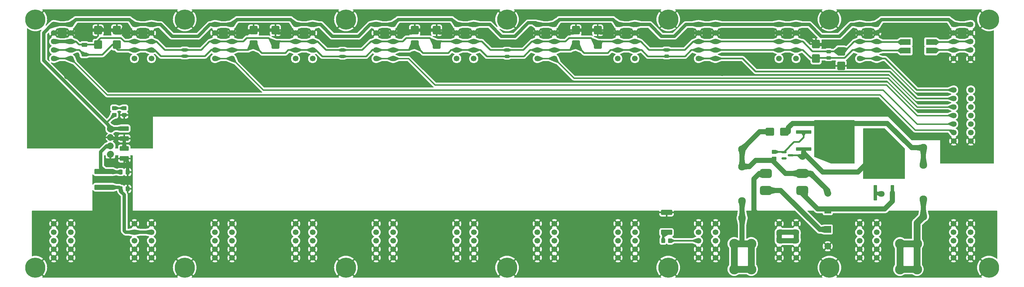
<source format=gbr>
%TF.GenerationSoftware,KiCad,Pcbnew,7.0.9*%
%TF.CreationDate,2024-06-20T11:52:21+03:00*%
%TF.ProjectId,___________ _____,1c304235-4038-43d4-913a-304f203f3b30,rev?*%
%TF.SameCoordinates,Original*%
%TF.FileFunction,Copper,L1,Top*%
%TF.FilePolarity,Positive*%
%FSLAX46Y46*%
G04 Gerber Fmt 4.6, Leading zero omitted, Abs format (unit mm)*
G04 Created by KiCad (PCBNEW 7.0.9) date 2024-06-20 11:52:21*
%MOMM*%
%LPD*%
G01*
G04 APERTURE LIST*
G04 Aperture macros list*
%AMRoundRect*
0 Rectangle with rounded corners*
0 $1 Rounding radius*
0 $2 $3 $4 $5 $6 $7 $8 $9 X,Y pos of 4 corners*
0 Add a 4 corners polygon primitive as box body*
4,1,4,$2,$3,$4,$5,$6,$7,$8,$9,$2,$3,0*
0 Add four circle primitives for the rounded corners*
1,1,$1+$1,$2,$3*
1,1,$1+$1,$4,$5*
1,1,$1+$1,$6,$7*
1,1,$1+$1,$8,$9*
0 Add four rect primitives between the rounded corners*
20,1,$1+$1,$2,$3,$4,$5,0*
20,1,$1+$1,$4,$5,$6,$7,0*
20,1,$1+$1,$6,$7,$8,$9,0*
20,1,$1+$1,$8,$9,$2,$3,0*%
G04 Aperture macros list end*
%TA.AperFunction,SMDPad,CuDef*%
%ADD10RoundRect,0.250000X-0.450000X0.350000X-0.450000X-0.350000X0.450000X-0.350000X0.450000X0.350000X0*%
%TD*%
%TA.AperFunction,SMDPad,CuDef*%
%ADD11RoundRect,0.250000X0.900000X-1.000000X0.900000X1.000000X-0.900000X1.000000X-0.900000X-1.000000X0*%
%TD*%
%TA.AperFunction,ComponentPad*%
%ADD12C,1.700000*%
%TD*%
%TA.AperFunction,ComponentPad*%
%ADD13R,2.000000X2.000000*%
%TD*%
%TA.AperFunction,ComponentPad*%
%ADD14C,2.000000*%
%TD*%
%TA.AperFunction,ComponentPad*%
%ADD15C,6.000000*%
%TD*%
%TA.AperFunction,ComponentPad*%
%ADD16C,3.000000*%
%TD*%
%TA.AperFunction,SMDPad,CuDef*%
%ADD17RoundRect,0.250000X1.000000X0.900000X-1.000000X0.900000X-1.000000X-0.900000X1.000000X-0.900000X0*%
%TD*%
%TA.AperFunction,SMDPad,CuDef*%
%ADD18RoundRect,0.250001X1.074999X-0.462499X1.074999X0.462499X-1.074999X0.462499X-1.074999X-0.462499X0*%
%TD*%
%TA.AperFunction,SMDPad,CuDef*%
%ADD19RoundRect,0.150000X-0.587500X-0.150000X0.587500X-0.150000X0.587500X0.150000X-0.587500X0.150000X0*%
%TD*%
%TA.AperFunction,SMDPad,CuDef*%
%ADD20RoundRect,0.250000X2.600000X-0.550000X2.600000X0.550000X-2.600000X0.550000X-2.600000X-0.550000X0*%
%TD*%
%TA.AperFunction,SMDPad,CuDef*%
%ADD21RoundRect,0.675000X1.075000X0.675000X-1.075000X0.675000X-1.075000X-0.675000X1.075000X-0.675000X0*%
%TD*%
%TA.AperFunction,ComponentPad*%
%ADD22R,1.800000X1.400000*%
%TD*%
%TA.AperFunction,ComponentPad*%
%ADD23O,1.800000X1.400000*%
%TD*%
%TA.AperFunction,SMDPad,CuDef*%
%ADD24RoundRect,0.250000X-0.450000X0.325000X-0.450000X-0.325000X0.450000X-0.325000X0.450000X0.325000X0*%
%TD*%
%TA.AperFunction,SMDPad,CuDef*%
%ADD25RoundRect,0.249999X1.425001X-0.512501X1.425001X0.512501X-1.425001X0.512501X-1.425001X-0.512501X0*%
%TD*%
%TA.AperFunction,SMDPad,CuDef*%
%ADD26RoundRect,0.250000X-2.050000X-0.300000X2.050000X-0.300000X2.050000X0.300000X-2.050000X0.300000X0*%
%TD*%
%TA.AperFunction,SMDPad,CuDef*%
%ADD27RoundRect,0.250000X-4.450000X-5.150000X4.450000X-5.150000X4.450000X5.150000X-4.450000X5.150000X0*%
%TD*%
%TA.AperFunction,SMDPad,CuDef*%
%ADD28RoundRect,0.250000X-0.337500X-0.475000X0.337500X-0.475000X0.337500X0.475000X-0.337500X0.475000X0*%
%TD*%
%TA.AperFunction,ComponentPad*%
%ADD29C,2.300000*%
%TD*%
%TA.AperFunction,SMDPad,CuDef*%
%ADD30RoundRect,0.243750X-0.456250X0.243750X-0.456250X-0.243750X0.456250X-0.243750X0.456250X0.243750X0*%
%TD*%
%TA.AperFunction,SMDPad,CuDef*%
%ADD31RoundRect,0.250000X-0.625000X0.312500X-0.625000X-0.312500X0.625000X-0.312500X0.625000X0.312500X0*%
%TD*%
%TA.AperFunction,SMDPad,CuDef*%
%ADD32RoundRect,0.250000X-0.900000X1.000000X-0.900000X-1.000000X0.900000X-1.000000X0.900000X1.000000X0*%
%TD*%
%TA.AperFunction,SMDPad,CuDef*%
%ADD33RoundRect,0.250001X-1.074999X0.462499X-1.074999X-0.462499X1.074999X-0.462499X1.074999X0.462499X0*%
%TD*%
%TA.AperFunction,SMDPad,CuDef*%
%ADD34R,3.000000X1.800000*%
%TD*%
%TA.AperFunction,SMDPad,CuDef*%
%ADD35RoundRect,0.250000X0.300000X-2.050000X0.300000X2.050000X-0.300000X2.050000X-0.300000X-2.050000X0*%
%TD*%
%TA.AperFunction,SMDPad,CuDef*%
%ADD36RoundRect,0.250000X5.150000X-4.450000X5.150000X4.450000X-5.150000X4.450000X-5.150000X-4.450000X0*%
%TD*%
%TA.AperFunction,SMDPad,CuDef*%
%ADD37RoundRect,0.250000X-0.325000X-0.450000X0.325000X-0.450000X0.325000X0.450000X-0.325000X0.450000X0*%
%TD*%
%TA.AperFunction,ViaPad*%
%ADD38C,1.800000*%
%TD*%
%TA.AperFunction,Conductor*%
%ADD39C,1.000000*%
%TD*%
%TA.AperFunction,Conductor*%
%ADD40C,0.500000*%
%TD*%
%TA.AperFunction,Conductor*%
%ADD41C,1.500000*%
%TD*%
%TA.AperFunction,Conductor*%
%ADD42C,2.000000*%
%TD*%
%TA.AperFunction,Conductor*%
%ADD43C,0.400000*%
%TD*%
G04 APERTURE END LIST*
D10*
%TO.P,R7,1*%
%TO.N,Net-(D13-A)*%
X225500000Y-71000000D03*
%TO.P,R7,2*%
%TO.N,Net-(D11-A2)*%
X225500000Y-73000000D03*
%TD*%
D11*
%TO.P,D7,1,K*%
%TO.N,/B*%
X166500000Y-39000000D03*
%TO.P,D7,2,A*%
%TO.N,GND1*%
X166500000Y-34700000D03*
%TD*%
D12*
%TO.P,J6,1,Pin_1*%
%TO.N,/+3.3VRS485*%
X227000000Y-33000000D03*
%TO.P,J6,2,Pin_2*%
%TO.N,GND1*%
X227000000Y-35540000D03*
%TO.P,J6,3,Pin_3*%
%TO.N,/A*%
X227000000Y-38080000D03*
%TO.P,J6,4,Pin_4*%
%TO.N,/B*%
X227000000Y-40620000D03*
%TO.P,J6,5,Pin_5*%
%TO.N,/RTS2*%
X227000000Y-43160000D03*
%TO.P,J6,6,Pin_6*%
X232080000Y-43160000D03*
%TO.P,J6,7,Pin_7*%
%TO.N,/B*%
X232080000Y-40620000D03*
%TO.P,J6,8,Pin_8*%
%TO.N,/A*%
X232080000Y-38080000D03*
%TO.P,J6,9,Pin_9*%
%TO.N,GND1*%
X232080000Y-35540000D03*
%TO.P,J6,10,Pin_10*%
%TO.N,/+3.3VRS485*%
X232080000Y-33000000D03*
%TD*%
D13*
%TO.P,C1,1*%
%TO.N,Net-(Q1-S)*%
X241500000Y-88367677D03*
D14*
%TO.P,C1,2*%
%TO.N,Net-(D11-A2)*%
X241500000Y-83367677D03*
%TD*%
D12*
%TO.P,J22,1,Pin_1*%
%TO.N,/+3.3VRS485*%
X35000000Y-33000000D03*
%TO.P,J22,2,Pin_2*%
%TO.N,GND1*%
X35000000Y-35540000D03*
%TO.P,J22,3,Pin_3*%
%TO.N,/A*%
X35000000Y-38080000D03*
%TO.P,J22,4,Pin_4*%
%TO.N,/B*%
X35000000Y-40620000D03*
%TO.P,J22,5,Pin_5*%
%TO.N,/RTS10*%
X35000000Y-43160000D03*
%TO.P,J22,6,Pin_6*%
X40080000Y-43160000D03*
%TO.P,J22,7,Pin_7*%
%TO.N,/B*%
X40080000Y-40620000D03*
%TO.P,J22,8,Pin_8*%
%TO.N,/A*%
X40080000Y-38080000D03*
%TO.P,J22,9,Pin_9*%
%TO.N,GND1*%
X40080000Y-35540000D03*
%TO.P,J22,10,Pin_10*%
%TO.N,/+3.3VRS485*%
X40080000Y-33000000D03*
%TD*%
D15*
%TO.P,H6,1*%
%TO.N,GND1*%
X98000000Y-31500000D03*
%TD*%
D16*
%TO.P,J27,1,Pin_1*%
%TO.N,Net-(J27-Pin_1)*%
X213650000Y-98380000D03*
X213650000Y-106000000D03*
%TO.P,J27,2,Pin_2*%
X218730000Y-98380000D03*
X218730000Y-106000000D03*
%TD*%
D12*
%TO.P,J16,1,Pin_1*%
%TO.N,/+3.3VRS485*%
X107000000Y-33000000D03*
%TO.P,J16,2,Pin_2*%
%TO.N,GND1*%
X107000000Y-35540000D03*
%TO.P,J16,3,Pin_3*%
%TO.N,/A*%
X107000000Y-38080000D03*
%TO.P,J16,4,Pin_4*%
%TO.N,/B*%
X107000000Y-40620000D03*
%TO.P,J16,5,Pin_5*%
%TO.N,/RTS7*%
X107000000Y-43160000D03*
%TO.P,J16,6,Pin_6*%
X112080000Y-43160000D03*
%TO.P,J16,7,Pin_7*%
%TO.N,/B*%
X112080000Y-40620000D03*
%TO.P,J16,8,Pin_8*%
%TO.N,/A*%
X112080000Y-38080000D03*
%TO.P,J16,9,Pin_9*%
%TO.N,GND1*%
X112080000Y-35540000D03*
%TO.P,J16,10,Pin_10*%
%TO.N,/+3.3VRS485*%
X112080000Y-33000000D03*
%TD*%
D17*
%TO.P,D11,1,A1*%
%TO.N,Net-(D11-A1)*%
X228550000Y-65000000D03*
%TO.P,D11,2,A2*%
%TO.N,Net-(D11-A2)*%
X224250000Y-65000000D03*
%TD*%
D15*
%TO.P,H1,1*%
%TO.N,GND1*%
X5500000Y-31500000D03*
%TD*%
D18*
%TO.P,C6,1*%
%TO.N,GNDA*%
X32000000Y-72975000D03*
%TO.P,C6,2*%
%TO.N,GND1*%
X32000000Y-70000000D03*
%TD*%
D11*
%TO.P,D4,1,K*%
%TO.N,/A*%
X77000000Y-39000000D03*
%TO.P,D4,2,A*%
%TO.N,GND1*%
X77000000Y-34700000D03*
%TD*%
D19*
%TO.P,D13,1,A*%
%TO.N,Net-(D13-A)*%
X228500000Y-71050000D03*
%TO.P,D13,2,NC*%
%TO.N,unconnected-(D13-NC-Pad2)*%
X228500000Y-72950000D03*
%TO.P,D13,3,K*%
%TO.N,Net-(D13-K)*%
X230375000Y-72000000D03*
%TD*%
D12*
%TO.P,J9,1,Pin_1*%
%TO.N,GNDA*%
X203020000Y-92400000D03*
%TO.P,J9,2,Pin_2*%
%TO.N,+24V*%
X203020000Y-94940000D03*
%TO.P,J9,3,Pin_3*%
X203020000Y-97480000D03*
%TO.P,J9,4,Pin_4*%
%TO.N,GNDA*%
X203020000Y-100020000D03*
%TO.P,J9,5,Pin_5*%
X203020000Y-102560000D03*
%TO.P,J9,6,Pin_6*%
X208100000Y-102560000D03*
%TO.P,J9,7,Pin_7*%
X208100000Y-100020000D03*
%TO.P,J9,8,Pin_8*%
%TO.N,+24V*%
X208100000Y-97480000D03*
%TO.P,J9,9,Pin_9*%
X208100000Y-94940000D03*
%TO.P,J9,10,Pin_10*%
%TO.N,GNDA*%
X208100000Y-92400000D03*
%TD*%
D15*
%TO.P,H13,1*%
%TO.N,GND1*%
X194000000Y-31500000D03*
%TD*%
D20*
%TO.P,L1,1,1*%
%TO.N,+24V*%
X26000000Y-81550000D03*
%TO.P,L1,2,2*%
%TO.N,Net-(U2-IN+)*%
X26000000Y-76850000D03*
%TD*%
D12*
%TO.P,J3,1,Pin_1*%
%TO.N,/RTS1*%
X279020000Y-52500000D03*
%TO.P,J3,2,Pin_2*%
%TO.N,/RTS3*%
X279020000Y-55040000D03*
%TO.P,J3,3,Pin_3*%
%TO.N,/RTS5*%
X279020000Y-57580000D03*
%TO.P,J3,4,Pin_4*%
%TO.N,/RTS7*%
X279020000Y-60120000D03*
%TO.P,J3,5,Pin_5*%
%TO.N,/RTS9*%
X279020000Y-62660000D03*
%TO.P,J3,6,Pin_6*%
%TO.N,/RTS11*%
X279020000Y-65200000D03*
%TO.P,J3,7,Pin_7*%
%TO.N,GND1*%
X279020000Y-67740000D03*
%TO.P,J3,8,Pin_8*%
X284100000Y-67740000D03*
%TO.P,J3,9,Pin_9*%
%TO.N,/RTS12*%
X284100000Y-65200000D03*
%TO.P,J3,10,Pin_10*%
%TO.N,/RTS10*%
X284100000Y-62660000D03*
%TO.P,J3,11,Pin_11*%
%TO.N,/RTS8*%
X284100000Y-60120000D03*
%TO.P,J3,12,Pin_12*%
%TO.N,/RTS6*%
X284100000Y-57580000D03*
%TO.P,J3,13,Pin_13*%
%TO.N,/RTS4*%
X284100000Y-55040000D03*
%TO.P,J3,14,Pin_14*%
%TO.N,/RTS2*%
X284100000Y-52500000D03*
%TD*%
D21*
%TO.P,FL1,1,1*%
%TO.N,Net-(Q1-S)*%
X233897500Y-82487500D03*
%TO.P,FL1,2,2*%
%TO.N,Net-(D11-A2)*%
X233897500Y-77407500D03*
%TO.P,FL1,3,3*%
%TO.N,GNDA*%
X223102500Y-77407500D03*
%TO.P,FL1,4,4*%
%TO.N,+24V*%
X223102500Y-82487500D03*
%TD*%
D12*
%TO.P,J7,1,Pin_1*%
%TO.N,GNDA*%
X227020000Y-92400000D03*
%TO.P,J7,2,Pin_2*%
%TO.N,+24V*%
X227020000Y-94940000D03*
%TO.P,J7,3,Pin_3*%
X227020000Y-97480000D03*
%TO.P,J7,4,Pin_4*%
%TO.N,GNDA*%
X227020000Y-100020000D03*
%TO.P,J7,5,Pin_5*%
X227020000Y-102560000D03*
%TO.P,J7,6,Pin_6*%
X232100000Y-102560000D03*
%TO.P,J7,7,Pin_7*%
X232100000Y-100020000D03*
%TO.P,J7,8,Pin_8*%
%TO.N,+24V*%
X232100000Y-97480000D03*
%TO.P,J7,9,Pin_9*%
X232100000Y-94940000D03*
%TO.P,J7,10,Pin_10*%
%TO.N,GNDA*%
X232100000Y-92400000D03*
%TD*%
%TO.P,J4,1,Pin_1*%
%TO.N,/+3.3VRS485*%
X251000000Y-33000000D03*
%TO.P,J4,2,Pin_2*%
%TO.N,GND1*%
X251000000Y-35540000D03*
%TO.P,J4,3,Pin_3*%
%TO.N,/A*%
X251000000Y-38080000D03*
%TO.P,J4,4,Pin_4*%
%TO.N,/B*%
X251000000Y-40620000D03*
%TO.P,J4,5,Pin_5*%
%TO.N,/RTS1*%
X251000000Y-43160000D03*
%TO.P,J4,6,Pin_6*%
X256080000Y-43160000D03*
%TO.P,J4,7,Pin_7*%
%TO.N,/B*%
X256080000Y-40620000D03*
%TO.P,J4,8,Pin_8*%
%TO.N,/A*%
X256080000Y-38080000D03*
%TO.P,J4,9,Pin_9*%
%TO.N,GND1*%
X256080000Y-35540000D03*
%TO.P,J4,10,Pin_10*%
%TO.N,/+3.3VRS485*%
X256080000Y-33000000D03*
%TD*%
D22*
%TO.P,U2,1,IN-*%
%TO.N,GNDA*%
X27867500Y-71762500D03*
D23*
%TO.P,U2,2,IN+*%
%TO.N,Net-(U2-IN+)*%
X27867500Y-69222500D03*
%TO.P,U2,3,OUT-*%
%TO.N,GND1*%
X27867500Y-66682500D03*
%TO.P,U2,4,OUT+*%
%TO.N,/+3.3VRS485*%
X27867500Y-64142500D03*
%TD*%
D11*
%TO.P,D9,1,K*%
%TO.N,/B*%
X238000000Y-43150000D03*
%TO.P,D9,2,A*%
%TO.N,GND1*%
X238000000Y-38850000D03*
%TD*%
D24*
%TO.P,R8,1*%
%TO.N,Net-(D14-K)*%
X32000000Y-57950000D03*
%TO.P,R8,2*%
%TO.N,GND1*%
X32000000Y-60000000D03*
%TD*%
D25*
%TO.P,R2,1*%
%TO.N,Net-(D12-K)*%
X193500000Y-94987500D03*
%TO.P,R2,2*%
%TO.N,GNDA*%
X193500000Y-89012500D03*
%TD*%
D15*
%TO.P,H10,1*%
%TO.N,GNDA*%
X98000000Y-105500000D03*
%TD*%
D26*
%TO.P,Q3,1,G*%
%TO.N,Net-(D13-A)*%
X234325000Y-65060000D03*
D27*
%TO.P,Q3,2,D*%
%TO.N,Net-(D11-A1)*%
X243475000Y-67600000D03*
D26*
%TO.P,Q3,3,S*%
%TO.N,Net-(D13-K)*%
X234325000Y-70140000D03*
%TD*%
D28*
%TO.P,C4,1*%
%TO.N,+24V*%
X30925000Y-82000000D03*
%TO.P,C4,2*%
%TO.N,GNDA*%
X33000000Y-82000000D03*
%TD*%
D11*
%TO.P,D8,1,K*%
%TO.N,/A*%
X173000000Y-39000000D03*
%TO.P,D8,2,A*%
%TO.N,GND1*%
X173000000Y-34700000D03*
%TD*%
D12*
%TO.P,J20,1,Pin_1*%
%TO.N,/+3.3VRS485*%
X59000000Y-33000000D03*
%TO.P,J20,2,Pin_2*%
%TO.N,GND1*%
X59000000Y-35540000D03*
%TO.P,J20,3,Pin_3*%
%TO.N,/A*%
X59000000Y-38080000D03*
%TO.P,J20,4,Pin_4*%
%TO.N,/B*%
X59000000Y-40620000D03*
%TO.P,J20,5,Pin_5*%
%TO.N,/RTS9*%
X59000000Y-43160000D03*
%TO.P,J20,6,Pin_6*%
X64080000Y-43160000D03*
%TO.P,J20,7,Pin_7*%
%TO.N,/B*%
X64080000Y-40620000D03*
%TO.P,J20,8,Pin_8*%
%TO.N,/A*%
X64080000Y-38080000D03*
%TO.P,J20,9,Pin_9*%
%TO.N,GND1*%
X64080000Y-35540000D03*
%TO.P,J20,10,Pin_10*%
%TO.N,/+3.3VRS485*%
X64080000Y-33000000D03*
%TD*%
D15*
%TO.P,H7,1*%
%TO.N,GNDA*%
X50000000Y-105500000D03*
%TD*%
D29*
%TO.P,F1,1*%
%TO.N,Net-(D11-A1)*%
X270000000Y-69750000D03*
X270000000Y-74850000D03*
%TO.P,F1,2*%
%TO.N,Net-(J26-Pin_1)*%
X270000000Y-85150000D03*
X270000000Y-90250000D03*
%TD*%
D15*
%TO.P,H14,1*%
%TO.N,GNDA*%
X5500000Y-105500000D03*
%TD*%
%TO.P,H9,1*%
%TO.N,GNDA*%
X242000000Y-105500000D03*
%TD*%
D12*
%TO.P,J19,1,Pin_1*%
%TO.N,GNDA*%
X83020000Y-92400000D03*
%TO.P,J19,2,Pin_2*%
%TO.N,+24V*%
X83020000Y-94940000D03*
%TO.P,J19,3,Pin_3*%
X83020000Y-97480000D03*
%TO.P,J19,4,Pin_4*%
%TO.N,GNDA*%
X83020000Y-100020000D03*
%TO.P,J19,5,Pin_5*%
X83020000Y-102560000D03*
%TO.P,J19,6,Pin_6*%
X88100000Y-102560000D03*
%TO.P,J19,7,Pin_7*%
X88100000Y-100020000D03*
%TO.P,J19,8,Pin_8*%
%TO.N,+24V*%
X88100000Y-97480000D03*
%TO.P,J19,9,Pin_9*%
X88100000Y-94940000D03*
%TO.P,J19,10,Pin_10*%
%TO.N,GNDA*%
X88100000Y-92400000D03*
%TD*%
D11*
%TO.P,D2,1,K*%
%TO.N,/B*%
X29750000Y-39000000D03*
%TO.P,D2,2,A*%
%TO.N,GND1*%
X29750000Y-34700000D03*
%TD*%
%TO.P,D5,1,K*%
%TO.N,/B*%
X118500000Y-39000000D03*
%TO.P,D5,2,A*%
%TO.N,GND1*%
X118500000Y-34700000D03*
%TD*%
D29*
%TO.P,F2,1*%
%TO.N,Net-(D11-A2)*%
X216000000Y-70250000D03*
X216000000Y-75350000D03*
%TO.P,F2,2*%
%TO.N,Net-(J27-Pin_1)*%
X216000000Y-85650000D03*
X216000000Y-90750000D03*
%TD*%
D15*
%TO.P,H5,1*%
%TO.N,GND1*%
X242000000Y-31500000D03*
%TD*%
D11*
%TO.P,D3,1,K*%
%TO.N,/B*%
X70500000Y-39000000D03*
%TO.P,D3,2,A*%
%TO.N,GND1*%
X70500000Y-34700000D03*
%TD*%
D28*
%TO.P,C5,1*%
%TO.N,Net-(U2-IN+)*%
X30925000Y-77000000D03*
%TO.P,C5,2*%
%TO.N,GNDA*%
X33000000Y-77000000D03*
%TD*%
D30*
%TO.P,RV1,1*%
%TO.N,/A*%
X50000000Y-40562500D03*
%TO.P,RV1,2*%
%TO.N,/B*%
X50000000Y-42437500D03*
%TD*%
D24*
%TO.P,D14,1,K*%
%TO.N,Net-(D14-K)*%
X29000000Y-57950000D03*
%TO.P,D14,2,A*%
%TO.N,/+3.3VRS485*%
X29000000Y-60000000D03*
%TD*%
D31*
%TO.P,R1,1*%
%TO.N,/A*%
X20100000Y-39037500D03*
%TO.P,R1,2*%
%TO.N,/B*%
X20100000Y-41962500D03*
%TD*%
D32*
%TO.P,D10,1,K*%
%TO.N,/A*%
X245500000Y-41000000D03*
%TO.P,D10,2,A*%
%TO.N,GND1*%
X245500000Y-45300000D03*
%TD*%
D15*
%TO.P,H2,1*%
%TO.N,GND1*%
X50000000Y-31500000D03*
%TD*%
D12*
%TO.P,J2,1,Pin_1*%
%TO.N,GNDA*%
X279000000Y-92400000D03*
%TO.P,J2,2,Pin_2*%
%TO.N,+24V*%
X279000000Y-94940000D03*
%TO.P,J2,3,Pin_3*%
X279000000Y-97480000D03*
%TO.P,J2,4,Pin_4*%
%TO.N,GNDA*%
X279000000Y-100020000D03*
%TO.P,J2,5,Pin_5*%
X279000000Y-102560000D03*
%TO.P,J2,6,Pin_6*%
X284080000Y-102560000D03*
%TO.P,J2,7,Pin_7*%
X284080000Y-100020000D03*
%TO.P,J2,8,Pin_8*%
%TO.N,+24V*%
X284080000Y-97480000D03*
%TO.P,J2,9,Pin_9*%
X284080000Y-94940000D03*
%TO.P,J2,10,Pin_10*%
%TO.N,GNDA*%
X284080000Y-92400000D03*
%TD*%
%TO.P,J1,1,Pin_1*%
%TO.N,/+3.3VRS485*%
X279000000Y-33000000D03*
%TO.P,J1,2,Pin_2*%
%TO.N,GND1*%
X279000000Y-35540000D03*
%TO.P,J1,3,Pin_3*%
%TO.N,Net-(J1-Pin_3)*%
X279000000Y-38080000D03*
%TO.P,J1,4,Pin_4*%
%TO.N,Net-(J1-Pin_4)*%
X279000000Y-40620000D03*
%TO.P,J1,5,Pin_5*%
%TO.N,GND1*%
X279000000Y-43160000D03*
%TO.P,J1,6,Pin_6*%
X284080000Y-43160000D03*
%TO.P,J1,7,Pin_7*%
%TO.N,Net-(J1-Pin_4)*%
X284080000Y-40620000D03*
%TO.P,J1,8,Pin_8*%
%TO.N,Net-(J1-Pin_3)*%
X284080000Y-38080000D03*
%TO.P,J1,9,Pin_9*%
%TO.N,GND1*%
X284080000Y-35540000D03*
%TO.P,J1,10,Pin_10*%
%TO.N,/+3.3VRS485*%
X284080000Y-33000000D03*
%TD*%
D15*
%TO.P,H3,1*%
%TO.N,GND1*%
X146000000Y-31500000D03*
%TD*%
D30*
%TO.P,RV5,1*%
%TO.N,/A*%
X241750000Y-41062500D03*
%TO.P,RV5,2*%
%TO.N,/B*%
X241750000Y-42937500D03*
%TD*%
D12*
%TO.P,J24,1,Pin_1*%
%TO.N,/+3.3VRS485*%
X11000000Y-33000000D03*
%TO.P,J24,2,Pin_2*%
%TO.N,GND1*%
X11000000Y-35540000D03*
%TO.P,J24,3,Pin_3*%
%TO.N,/A*%
X11000000Y-38080000D03*
%TO.P,J24,4,Pin_4*%
%TO.N,/B*%
X11000000Y-40620000D03*
%TO.P,J24,5,Pin_5*%
%TO.N,/RTS11*%
X11000000Y-43160000D03*
%TO.P,J24,6,Pin_6*%
X16080000Y-43160000D03*
%TO.P,J24,7,Pin_7*%
%TO.N,/B*%
X16080000Y-40620000D03*
%TO.P,J24,8,Pin_8*%
%TO.N,/A*%
X16080000Y-38080000D03*
%TO.P,J24,9,Pin_9*%
%TO.N,GND1*%
X16080000Y-35540000D03*
%TO.P,J24,10,Pin_10*%
%TO.N,/+3.3VRS485*%
X16080000Y-33000000D03*
%TD*%
D30*
%TO.P,RV2,1*%
%TO.N,/A*%
X97000000Y-40625000D03*
%TO.P,RV2,2*%
%TO.N,/B*%
X97000000Y-42500000D03*
%TD*%
D11*
%TO.P,D6,1,K*%
%TO.N,/A*%
X125000000Y-39000000D03*
%TO.P,D6,2,A*%
%TO.N,GND1*%
X125000000Y-34700000D03*
%TD*%
%TO.P,D1,1,K*%
%TO.N,/A*%
X24200000Y-39000000D03*
%TO.P,D1,2,A*%
%TO.N,GND1*%
X24200000Y-34700000D03*
%TD*%
D33*
%TO.P,C3,1*%
%TO.N,/+3.3VRS485*%
X32000000Y-64025000D03*
%TO.P,C3,2*%
%TO.N,GND1*%
X32000000Y-67000000D03*
%TD*%
D30*
%TO.P,RV3,1*%
%TO.N,/A*%
X146000000Y-40625000D03*
%TO.P,RV3,2*%
%TO.N,/B*%
X146000000Y-42500000D03*
%TD*%
D13*
%TO.P,C2,1*%
%TO.N,+24V*%
X241500000Y-94132323D03*
D14*
%TO.P,C2,2*%
%TO.N,GNDA*%
X241500000Y-99132323D03*
%TD*%
D15*
%TO.P,H4,1*%
%TO.N,GND1*%
X289500000Y-31500000D03*
%TD*%
D12*
%TO.P,J18,1,Pin_1*%
%TO.N,/+3.3VRS485*%
X83000000Y-33000000D03*
%TO.P,J18,2,Pin_2*%
%TO.N,GND1*%
X83000000Y-35540000D03*
%TO.P,J18,3,Pin_3*%
%TO.N,/A*%
X83000000Y-38080000D03*
%TO.P,J18,4,Pin_4*%
%TO.N,/B*%
X83000000Y-40620000D03*
%TO.P,J18,5,Pin_5*%
%TO.N,/RTS8*%
X83000000Y-43160000D03*
%TO.P,J18,6,Pin_6*%
X88080000Y-43160000D03*
%TO.P,J18,7,Pin_7*%
%TO.N,/B*%
X88080000Y-40620000D03*
%TO.P,J18,8,Pin_8*%
%TO.N,/A*%
X88080000Y-38080000D03*
%TO.P,J18,9,Pin_9*%
%TO.N,GND1*%
X88080000Y-35540000D03*
%TO.P,J18,10,Pin_10*%
%TO.N,/+3.3VRS485*%
X88080000Y-33000000D03*
%TD*%
%TO.P,J11,1,Pin_1*%
%TO.N,GNDA*%
X179020000Y-92400000D03*
%TO.P,J11,2,Pin_2*%
%TO.N,+24V*%
X179020000Y-94940000D03*
%TO.P,J11,3,Pin_3*%
X179020000Y-97480000D03*
%TO.P,J11,4,Pin_4*%
%TO.N,GNDA*%
X179020000Y-100020000D03*
%TO.P,J11,5,Pin_5*%
X179020000Y-102560000D03*
%TO.P,J11,6,Pin_6*%
X184100000Y-102560000D03*
%TO.P,J11,7,Pin_7*%
X184100000Y-100020000D03*
%TO.P,J11,8,Pin_8*%
%TO.N,+24V*%
X184100000Y-97480000D03*
%TO.P,J11,9,Pin_9*%
X184100000Y-94940000D03*
%TO.P,J11,10,Pin_10*%
%TO.N,GNDA*%
X184100000Y-92400000D03*
%TD*%
%TO.P,J13,1,Pin_1*%
%TO.N,GNDA*%
X155020000Y-92400000D03*
%TO.P,J13,2,Pin_2*%
%TO.N,+24V*%
X155020000Y-94940000D03*
%TO.P,J13,3,Pin_3*%
X155020000Y-97480000D03*
%TO.P,J13,4,Pin_4*%
%TO.N,GNDA*%
X155020000Y-100020000D03*
%TO.P,J13,5,Pin_5*%
X155020000Y-102560000D03*
%TO.P,J13,6,Pin_6*%
X160100000Y-102560000D03*
%TO.P,J13,7,Pin_7*%
X160100000Y-100020000D03*
%TO.P,J13,8,Pin_8*%
%TO.N,+24V*%
X160100000Y-97480000D03*
%TO.P,J13,9,Pin_9*%
X160100000Y-94940000D03*
%TO.P,J13,10,Pin_10*%
%TO.N,GNDA*%
X160100000Y-92400000D03*
%TD*%
%TO.P,J15,1,Pin_1*%
%TO.N,GNDA*%
X131020000Y-92400000D03*
%TO.P,J15,2,Pin_2*%
%TO.N,+24V*%
X131020000Y-94940000D03*
%TO.P,J15,3,Pin_3*%
X131020000Y-97480000D03*
%TO.P,J15,4,Pin_4*%
%TO.N,GNDA*%
X131020000Y-100020000D03*
%TO.P,J15,5,Pin_5*%
X131020000Y-102560000D03*
%TO.P,J15,6,Pin_6*%
X136100000Y-102560000D03*
%TO.P,J15,7,Pin_7*%
X136100000Y-100020000D03*
%TO.P,J15,8,Pin_8*%
%TO.N,+24V*%
X136100000Y-97480000D03*
%TO.P,J15,9,Pin_9*%
X136100000Y-94940000D03*
%TO.P,J15,10,Pin_10*%
%TO.N,GNDA*%
X136100000Y-92400000D03*
%TD*%
D15*
%TO.P,H11,1*%
%TO.N,GNDA*%
X146000000Y-105500000D03*
%TD*%
D12*
%TO.P,J17,1,Pin_1*%
%TO.N,GNDA*%
X107020000Y-92400000D03*
%TO.P,J17,2,Pin_2*%
%TO.N,+24V*%
X107020000Y-94940000D03*
%TO.P,J17,3,Pin_3*%
X107020000Y-97480000D03*
%TO.P,J17,4,Pin_4*%
%TO.N,GNDA*%
X107020000Y-100020000D03*
%TO.P,J17,5,Pin_5*%
X107020000Y-102560000D03*
%TO.P,J17,6,Pin_6*%
X112100000Y-102560000D03*
%TO.P,J17,7,Pin_7*%
X112100000Y-100020000D03*
%TO.P,J17,8,Pin_8*%
%TO.N,+24V*%
X112100000Y-97480000D03*
%TO.P,J17,9,Pin_9*%
X112100000Y-94940000D03*
%TO.P,J17,10,Pin_10*%
%TO.N,GNDA*%
X112100000Y-92400000D03*
%TD*%
D34*
%TO.P,L2,1,1*%
%TO.N,Net-(J1-Pin_4)*%
X272250000Y-40790000D03*
%TO.P,L2,2,2*%
%TO.N,Net-(J1-Pin_3)*%
X272250000Y-38250000D03*
%TO.P,L2,3,3*%
%TO.N,/A*%
X264750000Y-38250000D03*
%TO.P,L2,4,4*%
%TO.N,/B*%
X264750000Y-40790000D03*
%TD*%
D35*
%TO.P,Q1,1,G*%
%TO.N,Net-(Q1-G)*%
X255660000Y-83175000D03*
D36*
%TO.P,Q1,2,D*%
%TO.N,Net-(D13-K)*%
X258200000Y-74025000D03*
D35*
%TO.P,Q1,3,S*%
%TO.N,Net-(Q1-S)*%
X260740000Y-83175000D03*
%TD*%
D16*
%TO.P,J26,1,Pin_1*%
%TO.N,Net-(J26-Pin_1)*%
X263000000Y-98380000D03*
X263000000Y-106000000D03*
%TO.P,J26,2,Pin_2*%
X268080000Y-98380000D03*
X268080000Y-106000000D03*
%TD*%
D15*
%TO.P,H8,1*%
%TO.N,GNDA*%
X194000000Y-105500000D03*
%TD*%
D12*
%TO.P,J14,1,Pin_1*%
%TO.N,/+3.3VRS485*%
X131000000Y-33000000D03*
%TO.P,J14,2,Pin_2*%
%TO.N,GND1*%
X131000000Y-35540000D03*
%TO.P,J14,3,Pin_3*%
%TO.N,/A*%
X131000000Y-38080000D03*
%TO.P,J14,4,Pin_4*%
%TO.N,/B*%
X131000000Y-40620000D03*
%TO.P,J14,5,Pin_5*%
%TO.N,/RTS6*%
X131000000Y-43160000D03*
%TO.P,J14,6,Pin_6*%
X136080000Y-43160000D03*
%TO.P,J14,7,Pin_7*%
%TO.N,/B*%
X136080000Y-40620000D03*
%TO.P,J14,8,Pin_8*%
%TO.N,/A*%
X136080000Y-38080000D03*
%TO.P,J14,9,Pin_9*%
%TO.N,GND1*%
X136080000Y-35540000D03*
%TO.P,J14,10,Pin_10*%
%TO.N,/+3.3VRS485*%
X136080000Y-33000000D03*
%TD*%
%TO.P,J10,1,Pin_1*%
%TO.N,/+3.3VRS485*%
X179000000Y-33000000D03*
%TO.P,J10,2,Pin_2*%
%TO.N,GND1*%
X179000000Y-35540000D03*
%TO.P,J10,3,Pin_3*%
%TO.N,/A*%
X179000000Y-38080000D03*
%TO.P,J10,4,Pin_4*%
%TO.N,/B*%
X179000000Y-40620000D03*
%TO.P,J10,5,Pin_5*%
%TO.N,/RTS4*%
X179000000Y-43160000D03*
%TO.P,J10,6,Pin_6*%
X184080000Y-43160000D03*
%TO.P,J10,7,Pin_7*%
%TO.N,/B*%
X184080000Y-40620000D03*
%TO.P,J10,8,Pin_8*%
%TO.N,/A*%
X184080000Y-38080000D03*
%TO.P,J10,9,Pin_9*%
%TO.N,GND1*%
X184080000Y-35540000D03*
%TO.P,J10,10,Pin_10*%
%TO.N,/+3.3VRS485*%
X184080000Y-33000000D03*
%TD*%
D37*
%TO.P,D12,1,K*%
%TO.N,Net-(D12-K)*%
X192500000Y-97500000D03*
%TO.P,D12,2,A*%
%TO.N,+24V*%
X194550000Y-97500000D03*
%TD*%
D12*
%TO.P,J12,1,Pin_1*%
%TO.N,/+3.3VRS485*%
X155000000Y-33000000D03*
%TO.P,J12,2,Pin_2*%
%TO.N,GND1*%
X155000000Y-35540000D03*
%TO.P,J12,3,Pin_3*%
%TO.N,/A*%
X155000000Y-38080000D03*
%TO.P,J12,4,Pin_4*%
%TO.N,/B*%
X155000000Y-40620000D03*
%TO.P,J12,5,Pin_5*%
%TO.N,/RTS5*%
X155000000Y-43160000D03*
%TO.P,J12,6,Pin_6*%
X160080000Y-43160000D03*
%TO.P,J12,7,Pin_7*%
%TO.N,/B*%
X160080000Y-40620000D03*
%TO.P,J12,8,Pin_8*%
%TO.N,/A*%
X160080000Y-38080000D03*
%TO.P,J12,9,Pin_9*%
%TO.N,GND1*%
X160080000Y-35540000D03*
%TO.P,J12,10,Pin_10*%
%TO.N,/+3.3VRS485*%
X160080000Y-33000000D03*
%TD*%
D30*
%TO.P,RV4,1*%
%TO.N,/A*%
X193500000Y-40562500D03*
%TO.P,RV4,2*%
%TO.N,/B*%
X193500000Y-42437500D03*
%TD*%
D12*
%TO.P,J23,1,Pin_1*%
%TO.N,GNDA*%
X35020000Y-92400000D03*
%TO.P,J23,2,Pin_2*%
%TO.N,+24V*%
X35020000Y-94940000D03*
%TO.P,J23,3,Pin_3*%
X35020000Y-97480000D03*
%TO.P,J23,4,Pin_4*%
%TO.N,GNDA*%
X35020000Y-100020000D03*
%TO.P,J23,5,Pin_5*%
X35020000Y-102560000D03*
%TO.P,J23,6,Pin_6*%
X40100000Y-102560000D03*
%TO.P,J23,7,Pin_7*%
X40100000Y-100020000D03*
%TO.P,J23,8,Pin_8*%
%TO.N,+24V*%
X40100000Y-97480000D03*
%TO.P,J23,9,Pin_9*%
X40100000Y-94940000D03*
%TO.P,J23,10,Pin_10*%
%TO.N,GNDA*%
X40100000Y-92400000D03*
%TD*%
%TO.P,J5,1,Pin_1*%
%TO.N,GNDA*%
X251000000Y-92400000D03*
%TO.P,J5,2,Pin_2*%
%TO.N,+24V*%
X251000000Y-94940000D03*
%TO.P,J5,3,Pin_3*%
X251000000Y-97480000D03*
%TO.P,J5,4,Pin_4*%
%TO.N,GNDA*%
X251000000Y-100020000D03*
%TO.P,J5,5,Pin_5*%
X251000000Y-102560000D03*
%TO.P,J5,6,Pin_6*%
X256080000Y-102560000D03*
%TO.P,J5,7,Pin_7*%
X256080000Y-100020000D03*
%TO.P,J5,8,Pin_8*%
%TO.N,+24V*%
X256080000Y-97480000D03*
%TO.P,J5,9,Pin_9*%
X256080000Y-94940000D03*
%TO.P,J5,10,Pin_10*%
%TO.N,GNDA*%
X256080000Y-92400000D03*
%TD*%
%TO.P,J21,1,Pin_1*%
%TO.N,GNDA*%
X59020000Y-92400000D03*
%TO.P,J21,2,Pin_2*%
%TO.N,+24V*%
X59020000Y-94940000D03*
%TO.P,J21,3,Pin_3*%
X59020000Y-97480000D03*
%TO.P,J21,4,Pin_4*%
%TO.N,GNDA*%
X59020000Y-100020000D03*
%TO.P,J21,5,Pin_5*%
X59020000Y-102560000D03*
%TO.P,J21,6,Pin_6*%
X64100000Y-102560000D03*
%TO.P,J21,7,Pin_7*%
X64100000Y-100020000D03*
%TO.P,J21,8,Pin_8*%
%TO.N,+24V*%
X64100000Y-97480000D03*
%TO.P,J21,9,Pin_9*%
X64100000Y-94940000D03*
%TO.P,J21,10,Pin_10*%
%TO.N,GNDA*%
X64100000Y-92400000D03*
%TD*%
%TO.P,J8,1,Pin_1*%
%TO.N,/+3.3VRS485*%
X203000000Y-33000000D03*
%TO.P,J8,2,Pin_2*%
%TO.N,GND1*%
X203000000Y-35540000D03*
%TO.P,J8,3,Pin_3*%
%TO.N,/A*%
X203000000Y-38080000D03*
%TO.P,J8,4,Pin_4*%
%TO.N,/B*%
X203000000Y-40620000D03*
%TO.P,J8,5,Pin_5*%
%TO.N,/RTS3*%
X203000000Y-43160000D03*
%TO.P,J8,6,Pin_6*%
X208080000Y-43160000D03*
%TO.P,J8,7,Pin_7*%
%TO.N,/B*%
X208080000Y-40620000D03*
%TO.P,J8,8,Pin_8*%
%TO.N,/A*%
X208080000Y-38080000D03*
%TO.P,J8,9,Pin_9*%
%TO.N,GND1*%
X208080000Y-35540000D03*
%TO.P,J8,10,Pin_10*%
%TO.N,/+3.3VRS485*%
X208080000Y-33000000D03*
%TD*%
%TO.P,J25,1,Pin_1*%
%TO.N,GNDA*%
X11020000Y-92400000D03*
%TO.P,J25,2,Pin_2*%
%TO.N,+24V*%
X11020000Y-94940000D03*
%TO.P,J25,3,Pin_3*%
X11020000Y-97480000D03*
%TO.P,J25,4,Pin_4*%
%TO.N,GNDA*%
X11020000Y-100020000D03*
%TO.P,J25,5,Pin_5*%
X11020000Y-102560000D03*
%TO.P,J25,6,Pin_6*%
X16100000Y-102560000D03*
%TO.P,J25,7,Pin_7*%
X16100000Y-100020000D03*
%TO.P,J25,8,Pin_8*%
%TO.N,+24V*%
X16100000Y-97480000D03*
%TO.P,J25,9,Pin_9*%
X16100000Y-94940000D03*
%TO.P,J25,10,Pin_10*%
%TO.N,GNDA*%
X16100000Y-92400000D03*
%TD*%
D15*
%TO.P,H12,1*%
%TO.N,GNDA*%
X289500000Y-105500000D03*
%TD*%
D38*
%TO.N,GNDA*%
X210000000Y-106000000D03*
X189000000Y-106000000D03*
X253500000Y-91000000D03*
X77000000Y-101000000D03*
X276000000Y-101000000D03*
X174500000Y-91000000D03*
X174500000Y-101000000D03*
X167000000Y-106000000D03*
X149500000Y-91000000D03*
X77000000Y-106000000D03*
X7000000Y-91000000D03*
X222000000Y-91000000D03*
X174500000Y-106000000D03*
X54500000Y-91000000D03*
X149500000Y-101000000D03*
X94500000Y-101000000D03*
X205500000Y-106000000D03*
X94500000Y-91000000D03*
X29500000Y-101000000D03*
X211500000Y-91000000D03*
X167000000Y-91000000D03*
X45000000Y-106000000D03*
X277500000Y-89500000D03*
X102000000Y-91000000D03*
X167000000Y-101000000D03*
X117000000Y-91000000D03*
X124500000Y-106000000D03*
X22000000Y-106000000D03*
X47000000Y-91000000D03*
X142000000Y-101000000D03*
X69500000Y-101000000D03*
X229500000Y-106000000D03*
X22000000Y-91000000D03*
X69500000Y-91000000D03*
X229000000Y-90000000D03*
X142000000Y-91000000D03*
X260000000Y-106880000D03*
X29500000Y-91000000D03*
X247000000Y-106000000D03*
X45000000Y-101000000D03*
X260500000Y-92500000D03*
X199000000Y-106000000D03*
X7000000Y-98500000D03*
X77000000Y-91000000D03*
X102000000Y-101000000D03*
X197000000Y-101000000D03*
X93000000Y-106000000D03*
X189500000Y-101000000D03*
X274500000Y-95000000D03*
X124500000Y-101000000D03*
X29500000Y-106000000D03*
X117000000Y-106000000D03*
X222000000Y-106960000D03*
X151000000Y-106000000D03*
X141000000Y-106000000D03*
X197000000Y-91000000D03*
X237000000Y-106000000D03*
X189500000Y-91000000D03*
X22000000Y-101000000D03*
X103000000Y-106000000D03*
X247000000Y-91000000D03*
X54500000Y-106000000D03*
X124500000Y-91000000D03*
X69500000Y-106000000D03*
X54500000Y-101000000D03*
X117000000Y-101000000D03*
%TO.N,GND1*%
X74000000Y-34500000D03*
X130000000Y-29500000D03*
X116000000Y-34500000D03*
X140000000Y-36500000D03*
X127000000Y-48500000D03*
X19000000Y-34500000D03*
X61000000Y-30500000D03*
X94000000Y-50500000D03*
X258000000Y-59500000D03*
X20500000Y-52000000D03*
X92000000Y-37500000D03*
X62000000Y-50500000D03*
X163000000Y-34500000D03*
X7000000Y-62500000D03*
X29000000Y-44500000D03*
X198000000Y-59500000D03*
X36000000Y-63000000D03*
X166000000Y-44500000D03*
X176000000Y-34500000D03*
X190000000Y-38500000D03*
X255000000Y-59500000D03*
X86000000Y-30500000D03*
X210000000Y-47500000D03*
X205000000Y-29500000D03*
X102000000Y-38500000D03*
X14000000Y-62500000D03*
X124000000Y-59500000D03*
X44000000Y-50500000D03*
X47000000Y-44500000D03*
X7000000Y-48500000D03*
X219000000Y-58500000D03*
X37000000Y-50500000D03*
X85000000Y-50500000D03*
X251000000Y-59500000D03*
X178000000Y-46500000D03*
X214000000Y-45500000D03*
X248000000Y-45000000D03*
X282000000Y-73500000D03*
X225000000Y-59500000D03*
X93000000Y-30500000D03*
X235000000Y-59500000D03*
X173000000Y-44500000D03*
X261000000Y-60500000D03*
X267000000Y-66500000D03*
X248000000Y-59500000D03*
X104000000Y-30500000D03*
X289000000Y-68500000D03*
X139000000Y-59500000D03*
X109000000Y-59500000D03*
X241000000Y-59500000D03*
X78000000Y-59500000D03*
X273000000Y-29500000D03*
X106000000Y-50500000D03*
X170000000Y-34700000D03*
X39500000Y-63000000D03*
X289000000Y-58500000D03*
X238000000Y-59500000D03*
X227000000Y-29500000D03*
X157000000Y-47500000D03*
X74000000Y-29500000D03*
X232000000Y-29500000D03*
X154000000Y-29500000D03*
X187000000Y-29500000D03*
X151000000Y-37500000D03*
X68000000Y-50500000D03*
X21500000Y-69000000D03*
X155000000Y-59500000D03*
X147000000Y-47500000D03*
X38000000Y-30500000D03*
X80000000Y-29500000D03*
X29000000Y-50500000D03*
X171000000Y-59500000D03*
X265000000Y-64500000D03*
X67000000Y-34500000D03*
X25000000Y-34500000D03*
X253500000Y-45000000D03*
X134000000Y-48500000D03*
X25000000Y-29500000D03*
X259000000Y-34500000D03*
X44000000Y-30500000D03*
X13000000Y-29500000D03*
X76000000Y-50500000D03*
X68000000Y-29500000D03*
X26000000Y-57500000D03*
X281000000Y-29500000D03*
X54000000Y-44500000D03*
X122000000Y-29500000D03*
X232000000Y-59500000D03*
X15000000Y-48500000D03*
X7000000Y-69000000D03*
X216000000Y-58500000D03*
X245000000Y-59500000D03*
X31000000Y-29500000D03*
X102000000Y-45500000D03*
X50000000Y-38500000D03*
X177000000Y-29500000D03*
X118000000Y-50500000D03*
X54000000Y-38500000D03*
X195000000Y-46500000D03*
X139000000Y-29500000D03*
X189000000Y-46500000D03*
X38000000Y-58500000D03*
X263000000Y-62500000D03*
X220000000Y-29500000D03*
X36000000Y-69000000D03*
X143000000Y-45500000D03*
X64000000Y-59500000D03*
X128000000Y-34500000D03*
X276000000Y-73500000D03*
X241500000Y-45000000D03*
X265000000Y-44500000D03*
X44000000Y-37500000D03*
X222000000Y-58500000D03*
X208500000Y-59500000D03*
X123000000Y-44500000D03*
X222000000Y-43500000D03*
X273000000Y-66500000D03*
X14000000Y-69000000D03*
X289000000Y-73500000D03*
X50000000Y-58500000D03*
X71000000Y-44500000D03*
X23000000Y-44500000D03*
X199000000Y-37500000D03*
X212000000Y-29500000D03*
X32000000Y-34500000D03*
X266000000Y-29500000D03*
X289000000Y-45500000D03*
X205000000Y-45500000D03*
X94000000Y-59500000D03*
X113000000Y-50500000D03*
X18000000Y-29500000D03*
X229000000Y-59500000D03*
X258000000Y-29500000D03*
X21500000Y-63000000D03*
X14000000Y-55500000D03*
X7000000Y-55500000D03*
X213000000Y-35500000D03*
X39500000Y-69000000D03*
X272000000Y-44500000D03*
X273000000Y-34500000D03*
X164000000Y-29500000D03*
X122000000Y-34500000D03*
X151000000Y-45500000D03*
X170000000Y-29500000D03*
X269500000Y-66499500D03*
X185000000Y-59500000D03*
X266000000Y-34500000D03*
X276000000Y-68500000D03*
X110000000Y-30500000D03*
X146000000Y-38500000D03*
X77000000Y-44500000D03*
X115000000Y-29500000D03*
X53000000Y-50500000D03*
X80000000Y-34500000D03*
X98000000Y-38500000D03*
X280700000Y-46800000D03*
X221000000Y-35500000D03*
%TO.N,Net-(D13-K)*%
X254500000Y-66500000D03*
X261500000Y-76000000D03*
X253500000Y-76000000D03*
X261500000Y-74000000D03*
X257500000Y-72000000D03*
X253500000Y-78000000D03*
X261500000Y-70000000D03*
X253500000Y-74000000D03*
X263500000Y-77000000D03*
X255500000Y-75000000D03*
X258000000Y-66500000D03*
X259500000Y-73000000D03*
X255500000Y-73000000D03*
X253500000Y-70000000D03*
X257500000Y-78000000D03*
X263500000Y-73000000D03*
X257500000Y-76000000D03*
X253500000Y-72000000D03*
X257500000Y-70000000D03*
X255500000Y-71000000D03*
X263500000Y-71000000D03*
X263500000Y-75000000D03*
X259500000Y-71000000D03*
X259500000Y-77000000D03*
X255500000Y-77000000D03*
X234000000Y-72500000D03*
X259500000Y-75000000D03*
X261500000Y-72000000D03*
X261500000Y-78000000D03*
X257500000Y-74000000D03*
%TO.N,Net-(Q1-G)*%
X257500000Y-83500000D03*
%TO.N,Net-(D11-A2)*%
X236500000Y-77500000D03*
%TO.N,Net-(D11-A1)*%
X241000000Y-67000000D03*
X243000000Y-64000000D03*
X247000000Y-66000000D03*
X243000000Y-66000000D03*
X239000000Y-72000000D03*
X245000000Y-71000000D03*
X245000000Y-65000000D03*
X241000000Y-65000000D03*
X247000000Y-64000000D03*
X239000000Y-70000000D03*
X239000000Y-64000000D03*
X243000000Y-68000000D03*
X247000000Y-70000000D03*
X241000000Y-63000000D03*
X245000000Y-69000000D03*
X239000000Y-68000000D03*
X243000000Y-70000000D03*
X239000000Y-66000000D03*
X247000000Y-72000000D03*
X245000000Y-67000000D03*
X241000000Y-69000000D03*
X243000000Y-72000000D03*
X241000000Y-71000000D03*
X245000000Y-63000000D03*
X247000000Y-68000000D03*
%TD*%
D39*
%TO.N,+24V*%
X32000000Y-83800000D02*
X30925000Y-82725000D01*
X35020000Y-94940000D02*
X32440000Y-94940000D01*
D40*
X194550000Y-97500000D02*
X203000000Y-97500000D01*
D39*
X32000000Y-94500000D02*
X32000000Y-83800000D01*
D41*
X232100000Y-97480000D02*
X232100000Y-94940000D01*
X227487500Y-82487500D02*
X239132323Y-94132323D01*
D39*
X35020000Y-94940000D02*
X40100000Y-94940000D01*
X30475000Y-81550000D02*
X30925000Y-82000000D01*
X30925000Y-82725000D02*
X30925000Y-82000000D01*
D41*
X239132323Y-94132323D02*
X241500000Y-94132323D01*
X227020000Y-94940000D02*
X227020000Y-97480000D01*
D39*
X26000000Y-81550000D02*
X30475000Y-81550000D01*
D41*
X223102500Y-82487500D02*
X227487500Y-82487500D01*
X232100000Y-94940000D02*
X227020000Y-94940000D01*
X227020000Y-97480000D02*
X232100000Y-97480000D01*
D40*
X203000000Y-97500000D02*
X203020000Y-97480000D01*
D39*
X32440000Y-94940000D02*
X32000000Y-94500000D01*
%TO.N,GNDA*%
X33000000Y-73975000D02*
X33000000Y-77000000D01*
D42*
X27867500Y-71732500D02*
X27867500Y-71762500D01*
D41*
X219500000Y-88500000D02*
X222000000Y-91000000D01*
X223102500Y-77407500D02*
X221092500Y-77407500D01*
D39*
X32000000Y-72975000D02*
X33000000Y-73975000D01*
D42*
X27867500Y-71732500D02*
X27900000Y-71700000D01*
D41*
X221092500Y-77407500D02*
X219500000Y-79000000D01*
X219500000Y-79000000D02*
X219500000Y-88500000D01*
D40*
%TO.N,/A*%
X88080000Y-38080000D02*
X89580000Y-38080000D01*
X249420000Y-38080000D02*
X251000000Y-38080000D01*
X123000000Y-37000000D02*
X125000000Y-39000000D01*
X179000000Y-38080000D02*
X184080000Y-38080000D01*
X107000000Y-38080000D02*
X112080000Y-38080000D01*
X146000000Y-40625000D02*
X150875000Y-40625000D01*
X126580000Y-38080000D02*
X131000000Y-38080000D01*
X126500000Y-38000000D02*
X126580000Y-38080000D01*
X54937500Y-40562500D02*
X50000000Y-40562500D01*
X141062500Y-40625000D02*
X146000000Y-40625000D01*
X236994975Y-41000000D02*
X246500000Y-41000000D01*
X41580000Y-38080000D02*
X44062500Y-40562500D01*
X126000000Y-38000000D02*
X126500000Y-38000000D01*
X77000000Y-39000000D02*
X78000000Y-38000000D01*
X155000000Y-38080000D02*
X160080000Y-38080000D01*
X58982500Y-38062500D02*
X59000000Y-38080000D01*
X136080000Y-38080000D02*
X138517500Y-38080000D01*
X203000000Y-38080000D02*
X208080000Y-38080000D01*
X78000000Y-38000000D02*
X78500000Y-38000000D01*
X25000000Y-37000000D02*
X31000000Y-37000000D01*
X251000000Y-38080000D02*
X256080000Y-38080000D01*
X106982500Y-38062500D02*
X107000000Y-38080000D01*
X153437500Y-38062500D02*
X154982500Y-38062500D01*
X112080000Y-38080000D02*
X114920000Y-38080000D01*
X18500000Y-39000000D02*
X17580000Y-38080000D01*
X83000000Y-38080000D02*
X88080000Y-38080000D01*
X78580000Y-38080000D02*
X83000000Y-38080000D01*
X202955000Y-38125000D02*
X203000000Y-38080000D01*
X22000000Y-39000000D02*
X18500000Y-39000000D01*
X163420000Y-38080000D02*
X164500000Y-37000000D01*
X138517500Y-38080000D02*
X141062500Y-40625000D01*
X184080000Y-38080000D02*
X185798750Y-38080000D01*
X198937500Y-40562500D02*
X201375000Y-38125000D01*
X35000000Y-38080000D02*
X40080000Y-38080000D01*
X75000000Y-37000000D02*
X77000000Y-39000000D01*
X188281250Y-40562500D02*
X193500000Y-40562500D01*
X131000000Y-38080000D02*
X136080000Y-38080000D01*
D39*
X10995000Y-38075000D02*
X11000000Y-38080000D01*
D40*
X227000000Y-38080000D02*
X232080000Y-38080000D01*
X114920000Y-38080000D02*
X116000000Y-37000000D01*
X89580000Y-38080000D02*
X92125000Y-40625000D01*
X256250000Y-38250000D02*
X256080000Y-38080000D01*
X160080000Y-38080000D02*
X163420000Y-38080000D01*
X150875000Y-40625000D02*
X153437500Y-38062500D01*
X105437500Y-38062500D02*
X106982500Y-38062500D01*
D39*
X11000000Y-38080000D02*
X16080000Y-38080000D01*
D40*
X67420000Y-38080000D02*
X68500000Y-37000000D01*
X234074975Y-38080000D02*
X236994975Y-41000000D01*
X232080000Y-38080000D02*
X234074975Y-38080000D01*
X102875000Y-40625000D02*
X105437500Y-38062500D01*
X173000000Y-39000000D02*
X173500000Y-39000000D01*
X154982500Y-38062500D02*
X155000000Y-38080000D01*
X64080000Y-38080000D02*
X67420000Y-38080000D01*
X193500000Y-40562500D02*
X198937500Y-40562500D01*
X208080000Y-38080000D02*
X227000000Y-38080000D01*
X32080000Y-38080000D02*
X35000000Y-38080000D01*
X22000000Y-39000000D02*
X23000000Y-39000000D01*
X264750000Y-38250000D02*
X256250000Y-38250000D01*
X185798750Y-38080000D02*
X188281250Y-40562500D01*
X97000000Y-40625000D02*
X102875000Y-40625000D01*
X59000000Y-38080000D02*
X57420000Y-38080000D01*
X171000000Y-37000000D02*
X173000000Y-39000000D01*
X164500000Y-37000000D02*
X171000000Y-37000000D01*
X44062500Y-40562500D02*
X50000000Y-40562500D01*
X116000000Y-37000000D02*
X123000000Y-37000000D01*
X17580000Y-38080000D02*
X16080000Y-38080000D01*
X68500000Y-37000000D02*
X75000000Y-37000000D01*
X92125000Y-40625000D02*
X97000000Y-40625000D01*
X78500000Y-38000000D02*
X78580000Y-38080000D01*
X31000000Y-37000000D02*
X32080000Y-38080000D01*
X57420000Y-38080000D02*
X54937500Y-40562500D01*
X173500000Y-39000000D02*
X174500000Y-38000000D01*
X174580000Y-38080000D02*
X179000000Y-38080000D01*
X125000000Y-39000000D02*
X126000000Y-38000000D01*
X59000000Y-38080000D02*
X64080000Y-38080000D01*
X40080000Y-38080000D02*
X41580000Y-38080000D01*
X23000000Y-39000000D02*
X25000000Y-37000000D01*
X246500000Y-41000000D02*
X249420000Y-38080000D01*
X201375000Y-38125000D02*
X202955000Y-38125000D01*
X174500000Y-38000000D02*
X174580000Y-38080000D01*
D39*
%TO.N,GND1*%
X131000000Y-35540000D02*
X129040000Y-35540000D01*
X165660000Y-35540000D02*
X164040000Y-35540000D01*
X279000000Y-35540000D02*
X274040000Y-35540000D01*
X199000000Y-37828249D02*
X198328249Y-38500000D01*
X163000000Y-34500000D02*
X161960000Y-35540000D01*
X32000000Y-70000000D02*
X32000000Y-67000000D01*
X88080000Y-35540000D02*
X83000000Y-35540000D01*
X77840000Y-35540000D02*
X77000000Y-34700000D01*
D42*
X27850000Y-66700000D02*
X27867500Y-66682500D01*
D39*
X273000000Y-34500000D02*
X271960000Y-35540000D01*
X170000000Y-34700000D02*
X173000000Y-34700000D01*
X126960000Y-35540000D02*
X125840000Y-35540000D01*
X271960000Y-35540000D02*
X269840000Y-35540000D01*
X69800000Y-34700000D02*
X68960000Y-35540000D01*
X136080000Y-35540000D02*
X131000000Y-35540000D01*
X140000000Y-36500000D02*
X139040000Y-35540000D01*
X68960000Y-35540000D02*
X68040000Y-35540000D01*
X22000000Y-34700000D02*
X21300000Y-34700000D01*
X30960000Y-35540000D02*
X29340000Y-35540000D01*
X73800000Y-34700000D02*
X70500000Y-34700000D01*
X269840000Y-35540000D02*
X269000000Y-34700000D01*
X176000000Y-34500000D02*
X174960000Y-35540000D01*
X125840000Y-35540000D02*
X125000000Y-34700000D01*
X161960000Y-35540000D02*
X160080000Y-35540000D01*
X74200000Y-34700000D02*
X74000000Y-34500000D01*
X238000000Y-39000000D02*
X242000000Y-39000000D01*
X186040000Y-35540000D02*
X184080000Y-35540000D01*
X150000000Y-38500000D02*
X146000000Y-38500000D01*
X248960000Y-35540000D02*
X251000000Y-35540000D01*
X25000000Y-34500000D02*
X24800000Y-34700000D01*
X77000000Y-34700000D02*
X74200000Y-34700000D01*
X221000000Y-35500000D02*
X220960000Y-35540000D01*
X232080000Y-35540000D02*
X234540000Y-35540000D01*
X81040000Y-35540000D02*
X80000000Y-34500000D01*
X212960000Y-35540000D02*
X208080000Y-35540000D01*
X117460000Y-35540000D02*
X117040000Y-35540000D01*
X21300000Y-34700000D02*
X20460000Y-35540000D01*
X33040000Y-35540000D02*
X32000000Y-34500000D01*
X213040000Y-35540000D02*
X213000000Y-35500000D01*
X232080000Y-35540000D02*
X227000000Y-35540000D01*
X164040000Y-35540000D02*
X163000000Y-34500000D01*
X121800000Y-34700000D02*
X118500000Y-34700000D01*
X274040000Y-35540000D02*
X273000000Y-34500000D01*
X170000000Y-34700000D02*
X166500000Y-34700000D01*
X266000000Y-34500000D02*
X266200000Y-34700000D01*
X114960000Y-35540000D02*
X112080000Y-35540000D01*
X190000000Y-38500000D02*
X189000000Y-38500000D01*
X199328249Y-37500000D02*
X199000000Y-37500000D01*
X24800000Y-34700000D02*
X22000000Y-34700000D01*
X262500000Y-34700000D02*
X265800000Y-34700000D01*
X83000000Y-35540000D02*
X81040000Y-35540000D01*
X68040000Y-35540000D02*
X67000000Y-34500000D01*
X198328249Y-38500000D02*
X190000000Y-38500000D01*
X112080000Y-35540000D02*
X107000000Y-35540000D01*
X28500000Y-34700000D02*
X25200000Y-34700000D01*
X118500000Y-34700000D02*
X118300000Y-34700000D01*
X262200000Y-35000000D02*
X259500000Y-35000000D01*
X122000000Y-34500000D02*
X121800000Y-34700000D01*
X74000000Y-34500000D02*
X73800000Y-34700000D01*
X199000000Y-37500000D02*
X199000000Y-37828249D01*
X32000000Y-34500000D02*
X30960000Y-35540000D01*
X125000000Y-34700000D02*
X122200000Y-34700000D01*
X32000000Y-67000000D02*
X28185000Y-67000000D01*
X122200000Y-34700000D02*
X122000000Y-34500000D01*
X152960000Y-35540000D02*
X151000000Y-37500000D01*
X116000000Y-34500000D02*
X114960000Y-35540000D01*
X70500000Y-34700000D02*
X69800000Y-34700000D01*
X184080000Y-35540000D02*
X179000000Y-35540000D01*
X65960000Y-35540000D02*
X64080000Y-35540000D01*
X258500000Y-35000000D02*
X256620000Y-35000000D01*
X259000000Y-34500000D02*
X258500000Y-35000000D01*
X40080000Y-35540000D02*
X35000000Y-35540000D01*
X151000000Y-37500000D02*
X150000000Y-38500000D01*
X262500000Y-34700000D02*
X262200000Y-35000000D01*
X242000000Y-39000000D02*
X243000000Y-38000000D01*
X17960000Y-35540000D02*
X16080000Y-35540000D01*
X19000000Y-34500000D02*
X17960000Y-35540000D01*
X201328249Y-35500000D02*
X199328249Y-37500000D01*
X128000000Y-34500000D02*
X126960000Y-35540000D01*
X213000000Y-35500000D02*
X212960000Y-35540000D01*
X16080000Y-35540000D02*
X11000000Y-35540000D01*
X80000000Y-34500000D02*
X78960000Y-35540000D01*
X174960000Y-35540000D02*
X173840000Y-35540000D01*
X139040000Y-35540000D02*
X136080000Y-35540000D01*
X142000000Y-38500000D02*
X140000000Y-36500000D01*
X166500000Y-34700000D02*
X165660000Y-35540000D01*
X189000000Y-38500000D02*
X186040000Y-35540000D01*
D42*
X27850000Y-66700000D02*
X27800000Y-66700000D01*
D39*
X129040000Y-35540000D02*
X128000000Y-34500000D01*
X234540000Y-35540000D02*
X238000000Y-39000000D01*
X284080000Y-35540000D02*
X279000000Y-35540000D01*
X243000000Y-38000000D02*
X246500000Y-38000000D01*
X25200000Y-34700000D02*
X25000000Y-34500000D01*
X227000000Y-35540000D02*
X221040000Y-35540000D01*
X256080000Y-35540000D02*
X251000000Y-35540000D01*
X118300000Y-34700000D02*
X117460000Y-35540000D01*
X259500000Y-35000000D02*
X259000000Y-34500000D01*
X64080000Y-35540000D02*
X59000000Y-35540000D01*
X221040000Y-35540000D02*
X221000000Y-35500000D01*
X155000000Y-35540000D02*
X152960000Y-35540000D01*
X160080000Y-35540000D02*
X155000000Y-35540000D01*
X256620000Y-35000000D02*
X256080000Y-35540000D01*
X177040000Y-35540000D02*
X176000000Y-34500000D01*
X29340000Y-35540000D02*
X28500000Y-34700000D01*
X179000000Y-35540000D02*
X177040000Y-35540000D01*
X173840000Y-35540000D02*
X173000000Y-34700000D01*
X67000000Y-34500000D02*
X65960000Y-35540000D01*
X20460000Y-35540000D02*
X20040000Y-35540000D01*
X208080000Y-35540000D02*
X203000000Y-35540000D01*
X220960000Y-35540000D02*
X213040000Y-35540000D01*
X20040000Y-35540000D02*
X19000000Y-34500000D01*
X78960000Y-35540000D02*
X77840000Y-35540000D01*
X203000000Y-35540000D02*
X202960000Y-35500000D01*
X146000000Y-38500000D02*
X142000000Y-38500000D01*
X117040000Y-35540000D02*
X116000000Y-34500000D01*
X202960000Y-35500000D02*
X201328249Y-35500000D01*
X266200000Y-34700000D02*
X269000000Y-34700000D01*
X265800000Y-34700000D02*
X266000000Y-34500000D01*
X35000000Y-35540000D02*
X33040000Y-35540000D01*
X246500000Y-38000000D02*
X248960000Y-35540000D01*
D40*
%TO.N,/B*%
X256080000Y-40620000D02*
X251000000Y-40620000D01*
X97000000Y-42500000D02*
X104000000Y-42500000D01*
X50000000Y-42437500D02*
X56062500Y-42437500D01*
X232080000Y-40620000D02*
X227000000Y-40620000D01*
X11000000Y-40620000D02*
X16080000Y-40620000D01*
X89000000Y-40500000D02*
X91000000Y-42500000D01*
X88880000Y-40620000D02*
X89000000Y-40500000D01*
X160080000Y-40620000D02*
X155000000Y-40620000D01*
X91000000Y-42500000D02*
X97000000Y-42500000D01*
X35000000Y-40620000D02*
X40080000Y-40620000D01*
X139980000Y-42500000D02*
X138100000Y-40620000D01*
X200880000Y-40620000D02*
X199000000Y-42500000D01*
X131000000Y-40620000D02*
X129380000Y-40620000D01*
X246500000Y-43000000D02*
X236500000Y-43000000D01*
X251000000Y-40620000D02*
X248880000Y-40620000D01*
X208080000Y-40620000D02*
X203000000Y-40620000D01*
X186100000Y-40620000D02*
X184080000Y-40620000D01*
X58120000Y-40620000D02*
X59000000Y-40620000D01*
X136080000Y-40620000D02*
X131000000Y-40620000D01*
X58000000Y-40500000D02*
X58120000Y-40620000D01*
X112080000Y-40620000D02*
X107000000Y-40620000D01*
X40880000Y-40620000D02*
X41000000Y-40500000D01*
X160080000Y-40620000D02*
X164880000Y-40620000D01*
X179000000Y-40620000D02*
X176880000Y-40620000D01*
X73000000Y-41500000D02*
X70500000Y-39000000D01*
X16080000Y-40620000D02*
X18620000Y-40620000D01*
X68880000Y-40620000D02*
X70500000Y-39000000D01*
X128500000Y-41500000D02*
X121000000Y-41500000D01*
X155000000Y-40620000D02*
X152880000Y-40620000D01*
X18620000Y-40620000D02*
X20000000Y-42000000D01*
X83000000Y-40620000D02*
X80880000Y-40620000D01*
X169000000Y-41500000D02*
X166500000Y-39000000D01*
X25500000Y-42000000D02*
X28500000Y-39000000D01*
X30120000Y-40620000D02*
X28500000Y-39000000D01*
X129380000Y-40620000D02*
X128500000Y-41500000D01*
X121000000Y-41500000D02*
X118500000Y-39000000D01*
X40080000Y-40620000D02*
X40880000Y-40620000D01*
X118500000Y-39000000D02*
X116880000Y-40620000D01*
X64080000Y-40620000D02*
X68880000Y-40620000D01*
X184080000Y-40620000D02*
X179000000Y-40620000D01*
X88080000Y-40620000D02*
X88880000Y-40620000D01*
X80880000Y-40620000D02*
X80000000Y-41500000D01*
X256250000Y-40790000D02*
X256080000Y-40620000D01*
X227000000Y-40620000D02*
X208080000Y-40620000D01*
X83000000Y-40620000D02*
X88080000Y-40620000D01*
X176880000Y-40620000D02*
X176000000Y-41500000D01*
X80000000Y-41500000D02*
X73000000Y-41500000D01*
X199000000Y-42500000D02*
X187980000Y-42500000D01*
X234120000Y-40620000D02*
X232080000Y-40620000D01*
X236500000Y-43000000D02*
X234120000Y-40620000D01*
X56062500Y-42437500D02*
X58000000Y-40500000D01*
X203000000Y-40620000D02*
X200880000Y-40620000D01*
X106000000Y-40500000D02*
X106120000Y-40620000D01*
X35000000Y-40620000D02*
X30120000Y-40620000D01*
X164880000Y-40620000D02*
X166500000Y-39000000D01*
X152880000Y-40620000D02*
X151000000Y-42500000D01*
X64080000Y-40620000D02*
X59000000Y-40620000D01*
X264750000Y-40790000D02*
X256250000Y-40790000D01*
X248880000Y-40620000D02*
X246500000Y-43000000D01*
X106120000Y-40620000D02*
X107000000Y-40620000D01*
X41000000Y-40500000D02*
X42937500Y-42437500D01*
X116880000Y-40620000D02*
X112080000Y-40620000D01*
X138100000Y-40620000D02*
X136080000Y-40620000D01*
X104000000Y-42500000D02*
X106000000Y-40500000D01*
X187980000Y-42500000D02*
X186100000Y-40620000D01*
X151000000Y-42500000D02*
X139980000Y-42500000D01*
X42937500Y-42437500D02*
X50000000Y-42437500D01*
X176000000Y-41500000D02*
X169000000Y-41500000D01*
X20000000Y-42000000D02*
X25500000Y-42000000D01*
D39*
%TO.N,/+3.3VRS485*%
X35000000Y-33000000D02*
X40080000Y-33000000D01*
X112080000Y-33000000D02*
X113580000Y-31500000D01*
X256080000Y-33000000D02*
X257580000Y-31500000D01*
X8000000Y-43762742D02*
X26618629Y-62381371D01*
X90500000Y-33000000D02*
X94000000Y-36500000D01*
X148325736Y-36500000D02*
X152325736Y-32500000D01*
X11000000Y-33000000D02*
X16080000Y-33000000D01*
D40*
X29000000Y-60000000D02*
X26618629Y-62381371D01*
D39*
X232080000Y-33000000D02*
X236000000Y-33000000D01*
X81500000Y-31500000D02*
X83000000Y-33000000D01*
X192000000Y-36500000D02*
X195800000Y-36500000D01*
X57500000Y-33000000D02*
X59000000Y-33000000D01*
X17580000Y-31500000D02*
X33500000Y-31500000D01*
X94000000Y-36500000D02*
X101750000Y-36500000D01*
X236000000Y-33000000D02*
X239500000Y-36500000D01*
X245000000Y-36500000D02*
X248500000Y-33000000D01*
X64080000Y-33000000D02*
X65580000Y-31500000D01*
X144348528Y-36500000D02*
X148325736Y-36500000D01*
X26618629Y-62381371D02*
X27867500Y-63630242D01*
X239500000Y-36500000D02*
X245000000Y-36500000D01*
X40080000Y-33000000D02*
X42790000Y-33000000D01*
X179000000Y-33000000D02*
X184080000Y-33000000D01*
X33500000Y-31500000D02*
X35000000Y-33000000D01*
X279000000Y-33000000D02*
X284080000Y-33000000D01*
X184080000Y-33000000D02*
X188500000Y-33000000D01*
X251000000Y-33000000D02*
X256080000Y-33000000D01*
X136080000Y-33000000D02*
X140848528Y-33000000D01*
X54000000Y-36500000D02*
X57500000Y-33000000D01*
X152325736Y-32500000D02*
X154500000Y-32500000D01*
X161580000Y-31500000D02*
X177500000Y-31500000D01*
X88080000Y-33000000D02*
X90500000Y-33000000D01*
X46290000Y-36500000D02*
X54000000Y-36500000D01*
X131000000Y-33000000D02*
X136080000Y-33000000D01*
X83000000Y-33000000D02*
X88080000Y-33000000D01*
X101750000Y-36500000D02*
X105250000Y-33000000D01*
X65580000Y-31500000D02*
X81500000Y-31500000D01*
X59000000Y-33000000D02*
X64080000Y-33000000D01*
X248500000Y-33000000D02*
X251000000Y-33000000D01*
X155000000Y-33000000D02*
X160080000Y-33000000D01*
X188500000Y-33000000D02*
X192000000Y-36500000D01*
X11000000Y-33000000D02*
X10500000Y-33000000D01*
X105250000Y-33000000D02*
X107000000Y-33000000D01*
X42790000Y-33000000D02*
X46290000Y-36500000D01*
X227000000Y-33000000D02*
X232080000Y-33000000D01*
X31882500Y-64142500D02*
X32000000Y-64025000D01*
X129500000Y-31500000D02*
X131000000Y-33000000D01*
X277500000Y-31500000D02*
X279000000Y-33000000D01*
X107000000Y-33000000D02*
X112080000Y-33000000D01*
X27985000Y-64025000D02*
X27867500Y-64142500D01*
X27867500Y-63630242D02*
X27867500Y-64142500D01*
D42*
X27942500Y-64142500D02*
X28000000Y-64200000D01*
D39*
X257580000Y-31500000D02*
X277500000Y-31500000D01*
X113580000Y-31500000D02*
X129500000Y-31500000D01*
X154500000Y-32500000D02*
X155000000Y-33000000D01*
X140848528Y-33000000D02*
X144348528Y-36500000D01*
X16080000Y-33000000D02*
X17580000Y-31500000D01*
X177500000Y-31500000D02*
X179000000Y-33000000D01*
X203000000Y-33000000D02*
X208080000Y-33000000D01*
X199300000Y-33000000D02*
X203000000Y-33000000D01*
X208080000Y-33000000D02*
X227000000Y-33000000D01*
X195800000Y-36500000D02*
X199300000Y-33000000D01*
D42*
X27867500Y-64142500D02*
X27942500Y-64142500D01*
D39*
X32000000Y-64025000D02*
X27985000Y-64025000D01*
X8000000Y-35500000D02*
X8000000Y-43762742D01*
X10500000Y-33000000D02*
X8000000Y-35500000D01*
X160080000Y-33000000D02*
X161580000Y-31500000D01*
D40*
%TO.N,/RTS1*%
X251000000Y-43160000D02*
X256080000Y-43160000D01*
X268000000Y-52500000D02*
X279000000Y-52500000D01*
X258660000Y-43160000D02*
X268000000Y-52500000D01*
X256080000Y-43160000D02*
X258660000Y-43160000D01*
%TO.N,/RTS3*%
X203000000Y-43160000D02*
X208080000Y-43160000D01*
X268040000Y-55040000D02*
X279000000Y-55040000D01*
X216160000Y-43160000D02*
X220000000Y-47000000D01*
X220000000Y-47000000D02*
X260000000Y-47000000D01*
X208080000Y-43160000D02*
X216160000Y-43160000D01*
X260000000Y-47000000D02*
X268040000Y-55040000D01*
D43*
%TO.N,/RTS5*%
X259500000Y-49000000D02*
X165920000Y-49000000D01*
X279000000Y-57580000D02*
X268080000Y-57580000D01*
X160080000Y-43160000D02*
X155000000Y-43160000D01*
X165920000Y-49000000D02*
X160080000Y-43160000D01*
X268080000Y-57580000D02*
X259500000Y-49000000D01*
%TO.N,/RTS7*%
X116660000Y-43160000D02*
X124500000Y-51000000D01*
X124500000Y-51000000D02*
X259000000Y-51000000D01*
X112080000Y-43160000D02*
X116660000Y-43160000D01*
X268120000Y-60120000D02*
X279000000Y-60120000D01*
X107000000Y-43160000D02*
X112080000Y-43160000D01*
X259000000Y-51000000D02*
X268120000Y-60120000D01*
%TO.N,/RTS9*%
X258000000Y-52500000D02*
X73420000Y-52500000D01*
X279000000Y-62660000D02*
X268160000Y-62660000D01*
X59000000Y-43160000D02*
X64080000Y-43160000D01*
X73420000Y-52500000D02*
X64080000Y-43160000D01*
X268160000Y-62660000D02*
X258000000Y-52500000D01*
%TO.N,/RTS11*%
X278300000Y-64500000D02*
X267500000Y-64500000D01*
X267500000Y-64500000D02*
X257000000Y-54000000D01*
X279000000Y-65200000D02*
X278300000Y-64500000D01*
D40*
X11000000Y-43160000D02*
X16080000Y-43160000D01*
D43*
X257000000Y-54000000D02*
X26920000Y-54000000D01*
X26920000Y-54000000D02*
X16080000Y-43160000D01*
D40*
%TO.N,Net-(D12-K)*%
X192500000Y-95700000D02*
X192500000Y-97500000D01*
X193212500Y-94987500D02*
X192500000Y-95700000D01*
X193500000Y-94987500D02*
X193212500Y-94987500D01*
%TO.N,Net-(D13-A)*%
X230000000Y-69500000D02*
X230000000Y-69550000D01*
X228450000Y-71000000D02*
X228500000Y-71050000D01*
X234325000Y-66675000D02*
X233000000Y-68000000D01*
X231500000Y-68000000D02*
X230000000Y-69500000D01*
X233000000Y-68000000D02*
X231500000Y-68000000D01*
X234325000Y-65060000D02*
X234325000Y-66675000D01*
X230000000Y-69550000D02*
X228500000Y-71050000D01*
X225500000Y-71000000D02*
X228450000Y-71000000D01*
D41*
%TO.N,Net-(D13-K)*%
X253500000Y-74000000D02*
X250500000Y-77000000D01*
D40*
X234325000Y-71000000D02*
X234325000Y-70140000D01*
D41*
X250500000Y-77000000D02*
X240000000Y-77000000D01*
X234325000Y-71325000D02*
X234325000Y-71000000D01*
D40*
X234000000Y-72000000D02*
X234325000Y-71675000D01*
X230375000Y-72000000D02*
X234000000Y-72000000D01*
D41*
X240000000Y-77000000D02*
X234325000Y-71325000D01*
D40*
X234325000Y-71675000D02*
X234325000Y-71000000D01*
D41*
X253500000Y-70000000D02*
X253500000Y-74000000D01*
D40*
%TO.N,Net-(Q1-G)*%
X257500000Y-83500000D02*
X255985000Y-83500000D01*
X255985000Y-83500000D02*
X255660000Y-83175000D01*
D41*
%TO.N,Net-(Q1-S)*%
X233897500Y-83397500D02*
X233897500Y-82487500D01*
X260740000Y-85760000D02*
X258500000Y-88000000D01*
X258500000Y-88000000D02*
X238500000Y-88000000D01*
X260740000Y-83175000D02*
X260740000Y-85760000D01*
X238500000Y-88000000D02*
X233897500Y-83397500D01*
D42*
%TO.N,Net-(U2-IN+)*%
X27822500Y-69222500D02*
X27867500Y-69222500D01*
D39*
X25000000Y-71000000D02*
X25000000Y-75850000D01*
X26777500Y-69222500D02*
X27867500Y-69222500D01*
X26777500Y-69222500D02*
X25000000Y-71000000D01*
X26150000Y-77000000D02*
X26000000Y-76850000D01*
X30925000Y-77000000D02*
X26150000Y-77000000D01*
D42*
X27822500Y-69222500D02*
X27800000Y-69200000D01*
D39*
X25000000Y-75850000D02*
X26000000Y-76850000D01*
D42*
%TO.N,Net-(J26-Pin_1)*%
X263000000Y-98380000D02*
X263000000Y-106000000D01*
X263000000Y-98380000D02*
X268080000Y-98380000D01*
X268080000Y-98380000D02*
X268080000Y-92170000D01*
X263000000Y-106000000D02*
X268080000Y-106000000D01*
X268080000Y-98380000D02*
X268080000Y-106000000D01*
D41*
X270000000Y-85150000D02*
X270000000Y-90250000D01*
D42*
X268080000Y-92170000D02*
X270000000Y-90250000D01*
D41*
%TO.N,Net-(J27-Pin_1)*%
X216000000Y-85650000D02*
X216000000Y-90750000D01*
X216000000Y-90750000D02*
X216000000Y-98380000D01*
D42*
X218730000Y-98380000D02*
X218730000Y-106000000D01*
X213650000Y-98380000D02*
X216000000Y-98380000D01*
X216000000Y-98380000D02*
X218730000Y-98380000D01*
X213650000Y-106000000D02*
X213650000Y-98380000D01*
X218730000Y-106000000D02*
X213650000Y-106000000D01*
D40*
%TO.N,Net-(D14-K)*%
X29000000Y-57950000D02*
X32000000Y-57950000D01*
%TO.N,Net-(J1-Pin_3)*%
X284080000Y-38080000D02*
X279000000Y-38080000D01*
X278830000Y-38250000D02*
X279000000Y-38080000D01*
X272250000Y-38250000D02*
X278830000Y-38250000D01*
%TO.N,Net-(J1-Pin_4)*%
X284080000Y-40620000D02*
X279000000Y-40620000D01*
X272420000Y-40620000D02*
X272250000Y-40790000D01*
X279000000Y-40620000D02*
X272420000Y-40620000D01*
D41*
%TO.N,Net-(D11-A2)*%
X236500000Y-77500000D02*
X235490000Y-77407500D01*
X220000000Y-73500000D02*
X218150000Y-75350000D01*
X235490000Y-77407500D02*
X228907500Y-77407500D01*
X235397500Y-77407500D02*
X235305000Y-77407500D01*
X216000000Y-75350000D02*
X216000000Y-72500000D01*
X225000000Y-73500000D02*
X220000000Y-73500000D01*
X228907500Y-77407500D02*
X225000000Y-73500000D01*
X235305000Y-77407500D02*
X236500000Y-77500000D01*
X236407500Y-77407500D02*
X241500000Y-82500000D01*
X218150000Y-75350000D02*
X216000000Y-75350000D01*
X233897500Y-77407500D02*
X236407500Y-77407500D01*
X221250000Y-65000000D02*
X223000000Y-65000000D01*
X216000000Y-72500000D02*
X216000000Y-70250000D01*
X241500000Y-82500000D02*
X241500000Y-83367677D01*
X216000000Y-70250000D02*
X221250000Y-65000000D01*
%TO.N,Net-(D11-A1)*%
X270000000Y-69750000D02*
X266500000Y-69750000D01*
X270000000Y-74850000D02*
X270000000Y-69750000D01*
X247500000Y-63500000D02*
X247000000Y-64000000D01*
X229800000Y-65000000D02*
X229800000Y-63700000D01*
X266500000Y-69750000D02*
X259250000Y-62500000D01*
X229800000Y-63700000D02*
X231000000Y-62500000D01*
X259250000Y-62500000D02*
X242000000Y-62500000D01*
X238375000Y-62500000D02*
X243475000Y-67600000D01*
X231000000Y-62500000D02*
X238375000Y-62500000D01*
%TD*%
%TA.AperFunction,Conductor*%
%TO.N,/A*%
G36*
X106679203Y-37305515D02*
G01*
X106679357Y-37305867D01*
X106998844Y-38074809D01*
X106998853Y-38083764D01*
X106998846Y-38083780D01*
X106679374Y-38854073D01*
X106673040Y-38860402D01*
X106664085Y-38860398D01*
X106663679Y-38860221D01*
X105521413Y-38334917D01*
X105518028Y-38332560D01*
X105177895Y-37992427D01*
X105174468Y-37984154D01*
X105177895Y-37975881D01*
X105181321Y-37973506D01*
X106663712Y-37299704D01*
X106672660Y-37299401D01*
X106679203Y-37305515D01*
G37*
%TD.AperFunction*%
%TD*%
%TA.AperFunction,Conductor*%
%TO.N,/B*%
G36*
X119649444Y-38739429D02*
G01*
X119653915Y-38744583D01*
X120497444Y-40639816D01*
X120497677Y-40648767D01*
X120495028Y-40652846D01*
X120152690Y-40995184D01*
X120144417Y-40998611D01*
X120139937Y-40997720D01*
X118344070Y-40253433D01*
X118337740Y-40247099D01*
X118336949Y-40241109D01*
X118498238Y-39007362D01*
X118502707Y-38999605D01*
X118507224Y-38997476D01*
X119640614Y-38737935D01*
X119649444Y-38739429D01*
G37*
%TD.AperFunction*%
%TD*%
%TA.AperFunction,Conductor*%
%TO.N,/A*%
G36*
X145453100Y-40158774D02*
G01*
X145455547Y-40160378D01*
X145990543Y-40616093D01*
X145994619Y-40624067D01*
X145991863Y-40632587D01*
X145990543Y-40633907D01*
X145455547Y-41089621D01*
X145447027Y-41092377D01*
X145444162Y-41091780D01*
X144820402Y-40877711D01*
X144813689Y-40871785D01*
X144812500Y-40866645D01*
X144812500Y-40383354D01*
X144815927Y-40375081D01*
X144820402Y-40372288D01*
X145444162Y-40158219D01*
X145453100Y-40158774D01*
G37*
%TD.AperFunction*%
%TD*%
%TA.AperFunction,Conductor*%
%TO.N,/RTS9*%
G36*
X64863343Y-42839233D02*
G01*
X64869668Y-42845572D01*
X64869707Y-42845667D01*
X65420613Y-44213485D01*
X65420525Y-44222439D01*
X65418033Y-44226129D01*
X65146129Y-44498033D01*
X65137856Y-44501460D01*
X65133485Y-44500613D01*
X63765667Y-43949707D01*
X63759273Y-43943437D01*
X63759185Y-43934483D01*
X63759224Y-43934388D01*
X64077438Y-43163783D01*
X64083759Y-43157448D01*
X64854388Y-42839224D01*
X64863343Y-42839233D01*
G37*
%TD.AperFunction*%
%TD*%
%TA.AperFunction,Conductor*%
%TO.N,/+3.3VRS485*%
G36*
X89770677Y-32498065D02*
G01*
X89778082Y-32503102D01*
X89780000Y-32509521D01*
X89780000Y-33490478D01*
X89776573Y-33498751D01*
X89770677Y-33501934D01*
X88414751Y-33783332D01*
X88405955Y-33781658D01*
X88401569Y-33776365D01*
X88080865Y-33004489D01*
X88080856Y-32995534D01*
X88080865Y-32995511D01*
X88401570Y-32223632D01*
X88407908Y-32217309D01*
X88414749Y-32216667D01*
X89770677Y-32498065D01*
G37*
%TD.AperFunction*%
%TD*%
%TA.AperFunction,Conductor*%
%TO.N,/A*%
G36*
X58679203Y-37305516D02*
G01*
X58679368Y-37305892D01*
X58998844Y-38074809D01*
X58998853Y-38083764D01*
X58998846Y-38083780D01*
X58679337Y-38854161D01*
X58673003Y-38860490D01*
X58664048Y-38860486D01*
X58663726Y-38860347D01*
X57513876Y-38342508D01*
X57510407Y-38340113D01*
X57170280Y-37999986D01*
X57166853Y-37991713D01*
X57170280Y-37983440D01*
X57173688Y-37981073D01*
X58663699Y-37299740D01*
X58672646Y-37299417D01*
X58679203Y-37305516D01*
G37*
%TD.AperFunction*%
%TD*%
%TA.AperFunction,Conductor*%
%TO.N,/+3.3VRS485*%
G36*
X183754044Y-32218341D02*
G01*
X183758430Y-32223634D01*
X184079134Y-32995511D01*
X184079143Y-33004466D01*
X184079134Y-33004489D01*
X183758430Y-33776365D01*
X183752091Y-33782690D01*
X183745248Y-33783332D01*
X182389323Y-33501934D01*
X182381918Y-33496897D01*
X182380000Y-33490478D01*
X182380000Y-32509521D01*
X182383427Y-32501248D01*
X182389322Y-32498065D01*
X183745249Y-32216667D01*
X183754044Y-32218341D01*
G37*
%TD.AperFunction*%
%TD*%
%TA.AperFunction,Conductor*%
%TO.N,/A*%
G36*
X194055837Y-40095719D02*
G01*
X194679598Y-40309788D01*
X194686311Y-40315714D01*
X194687500Y-40320854D01*
X194687500Y-40804145D01*
X194684073Y-40812418D01*
X194679598Y-40815211D01*
X194055837Y-41029280D01*
X194046899Y-41028725D01*
X194044452Y-41027121D01*
X193782684Y-40804145D01*
X193509455Y-40571406D01*
X193505380Y-40563433D01*
X193508136Y-40554913D01*
X193509452Y-40553596D01*
X194044453Y-40097877D01*
X194052972Y-40095122D01*
X194055837Y-40095719D01*
G37*
%TD.AperFunction*%
%TD*%
%TA.AperFunction,Conductor*%
%TO.N,/+3.3VRS485*%
G36*
X106674044Y-32218341D02*
G01*
X106678430Y-32223634D01*
X106999134Y-32995511D01*
X106999143Y-33004466D01*
X106999134Y-33004489D01*
X106678430Y-33776365D01*
X106672091Y-33782690D01*
X106665248Y-33783332D01*
X105309323Y-33501934D01*
X105301918Y-33496897D01*
X105300000Y-33490478D01*
X105300000Y-32509521D01*
X105303427Y-32501248D01*
X105309322Y-32498065D01*
X106665249Y-32216667D01*
X106674044Y-32218341D01*
G37*
%TD.AperFunction*%
%TD*%
%TA.AperFunction,Conductor*%
%TO.N,/A*%
G36*
X39753010Y-37299045D02*
G01*
X39759108Y-37305267D01*
X40079134Y-38075511D01*
X40079143Y-38084466D01*
X40079134Y-38084489D01*
X39759108Y-38854732D01*
X39752769Y-38861057D01*
X39744058Y-38861146D01*
X38387455Y-38332902D01*
X38380989Y-38326706D01*
X38380000Y-38321999D01*
X38380000Y-37838000D01*
X38383427Y-37829727D01*
X38387455Y-37827097D01*
X39744058Y-37298853D01*
X39753010Y-37299045D01*
G37*
%TD.AperFunction*%
%TD*%
%TA.AperFunction,Conductor*%
%TO.N,/A*%
G36*
X244357133Y-40006197D02*
G01*
X245490834Y-40991168D01*
X245494832Y-40999181D01*
X245491993Y-41007673D01*
X245490834Y-41008832D01*
X244357133Y-41993802D01*
X244348641Y-41996641D01*
X244342440Y-41994330D01*
X243354680Y-41253510D01*
X243350118Y-41245805D01*
X243350000Y-41244150D01*
X243350000Y-40755850D01*
X243353427Y-40747577D01*
X243354680Y-40746490D01*
X244342442Y-40005668D01*
X244351115Y-40003447D01*
X244357133Y-40006197D01*
G37*
%TD.AperFunction*%
%TD*%
%TA.AperFunction,Conductor*%
%TO.N,/A*%
G36*
X36692545Y-37827097D02*
G01*
X36699011Y-37833293D01*
X36700000Y-37838000D01*
X36700000Y-38321999D01*
X36696573Y-38330272D01*
X36692545Y-38332902D01*
X35335941Y-38861146D01*
X35326989Y-38860954D01*
X35320891Y-38854732D01*
X35000865Y-38084489D01*
X35000856Y-38075534D01*
X35000865Y-38075511D01*
X35099548Y-37838000D01*
X35320891Y-37305266D01*
X35327230Y-37298942D01*
X35335941Y-37298853D01*
X36692545Y-37827097D01*
G37*
%TD.AperFunction*%
%TD*%
%TA.AperFunction,Conductor*%
%TO.N,/+3.3VRS485*%
G36*
X12690677Y-32498065D02*
G01*
X12698082Y-32503102D01*
X12700000Y-32509521D01*
X12700000Y-33490478D01*
X12696573Y-33498751D01*
X12690677Y-33501934D01*
X11334751Y-33783332D01*
X11325955Y-33781658D01*
X11321569Y-33776365D01*
X11000865Y-33004489D01*
X11000856Y-32995534D01*
X11000865Y-32995511D01*
X11321570Y-32223632D01*
X11327908Y-32217309D01*
X11334749Y-32216667D01*
X12690677Y-32498065D01*
G37*
%TD.AperFunction*%
%TD*%
%TA.AperFunction,Conductor*%
%TO.N,/RTS9*%
G36*
X278699207Y-61885507D02*
G01*
X278699247Y-61885601D01*
X279019134Y-62655511D01*
X279019143Y-62664466D01*
X279019134Y-62664489D01*
X278699247Y-63434398D01*
X278692908Y-63440723D01*
X278683953Y-63440714D01*
X278683859Y-63440674D01*
X277327117Y-62863030D01*
X277320847Y-62856636D01*
X277320000Y-62852265D01*
X277320000Y-62467734D01*
X277323427Y-62459461D01*
X277327113Y-62456971D01*
X278683860Y-61879324D01*
X278692813Y-61879237D01*
X278699207Y-61885507D01*
G37*
%TD.AperFunction*%
%TD*%
%TA.AperFunction,Conductor*%
%TO.N,Net-(Q1-G)*%
G36*
X256217121Y-82770476D02*
G01*
X256675890Y-83175706D01*
X256756046Y-83246507D01*
X256759978Y-83254552D01*
X256760000Y-83255276D01*
X256760000Y-83741235D01*
X256756573Y-83749508D01*
X256751589Y-83752463D01*
X256217791Y-83908826D01*
X256208888Y-83907863D01*
X256205135Y-83904609D01*
X255666024Y-83184383D01*
X255663810Y-83175706D01*
X255668378Y-83168007D01*
X256202383Y-82769864D01*
X256211062Y-82767667D01*
X256217121Y-82770476D01*
G37*
%TD.AperFunction*%
%TD*%
%TA.AperFunction,Conductor*%
%TO.N,/B*%
G36*
X180692545Y-40367097D02*
G01*
X180699011Y-40373293D01*
X180700000Y-40378000D01*
X180700000Y-40861999D01*
X180696573Y-40870272D01*
X180692545Y-40872902D01*
X179335941Y-41401146D01*
X179326989Y-41400954D01*
X179320891Y-41394732D01*
X179000865Y-40624489D01*
X179000856Y-40615534D01*
X179000865Y-40615511D01*
X179099548Y-40378000D01*
X179320891Y-39845266D01*
X179327230Y-39838942D01*
X179335941Y-39838853D01*
X180692545Y-40367097D01*
G37*
%TD.AperFunction*%
%TD*%
%TA.AperFunction,Conductor*%
%TO.N,/+3.3VRS485*%
G36*
X10407213Y-32407194D02*
G01*
X10999049Y-32997639D01*
X11001600Y-33001456D01*
X11320511Y-33773748D01*
X11320502Y-33782703D01*
X11314163Y-33789028D01*
X11313443Y-33789298D01*
X9967463Y-34244200D01*
X9958528Y-34243603D01*
X9955444Y-34241389D01*
X9261765Y-33547710D01*
X9258338Y-33539437D01*
X9261765Y-33531164D01*
X9261783Y-33531146D01*
X9793807Y-33001456D01*
X10390696Y-32407185D01*
X10398976Y-32403777D01*
X10407213Y-32407194D01*
G37*
%TD.AperFunction*%
%TD*%
%TA.AperFunction,Conductor*%
%TO.N,/A*%
G36*
X161772545Y-37827097D02*
G01*
X161779011Y-37833293D01*
X161780000Y-37838000D01*
X161780000Y-38321999D01*
X161776573Y-38330272D01*
X161772545Y-38332902D01*
X160415941Y-38861146D01*
X160406989Y-38860954D01*
X160400891Y-38854732D01*
X160080865Y-38084489D01*
X160080856Y-38075534D01*
X160080865Y-38075511D01*
X160179548Y-37838000D01*
X160400891Y-37305266D01*
X160407230Y-37298942D01*
X160415941Y-37298853D01*
X161772545Y-37827097D01*
G37*
%TD.AperFunction*%
%TD*%
%TA.AperFunction,Conductor*%
%TO.N,/RTS11*%
G36*
X277618983Y-64300427D02*
G01*
X279008727Y-64349601D01*
X279016874Y-64353319D01*
X279020013Y-64361280D01*
X279020994Y-65195140D01*
X279017577Y-65203417D01*
X279017560Y-65203434D01*
X278428575Y-65791440D01*
X278420299Y-65794860D01*
X278412029Y-65791426D01*
X278410893Y-65790105D01*
X277609188Y-64703096D01*
X277606904Y-64696151D01*
X277606904Y-64312121D01*
X277610331Y-64303848D01*
X277618604Y-64300421D01*
X277618983Y-64300427D01*
G37*
%TD.AperFunction*%
%TD*%
%TA.AperFunction,Conductor*%
%TO.N,Net-(D11-A1)*%
G36*
X249443039Y-61519685D02*
G01*
X249488794Y-61572489D01*
X249500000Y-61624000D01*
X249500000Y-74376000D01*
X249480315Y-74443039D01*
X249427511Y-74488794D01*
X249376000Y-74500000D01*
X242523880Y-74500000D01*
X242477828Y-74491131D01*
X237577948Y-72531179D01*
X237523014Y-72488005D01*
X237500142Y-72421984D01*
X237500000Y-72416048D01*
X237500000Y-61624000D01*
X237519685Y-61556961D01*
X237572489Y-61511206D01*
X237624000Y-61500000D01*
X249376000Y-61500000D01*
X249443039Y-61519685D01*
G37*
%TD.AperFunction*%
%TD*%
%TA.AperFunction,Conductor*%
%TO.N,/A*%
G36*
X135753010Y-37299045D02*
G01*
X135759108Y-37305267D01*
X136079134Y-38075511D01*
X136079143Y-38084466D01*
X136079134Y-38084489D01*
X135759108Y-38854732D01*
X135752769Y-38861057D01*
X135744058Y-38861146D01*
X134387455Y-38332902D01*
X134380989Y-38326706D01*
X134380000Y-38321999D01*
X134380000Y-37838000D01*
X134383427Y-37829727D01*
X134387455Y-37827097D01*
X135744058Y-37298853D01*
X135753010Y-37299045D01*
G37*
%TD.AperFunction*%
%TD*%
%TA.AperFunction,Conductor*%
%TO.N,/+3.3VRS485*%
G36*
X30833316Y-63333889D02*
G01*
X31983987Y-64014931D01*
X31989361Y-64022094D01*
X31988097Y-64030959D01*
X31983987Y-64035069D01*
X30833316Y-64716110D01*
X30824808Y-64717460D01*
X29971652Y-64527042D01*
X29964324Y-64521895D01*
X29962501Y-64515623D01*
X29962501Y-63534376D01*
X29965928Y-63526103D01*
X29971650Y-63522957D01*
X30824808Y-63332539D01*
X30833316Y-63333889D01*
G37*
%TD.AperFunction*%
%TD*%
%TA.AperFunction,Conductor*%
%TO.N,/RTS3*%
G36*
X278693010Y-54259045D02*
G01*
X278699108Y-54265267D01*
X279019134Y-55035511D01*
X279019143Y-55044466D01*
X279019134Y-55044489D01*
X278699108Y-55814732D01*
X278692769Y-55821057D01*
X278684058Y-55821146D01*
X277327455Y-55292902D01*
X277320989Y-55286706D01*
X277320000Y-55281999D01*
X277320000Y-54798000D01*
X277323427Y-54789727D01*
X277327455Y-54787097D01*
X278684058Y-54258853D01*
X278693010Y-54259045D01*
G37*
%TD.AperFunction*%
%TD*%
%TA.AperFunction,Conductor*%
%TO.N,/+3.3VRS485*%
G36*
X58673267Y-32218823D02*
G01*
X58678933Y-32224845D01*
X58998844Y-32994809D01*
X58998853Y-33003764D01*
X58998846Y-33003780D01*
X58678773Y-33775522D01*
X58672439Y-33781851D01*
X58664588Y-33782242D01*
X57714947Y-33495823D01*
X57710052Y-33492894D01*
X57018279Y-32801121D01*
X57014852Y-32792848D01*
X57018279Y-32784575D01*
X57022750Y-32781783D01*
X58664330Y-32218268D01*
X58673267Y-32218823D01*
G37*
%TD.AperFunction*%
%TD*%
%TA.AperFunction,Conductor*%
%TO.N,/+3.3VRS485*%
G36*
X202674044Y-32218341D02*
G01*
X202678430Y-32223634D01*
X202999134Y-32995511D01*
X202999143Y-33004466D01*
X202999134Y-33004489D01*
X202678430Y-33776365D01*
X202672091Y-33782690D01*
X202665248Y-33783332D01*
X201309323Y-33501934D01*
X201301918Y-33496897D01*
X201300000Y-33490478D01*
X201300000Y-32509521D01*
X201303427Y-32501248D01*
X201309322Y-32498065D01*
X202665249Y-32216667D01*
X202674044Y-32218341D01*
G37*
%TD.AperFunction*%
%TD*%
%TA.AperFunction,Conductor*%
%TO.N,/A*%
G36*
X204692545Y-37827097D02*
G01*
X204699011Y-37833293D01*
X204700000Y-37838000D01*
X204700000Y-38321999D01*
X204696573Y-38330272D01*
X204692545Y-38332902D01*
X203335941Y-38861146D01*
X203326989Y-38860954D01*
X203320891Y-38854732D01*
X203000865Y-38084489D01*
X203000856Y-38075534D01*
X203000865Y-38075511D01*
X203099548Y-37838000D01*
X203320891Y-37305266D01*
X203327230Y-37298942D01*
X203335941Y-37298853D01*
X204692545Y-37827097D01*
G37*
%TD.AperFunction*%
%TD*%
%TA.AperFunction,Conductor*%
%TO.N,/A*%
G36*
X111753010Y-37299045D02*
G01*
X111759108Y-37305267D01*
X112079134Y-38075511D01*
X112079143Y-38084466D01*
X112079134Y-38084489D01*
X111759108Y-38854732D01*
X111752769Y-38861057D01*
X111744058Y-38861146D01*
X110387455Y-38332902D01*
X110380989Y-38326706D01*
X110380000Y-38321999D01*
X110380000Y-37838000D01*
X110383427Y-37829727D01*
X110387455Y-37827097D01*
X111744058Y-37298853D01*
X111753010Y-37299045D01*
G37*
%TD.AperFunction*%
%TD*%
%TA.AperFunction,Conductor*%
%TO.N,Net-(U2-IN+)*%
G36*
X25503158Y-75335276D02*
G01*
X26422481Y-76043940D01*
X26426941Y-76051705D01*
X26425645Y-76058743D01*
X26005545Y-76840677D01*
X25998610Y-76846343D01*
X25989701Y-76845447D01*
X25989685Y-76845438D01*
X24520437Y-76053239D01*
X24514782Y-76046297D01*
X24514292Y-76043181D01*
X24500240Y-75344776D01*
X24503500Y-75336437D01*
X24511703Y-75332844D01*
X24511938Y-75332842D01*
X25496015Y-75332842D01*
X25503158Y-75335276D01*
G37*
%TD.AperFunction*%
%TD*%
%TA.AperFunction,Conductor*%
%TO.N,/+3.3VRS485*%
G36*
X63754044Y-32218341D02*
G01*
X63758430Y-32223634D01*
X64079134Y-32995511D01*
X64079143Y-33004466D01*
X64079134Y-33004489D01*
X63758430Y-33776365D01*
X63752091Y-33782690D01*
X63745248Y-33783332D01*
X62389323Y-33501934D01*
X62381918Y-33496897D01*
X62380000Y-33490478D01*
X62380000Y-32509521D01*
X62383427Y-32501248D01*
X62389322Y-32498065D01*
X63745249Y-32216667D01*
X63754044Y-32218341D01*
G37*
%TD.AperFunction*%
%TD*%
%TA.AperFunction,Conductor*%
%TO.N,/B*%
G36*
X20827022Y-41421962D02*
G01*
X21530706Y-41746863D01*
X21536779Y-41753441D01*
X21537500Y-41757484D01*
X21537500Y-42241753D01*
X21534073Y-42250026D01*
X21529735Y-42252772D01*
X20826607Y-42503850D01*
X20817663Y-42503404D01*
X20815634Y-42502177D01*
X20111409Y-41971845D01*
X20106862Y-41964132D01*
X20109102Y-41955462D01*
X20111408Y-41953155D01*
X20815082Y-41423238D01*
X20823751Y-41420999D01*
X20827022Y-41421962D01*
G37*
%TD.AperFunction*%
%TD*%
%TA.AperFunction,Conductor*%
%TO.N,Net-(D11-A2)*%
G36*
X216748259Y-73220898D02*
G01*
X216751546Y-73227364D01*
X216998716Y-74808779D01*
X216996607Y-74817482D01*
X216992667Y-74820907D01*
X216005511Y-75348057D01*
X215996599Y-75348931D01*
X215994489Y-75348057D01*
X215007332Y-74820907D01*
X215001648Y-74813987D01*
X215001283Y-74808781D01*
X215248454Y-73227364D01*
X215253118Y-73219720D01*
X215260014Y-73217471D01*
X216739986Y-73217471D01*
X216748259Y-73220898D01*
G37*
%TD.AperFunction*%
%TD*%
%TA.AperFunction,Conductor*%
%TO.N,/B*%
G36*
X231753010Y-39839045D02*
G01*
X231759108Y-39845267D01*
X232079134Y-40615511D01*
X232079143Y-40624466D01*
X232079134Y-40624489D01*
X231759108Y-41394732D01*
X231752769Y-41401057D01*
X231744058Y-41401146D01*
X230387455Y-40872902D01*
X230380989Y-40866706D01*
X230380000Y-40861999D01*
X230380000Y-40378000D01*
X230383427Y-40369727D01*
X230387455Y-40367097D01*
X231744058Y-39838853D01*
X231753010Y-39839045D01*
G37*
%TD.AperFunction*%
%TD*%
%TA.AperFunction,Conductor*%
%TO.N,Net-(D13-K)*%
G36*
X234333266Y-70147281D02*
G01*
X234333281Y-70147296D01*
X234868821Y-70683810D01*
X234872240Y-70692087D01*
X234870811Y-70697679D01*
X234578326Y-71233903D01*
X234571356Y-71239525D01*
X234568055Y-71240000D01*
X234081945Y-71240000D01*
X234073672Y-71236573D01*
X234071674Y-71233903D01*
X233779187Y-70697677D01*
X233778234Y-70688775D01*
X233781176Y-70683811D01*
X234316719Y-70147295D01*
X234324989Y-70143862D01*
X234333266Y-70147281D01*
G37*
%TD.AperFunction*%
%TD*%
%TA.AperFunction,Conductor*%
%TO.N,+24V*%
G36*
X225843403Y-81735424D02*
G01*
X225850706Y-81740605D01*
X225852500Y-81746831D01*
X225852500Y-83228168D01*
X225849073Y-83236441D01*
X225843402Y-83239575D01*
X224761166Y-83486448D01*
X224752513Y-83485055D01*
X224019124Y-83041936D01*
X223118072Y-82497513D01*
X223112765Y-82490303D01*
X223114110Y-82481449D01*
X223118071Y-82477487D01*
X224752514Y-81489943D01*
X224761166Y-81488551D01*
X225843403Y-81735424D01*
G37*
%TD.AperFunction*%
%TD*%
%TA.AperFunction,Conductor*%
%TO.N,/RTS5*%
G36*
X159759207Y-42385507D02*
G01*
X159759247Y-42385601D01*
X160079134Y-43155511D01*
X160079143Y-43164466D01*
X160079134Y-43164489D01*
X159759247Y-43934398D01*
X159752908Y-43940723D01*
X159743953Y-43940714D01*
X159743859Y-43940674D01*
X158387117Y-43363030D01*
X158380847Y-43356636D01*
X158380000Y-43352265D01*
X158380000Y-42967734D01*
X158383427Y-42959461D01*
X158387113Y-42956971D01*
X159743860Y-42379324D01*
X159752813Y-42379237D01*
X159759207Y-42385507D01*
G37*
%TD.AperFunction*%
%TD*%
%TA.AperFunction,Conductor*%
%TO.N,/+3.3VRS485*%
G36*
X255754044Y-32218341D02*
G01*
X255758430Y-32223634D01*
X256079134Y-32995511D01*
X256079143Y-33004466D01*
X256079134Y-33004489D01*
X255758430Y-33776365D01*
X255752091Y-33782690D01*
X255745248Y-33783332D01*
X254389323Y-33501934D01*
X254381918Y-33496897D01*
X254380000Y-33490478D01*
X254380000Y-32509521D01*
X254383427Y-32501248D01*
X254389322Y-32498065D01*
X255745249Y-32216667D01*
X255754044Y-32218341D01*
G37*
%TD.AperFunction*%
%TD*%
%TA.AperFunction,Conductor*%
%TO.N,/B*%
G36*
X228692545Y-40367097D02*
G01*
X228699011Y-40373293D01*
X228700000Y-40378000D01*
X228700000Y-40861999D01*
X228696573Y-40870272D01*
X228692545Y-40872902D01*
X227335941Y-41401146D01*
X227326989Y-41400954D01*
X227320891Y-41394732D01*
X227000865Y-40624489D01*
X227000856Y-40615534D01*
X227000865Y-40615511D01*
X227099548Y-40378000D01*
X227320891Y-39845266D01*
X227327230Y-39838942D01*
X227335941Y-39838853D01*
X228692545Y-40367097D01*
G37*
%TD.AperFunction*%
%TD*%
%TA.AperFunction,Conductor*%
%TO.N,+24V*%
G36*
X227857607Y-94939985D02*
G01*
X227865875Y-94943422D01*
X227869292Y-94951699D01*
X227869272Y-94952372D01*
X227770648Y-96628987D01*
X227766741Y-96637045D01*
X227758968Y-96640000D01*
X226281032Y-96640000D01*
X226272759Y-96636573D01*
X226269352Y-96628987D01*
X226170727Y-94952370D01*
X226173662Y-94943912D01*
X226181720Y-94940005D01*
X226182378Y-94939985D01*
X227020000Y-94939000D01*
X227857607Y-94939985D01*
G37*
%TD.AperFunction*%
%TD*%
%TA.AperFunction,Conductor*%
%TO.N,/A*%
G36*
X159753010Y-37299045D02*
G01*
X159759108Y-37305267D01*
X160079134Y-38075511D01*
X160079143Y-38084466D01*
X160079134Y-38084489D01*
X159759108Y-38854732D01*
X159752769Y-38861057D01*
X159744058Y-38861146D01*
X158387455Y-38332902D01*
X158380989Y-38326706D01*
X158380000Y-38321999D01*
X158380000Y-37838000D01*
X158383427Y-37829727D01*
X158387455Y-37827097D01*
X159744058Y-37298853D01*
X159753010Y-37299045D01*
G37*
%TD.AperFunction*%
%TD*%
%TA.AperFunction,Conductor*%
%TO.N,/A*%
G36*
X233772545Y-37827097D02*
G01*
X233779011Y-37833293D01*
X233780000Y-37838000D01*
X233780000Y-38321999D01*
X233776573Y-38330272D01*
X233772545Y-38332902D01*
X232415941Y-38861146D01*
X232406989Y-38860954D01*
X232400891Y-38854732D01*
X232080865Y-38084489D01*
X232080856Y-38075534D01*
X232080865Y-38075511D01*
X232179548Y-37838000D01*
X232400891Y-37305266D01*
X232407230Y-37298942D01*
X232415941Y-37298853D01*
X233772545Y-37827097D01*
G37*
%TD.AperFunction*%
%TD*%
%TA.AperFunction,Conductor*%
%TO.N,/A*%
G36*
X255753010Y-37299045D02*
G01*
X255759108Y-37305267D01*
X256079134Y-38075511D01*
X256079143Y-38084466D01*
X256079134Y-38084489D01*
X255759108Y-38854732D01*
X255752769Y-38861057D01*
X255744058Y-38861146D01*
X254387455Y-38332902D01*
X254380989Y-38326706D01*
X254380000Y-38321999D01*
X254380000Y-37838000D01*
X254383427Y-37829727D01*
X254387455Y-37827097D01*
X255744058Y-37298853D01*
X255753010Y-37299045D01*
G37*
%TD.AperFunction*%
%TD*%
%TA.AperFunction,Conductor*%
%TO.N,/+3.3VRS485*%
G36*
X108690677Y-32498065D02*
G01*
X108698082Y-32503102D01*
X108700000Y-32509521D01*
X108700000Y-33490478D01*
X108696573Y-33498751D01*
X108690677Y-33501934D01*
X107334751Y-33783332D01*
X107325955Y-33781658D01*
X107321569Y-33776365D01*
X107000865Y-33004489D01*
X107000856Y-32995534D01*
X107000865Y-32995511D01*
X107321570Y-32223632D01*
X107327908Y-32217309D01*
X107334749Y-32216667D01*
X108690677Y-32498065D01*
G37*
%TD.AperFunction*%
%TD*%
%TA.AperFunction,Conductor*%
%TO.N,Net-(D11-A2)*%
G36*
X241219266Y-81162329D02*
G01*
X241220755Y-81164152D01*
X242416069Y-82973173D01*
X242417770Y-82981965D01*
X242412757Y-82989385D01*
X242410794Y-82990428D01*
X241500707Y-83368384D01*
X240588348Y-83745307D01*
X240579394Y-83745298D01*
X240573067Y-83738960D01*
X240572605Y-83737612D01*
X240154005Y-82219420D01*
X240155109Y-82210534D01*
X240157007Y-82208042D01*
X241202721Y-81162328D01*
X241210993Y-81158902D01*
X241219266Y-81162329D01*
G37*
%TD.AperFunction*%
%TD*%
%TA.AperFunction,Conductor*%
%TO.N,/+3.3VRS485*%
G36*
X228690677Y-32498065D02*
G01*
X228698082Y-32503102D01*
X228700000Y-32509521D01*
X228700000Y-33490478D01*
X228696573Y-33498751D01*
X228690677Y-33501934D01*
X227334751Y-33783332D01*
X227325955Y-33781658D01*
X227321569Y-33776365D01*
X227000865Y-33004489D01*
X227000856Y-32995534D01*
X227000865Y-32995511D01*
X227321570Y-32223632D01*
X227327908Y-32217309D01*
X227334749Y-32216667D01*
X228690677Y-32498065D01*
G37*
%TD.AperFunction*%
%TD*%
%TA.AperFunction,Conductor*%
%TO.N,/B*%
G36*
X209772545Y-40367097D02*
G01*
X209779011Y-40373293D01*
X209780000Y-40378000D01*
X209780000Y-40861999D01*
X209776573Y-40870272D01*
X209772545Y-40872902D01*
X208415941Y-41401146D01*
X208406989Y-41400954D01*
X208400891Y-41394732D01*
X208080865Y-40624489D01*
X208080856Y-40615534D01*
X208080865Y-40615511D01*
X208179548Y-40378000D01*
X208400891Y-39845266D01*
X208407230Y-39838942D01*
X208415941Y-39838853D01*
X209772545Y-40367097D01*
G37*
%TD.AperFunction*%
%TD*%
%TA.AperFunction,Conductor*%
%TO.N,/B*%
G36*
X60692545Y-40367097D02*
G01*
X60699011Y-40373293D01*
X60700000Y-40378000D01*
X60700000Y-40861999D01*
X60696573Y-40870272D01*
X60692545Y-40872902D01*
X59335941Y-41401146D01*
X59326989Y-41400954D01*
X59320891Y-41394732D01*
X59000865Y-40624489D01*
X59000856Y-40615534D01*
X59000865Y-40615511D01*
X59099548Y-40378000D01*
X59320891Y-39845266D01*
X59327230Y-39838942D01*
X59335941Y-39838853D01*
X60692545Y-40367097D01*
G37*
%TD.AperFunction*%
%TD*%
%TA.AperFunction,Conductor*%
%TO.N,/+3.3VRS485*%
G36*
X233770677Y-32498065D02*
G01*
X233778082Y-32503102D01*
X233780000Y-32509521D01*
X233780000Y-33490478D01*
X233776573Y-33498751D01*
X233770677Y-33501934D01*
X232414751Y-33783332D01*
X232405955Y-33781658D01*
X232401569Y-33776365D01*
X232080865Y-33004489D01*
X232080856Y-32995534D01*
X232080865Y-32995511D01*
X232401570Y-32223632D01*
X232407908Y-32217309D01*
X232414749Y-32216667D01*
X233770677Y-32498065D01*
G37*
%TD.AperFunction*%
%TD*%
%TA.AperFunction,Conductor*%
%TO.N,/A*%
G36*
X50555837Y-40095719D02*
G01*
X51179598Y-40309788D01*
X51186311Y-40315714D01*
X51187500Y-40320854D01*
X51187500Y-40804145D01*
X51184073Y-40812418D01*
X51179598Y-40815211D01*
X50555837Y-41029280D01*
X50546899Y-41028725D01*
X50544452Y-41027121D01*
X50282684Y-40804145D01*
X50009455Y-40571406D01*
X50005380Y-40563433D01*
X50008136Y-40554913D01*
X50009452Y-40553596D01*
X50544453Y-40097877D01*
X50552972Y-40095122D01*
X50555837Y-40095719D01*
G37*
%TD.AperFunction*%
%TD*%
%TA.AperFunction,Conductor*%
%TO.N,/A*%
G36*
X132692545Y-37827097D02*
G01*
X132699011Y-37833293D01*
X132700000Y-37838000D01*
X132700000Y-38321999D01*
X132696573Y-38330272D01*
X132692545Y-38332902D01*
X131335941Y-38861146D01*
X131326989Y-38860954D01*
X131320891Y-38854732D01*
X131000865Y-38084489D01*
X131000856Y-38075534D01*
X131000865Y-38075511D01*
X131099548Y-37838000D01*
X131320891Y-37305266D01*
X131327230Y-37298942D01*
X131335941Y-37298853D01*
X132692545Y-37827097D01*
G37*
%TD.AperFunction*%
%TD*%
%TA.AperFunction,Conductor*%
%TO.N,/RTS3*%
G36*
X204692545Y-42907097D02*
G01*
X204699011Y-42913293D01*
X204700000Y-42918000D01*
X204700000Y-43401999D01*
X204696573Y-43410272D01*
X204692545Y-43412902D01*
X203335941Y-43941146D01*
X203326989Y-43940954D01*
X203320891Y-43934732D01*
X203000865Y-43164489D01*
X203000856Y-43155534D01*
X203000865Y-43155511D01*
X203099548Y-42918000D01*
X203320891Y-42385266D01*
X203327230Y-42378942D01*
X203335941Y-42378853D01*
X204692545Y-42907097D01*
G37*
%TD.AperFunction*%
%TD*%
%TA.AperFunction,Conductor*%
%TO.N,/A*%
G36*
X75360059Y-37002278D02*
G01*
X77155931Y-37746567D01*
X77162260Y-37752900D01*
X77163051Y-37758892D01*
X77001762Y-38992635D01*
X76997292Y-39000394D01*
X76992773Y-39002523D01*
X75859385Y-39262064D01*
X75850555Y-39260570D01*
X75846084Y-39255416D01*
X75002555Y-37360183D01*
X75002322Y-37351232D01*
X75004969Y-37347155D01*
X75347310Y-37004814D01*
X75355582Y-37001388D01*
X75360059Y-37002278D01*
G37*
%TD.AperFunction*%
%TD*%
%TA.AperFunction,Conductor*%
%TO.N,/A*%
G36*
X16415751Y-37299995D02*
G01*
X16416514Y-37300345D01*
X16428391Y-37306311D01*
X17883722Y-38037373D01*
X17889575Y-38044148D01*
X17888924Y-38053079D01*
X17886742Y-38056100D01*
X17546307Y-38396535D01*
X17542472Y-38399088D01*
X16416061Y-38860878D01*
X16407106Y-38860845D01*
X16400817Y-38854535D01*
X16081152Y-38083777D01*
X16081149Y-38074825D01*
X16400458Y-37306309D01*
X16406796Y-37299986D01*
X16415751Y-37299995D01*
G37*
%TD.AperFunction*%
%TD*%
%TA.AperFunction,Conductor*%
%TO.N,Net-(D13-K)*%
G36*
X234573561Y-70768073D02*
G01*
X234576788Y-70774192D01*
X234897408Y-72486161D01*
X234895563Y-72494924D01*
X234888062Y-72499815D01*
X234885921Y-72500015D01*
X234002340Y-72500997D01*
X233997839Y-72500102D01*
X233181507Y-72160985D01*
X233175181Y-72154646D01*
X233175190Y-72145692D01*
X233176190Y-72143797D01*
X234071538Y-70769957D01*
X234078926Y-70764898D01*
X234081340Y-70764646D01*
X234565288Y-70764646D01*
X234573561Y-70768073D01*
G37*
%TD.AperFunction*%
%TD*%
%TA.AperFunction,Conductor*%
%TO.N,Net-(D14-K)*%
G36*
X29552977Y-57397095D02*
G01*
X30267826Y-57696990D01*
X30274130Y-57703351D01*
X30275000Y-57707779D01*
X30275000Y-58192220D01*
X30271573Y-58200493D01*
X30267826Y-58203009D01*
X29552981Y-58502903D01*
X29544027Y-58502944D01*
X29540113Y-58500318D01*
X29007064Y-57958201D01*
X29003708Y-57949901D01*
X29007064Y-57941798D01*
X29540114Y-57399680D01*
X29548356Y-57396185D01*
X29552977Y-57397095D01*
G37*
%TD.AperFunction*%
%TD*%
%TA.AperFunction,Conductor*%
%TO.N,/B*%
G36*
X255753010Y-39839045D02*
G01*
X255759108Y-39845267D01*
X256079134Y-40615511D01*
X256079143Y-40624466D01*
X256079134Y-40624489D01*
X255759108Y-41394732D01*
X255752769Y-41401057D01*
X255744058Y-41401146D01*
X254387455Y-40872902D01*
X254380989Y-40866706D01*
X254380000Y-40861999D01*
X254380000Y-40378000D01*
X254383427Y-40369727D01*
X254387455Y-40367097D01*
X255744058Y-39838853D01*
X255753010Y-39839045D01*
G37*
%TD.AperFunction*%
%TD*%
%TA.AperFunction,Conductor*%
%TO.N,Net-(J1-Pin_4)*%
G36*
X273755843Y-39893116D02*
G01*
X274643806Y-40366696D01*
X274649493Y-40373613D01*
X274650000Y-40377020D01*
X274650000Y-40864357D01*
X274646573Y-40872630D01*
X274645584Y-40873513D01*
X273755996Y-41581205D01*
X273747388Y-41583674D01*
X273743231Y-41582386D01*
X272267313Y-40799711D01*
X272261609Y-40792807D01*
X272262457Y-40783893D01*
X272266775Y-40779342D01*
X273744319Y-39893405D01*
X273753177Y-39892090D01*
X273755843Y-39893116D01*
G37*
%TD.AperFunction*%
%TD*%
%TA.AperFunction,Conductor*%
%TO.N,/B*%
G36*
X226673010Y-39839045D02*
G01*
X226679108Y-39845267D01*
X226999134Y-40615511D01*
X226999143Y-40624466D01*
X226999134Y-40624489D01*
X226679108Y-41394732D01*
X226672769Y-41401057D01*
X226664058Y-41401146D01*
X225307455Y-40872902D01*
X225300989Y-40866706D01*
X225300000Y-40861999D01*
X225300000Y-40378000D01*
X225303427Y-40369727D01*
X225307455Y-40367097D01*
X226664058Y-39838853D01*
X226673010Y-39839045D01*
G37*
%TD.AperFunction*%
%TD*%
%TA.AperFunction,Conductor*%
%TO.N,/B*%
G36*
X58407249Y-40027446D02*
G01*
X58408622Y-40028622D01*
X58992424Y-40612424D01*
X58995851Y-40620697D01*
X58992424Y-40628970D01*
X58992414Y-40628980D01*
X58407002Y-41213016D01*
X58398725Y-41216433D01*
X58390702Y-41213235D01*
X57831966Y-40685041D01*
X57828310Y-40676870D01*
X57831503Y-40668503D01*
X57831693Y-40668307D01*
X58176777Y-40323224D01*
X58390900Y-40029994D01*
X58398547Y-40025335D01*
X58407249Y-40027446D01*
G37*
%TD.AperFunction*%
%TD*%
%TA.AperFunction,Conductor*%
%TO.N,/B*%
G36*
X202673010Y-39839045D02*
G01*
X202679108Y-39845267D01*
X202999134Y-40615511D01*
X202999143Y-40624466D01*
X202999134Y-40624489D01*
X202679108Y-41394732D01*
X202672769Y-41401057D01*
X202664058Y-41401146D01*
X201307455Y-40872902D01*
X201300989Y-40866706D01*
X201300000Y-40861999D01*
X201300000Y-40378000D01*
X201303427Y-40369727D01*
X201307455Y-40367097D01*
X202664058Y-39838853D01*
X202673010Y-39839045D01*
G37*
%TD.AperFunction*%
%TD*%
%TA.AperFunction,Conductor*%
%TO.N,/+3.3VRS485*%
G36*
X207754044Y-32218341D02*
G01*
X207758430Y-32223634D01*
X208079134Y-32995511D01*
X208079143Y-33004466D01*
X208079134Y-33004489D01*
X207758430Y-33776365D01*
X207752091Y-33782690D01*
X207745248Y-33783332D01*
X206389323Y-33501934D01*
X206381918Y-33496897D01*
X206380000Y-33490478D01*
X206380000Y-32509521D01*
X206383427Y-32501248D01*
X206389322Y-32498065D01*
X207745249Y-32216667D01*
X207754044Y-32218341D01*
G37*
%TD.AperFunction*%
%TD*%
%TA.AperFunction,Conductor*%
%TO.N,/B*%
G36*
X252692545Y-40367097D02*
G01*
X252699011Y-40373293D01*
X252700000Y-40378000D01*
X252700000Y-40861999D01*
X252696573Y-40870272D01*
X252692545Y-40872902D01*
X251335941Y-41401146D01*
X251326989Y-41400954D01*
X251320891Y-41394732D01*
X251000865Y-40624489D01*
X251000856Y-40615534D01*
X251000865Y-40615511D01*
X251099548Y-40378000D01*
X251320891Y-39845266D01*
X251327230Y-39838942D01*
X251335941Y-39838853D01*
X252692545Y-40367097D01*
G37*
%TD.AperFunction*%
%TD*%
%TA.AperFunction,Conductor*%
%TO.N,/A*%
G36*
X226673010Y-37299045D02*
G01*
X226679108Y-37305267D01*
X226999134Y-38075511D01*
X226999143Y-38084466D01*
X226999134Y-38084489D01*
X226679108Y-38854732D01*
X226672769Y-38861057D01*
X226664058Y-38861146D01*
X225307455Y-38332902D01*
X225300989Y-38326706D01*
X225300000Y-38321999D01*
X225300000Y-37838000D01*
X225303427Y-37829727D01*
X225307455Y-37827097D01*
X226664058Y-37298853D01*
X226673010Y-37299045D01*
G37*
%TD.AperFunction*%
%TD*%
%TA.AperFunction,Conductor*%
%TO.N,/RTS11*%
G36*
X12692545Y-42907097D02*
G01*
X12699011Y-42913293D01*
X12700000Y-42918000D01*
X12700000Y-43401999D01*
X12696573Y-43410272D01*
X12692545Y-43412902D01*
X11335941Y-43941146D01*
X11326989Y-43940954D01*
X11320891Y-43934732D01*
X11000865Y-43164489D01*
X11000856Y-43155534D01*
X11000865Y-43155511D01*
X11099548Y-42918000D01*
X11320891Y-42385266D01*
X11327230Y-42378942D01*
X11335941Y-42378853D01*
X12692545Y-42907097D01*
G37*
%TD.AperFunction*%
%TD*%
%TA.AperFunction,Conductor*%
%TO.N,/RTS9*%
G36*
X63759207Y-42385507D02*
G01*
X63759247Y-42385601D01*
X64079134Y-43155511D01*
X64079143Y-43164466D01*
X64079134Y-43164489D01*
X63759247Y-43934398D01*
X63752908Y-43940723D01*
X63743953Y-43940714D01*
X63743859Y-43940674D01*
X62387117Y-43363030D01*
X62380847Y-43356636D01*
X62380000Y-43352265D01*
X62380000Y-42967734D01*
X62383427Y-42959461D01*
X62387113Y-42956971D01*
X63743860Y-42379324D01*
X63752813Y-42379237D01*
X63759207Y-42385507D01*
G37*
%TD.AperFunction*%
%TD*%
%TA.AperFunction,Conductor*%
%TO.N,/B*%
G36*
X137772545Y-40367097D02*
G01*
X137779011Y-40373293D01*
X137780000Y-40378000D01*
X137780000Y-40861999D01*
X137776573Y-40870272D01*
X137772545Y-40872902D01*
X136415941Y-41401146D01*
X136406989Y-41400954D01*
X136400891Y-41394732D01*
X136080865Y-40624489D01*
X136080856Y-40615534D01*
X136080865Y-40615511D01*
X136179548Y-40378000D01*
X136400891Y-39845266D01*
X136407230Y-39838942D01*
X136415941Y-39838853D01*
X137772545Y-40367097D01*
G37*
%TD.AperFunction*%
%TD*%
%TA.AperFunction,Conductor*%
%TO.N,/RTS3*%
G36*
X209772545Y-42907097D02*
G01*
X209779011Y-42913293D01*
X209780000Y-42918000D01*
X209780000Y-43401999D01*
X209776573Y-43410272D01*
X209772545Y-43412902D01*
X208415941Y-43941146D01*
X208406989Y-43940954D01*
X208400891Y-43934732D01*
X208080865Y-43164489D01*
X208080856Y-43155534D01*
X208080865Y-43155511D01*
X208179548Y-42918000D01*
X208400891Y-42385266D01*
X208407230Y-42378942D01*
X208415941Y-42378853D01*
X209772545Y-42907097D01*
G37*
%TD.AperFunction*%
%TD*%
%TA.AperFunction,Conductor*%
%TO.N,/RTS5*%
G36*
X278699207Y-56805507D02*
G01*
X278699247Y-56805601D01*
X279019134Y-57575511D01*
X279019143Y-57584466D01*
X279019134Y-57584489D01*
X278699247Y-58354398D01*
X278692908Y-58360723D01*
X278683953Y-58360714D01*
X278683859Y-58360674D01*
X277327117Y-57783030D01*
X277320847Y-57776636D01*
X277320000Y-57772265D01*
X277320000Y-57387734D01*
X277323427Y-57379461D01*
X277327113Y-57376971D01*
X278683860Y-56799324D01*
X278692813Y-56799237D01*
X278699207Y-56805507D01*
G37*
%TD.AperFunction*%
%TD*%
%TA.AperFunction,Conductor*%
%TO.N,/A*%
G36*
X263256614Y-37353966D02*
G01*
X264734265Y-38239966D01*
X264739598Y-38247159D01*
X264738282Y-38256017D01*
X264734265Y-38260034D01*
X263256614Y-39146033D01*
X263247756Y-39147349D01*
X263243747Y-39145484D01*
X262354850Y-38503502D01*
X262350149Y-38495880D01*
X262350000Y-38494017D01*
X262350000Y-38005982D01*
X262353427Y-37997709D01*
X262354850Y-37996497D01*
X263243749Y-37354514D01*
X263252460Y-37352449D01*
X263256614Y-37353966D01*
G37*
%TD.AperFunction*%
%TD*%
%TA.AperFunction,Conductor*%
%TO.N,/B*%
G36*
X87753010Y-39839045D02*
G01*
X87759108Y-39845267D01*
X88079134Y-40615511D01*
X88079143Y-40624466D01*
X88079134Y-40624489D01*
X87759108Y-41394732D01*
X87752769Y-41401057D01*
X87744058Y-41401146D01*
X86387455Y-40872902D01*
X86380989Y-40866706D01*
X86380000Y-40861999D01*
X86380000Y-40378000D01*
X86383427Y-40369727D01*
X86387455Y-40367097D01*
X87744058Y-39838853D01*
X87753010Y-39839045D01*
G37*
%TD.AperFunction*%
%TD*%
%TA.AperFunction,Conductor*%
%TO.N,/A*%
G36*
X228692545Y-37827097D02*
G01*
X228699011Y-37833293D01*
X228700000Y-37838000D01*
X228700000Y-38321999D01*
X228696573Y-38330272D01*
X228692545Y-38332902D01*
X227335941Y-38861146D01*
X227326989Y-38860954D01*
X227320891Y-38854732D01*
X227000865Y-38084489D01*
X227000856Y-38075534D01*
X227000865Y-38075511D01*
X227099548Y-37838000D01*
X227320891Y-37305266D01*
X227327230Y-37298942D01*
X227335941Y-37298853D01*
X228692545Y-37827097D01*
G37*
%TD.AperFunction*%
%TD*%
%TA.AperFunction,Conductor*%
%TO.N,/B*%
G36*
X233772545Y-40367097D02*
G01*
X233779011Y-40373293D01*
X233780000Y-40378000D01*
X233780000Y-40861999D01*
X233776573Y-40870272D01*
X233772545Y-40872902D01*
X232415941Y-41401146D01*
X232406989Y-41400954D01*
X232400891Y-41394732D01*
X232080865Y-40624489D01*
X232080856Y-40615534D01*
X232080865Y-40615511D01*
X232179548Y-40378000D01*
X232400891Y-39845266D01*
X232407230Y-39838942D01*
X232415941Y-39838853D01*
X233772545Y-40367097D01*
G37*
%TD.AperFunction*%
%TD*%
%TA.AperFunction,Conductor*%
%TO.N,/B*%
G36*
X70493067Y-38997691D02*
G01*
X70500052Y-39003292D01*
X70501477Y-39008249D01*
X70572868Y-40240884D01*
X70569926Y-40249341D01*
X70564681Y-40252726D01*
X68606781Y-40865246D01*
X68597862Y-40864446D01*
X68592122Y-40857573D01*
X68591588Y-40854080D01*
X68591588Y-40372484D01*
X68592598Y-40367729D01*
X68643757Y-40252726D01*
X69345849Y-38674447D01*
X69352342Y-38668282D01*
X69359805Y-38667970D01*
X70493067Y-38997691D01*
G37*
%TD.AperFunction*%
%TD*%
%TA.AperFunction,Conductor*%
%TO.N,+24V*%
G36*
X31510046Y-81901355D02*
G01*
X31514770Y-81908579D01*
X31692720Y-82780707D01*
X31691016Y-82789498D01*
X31689529Y-82791319D01*
X30997894Y-83482954D01*
X30989621Y-83486381D01*
X30981348Y-83482954D01*
X30979366Y-83480313D01*
X30564681Y-82725265D01*
X30563702Y-82716364D01*
X30564480Y-82714382D01*
X30921645Y-82004554D01*
X30928424Y-81998706D01*
X30930092Y-81998288D01*
X31501310Y-81899390D01*
X31510046Y-81901355D01*
G37*
%TD.AperFunction*%
%TD*%
%TA.AperFunction,Conductor*%
%TO.N,+24V*%
G36*
X227032345Y-96630726D02*
G01*
X228708987Y-96729352D01*
X228717045Y-96733259D01*
X228720000Y-96741032D01*
X228720000Y-98218967D01*
X228716573Y-98227240D01*
X228708987Y-98230647D01*
X227032372Y-98329272D01*
X227023912Y-98326337D01*
X227020005Y-98318279D01*
X227019985Y-98317606D01*
X227019000Y-97480000D01*
X227019869Y-96741032D01*
X227019985Y-96642391D01*
X227023422Y-96634124D01*
X227031699Y-96630707D01*
X227032345Y-96630726D01*
G37*
%TD.AperFunction*%
%TD*%
%TA.AperFunction,Conductor*%
%TO.N,/RTS7*%
G36*
X111759207Y-42385507D02*
G01*
X111759247Y-42385601D01*
X112079134Y-43155511D01*
X112079143Y-43164466D01*
X112079134Y-43164489D01*
X111759247Y-43934398D01*
X111752908Y-43940723D01*
X111743953Y-43940714D01*
X111743859Y-43940674D01*
X110387117Y-43363030D01*
X110380847Y-43356636D01*
X110380000Y-43352265D01*
X110380000Y-42967734D01*
X110383427Y-42959461D01*
X110387113Y-42956971D01*
X111743860Y-42379324D01*
X111752813Y-42379237D01*
X111759207Y-42385507D01*
G37*
%TD.AperFunction*%
%TD*%
%TA.AperFunction,Conductor*%
%TO.N,Net-(U2-IN+)*%
G36*
X27306937Y-68647586D02*
G01*
X27744308Y-69095038D01*
X27865423Y-69218945D01*
X27868675Y-69225747D01*
X27949665Y-69909581D01*
X27947235Y-69918200D01*
X27939422Y-69922576D01*
X27938186Y-69922656D01*
X26775356Y-69936617D01*
X26767043Y-69933290D01*
X26766943Y-69933191D01*
X26075048Y-69241296D01*
X26071621Y-69233023D01*
X26075048Y-69224750D01*
X26078295Y-69222458D01*
X27293554Y-68645197D01*
X27302495Y-68644743D01*
X27306937Y-68647586D01*
G37*
%TD.AperFunction*%
%TD*%
%TA.AperFunction,Conductor*%
%TO.N,/B*%
G36*
X88689219Y-40025599D02*
G01*
X89689449Y-40837789D01*
X89693712Y-40845664D01*
X89691157Y-40854246D01*
X89690347Y-40855144D01*
X89348393Y-41197098D01*
X89342620Y-41200255D01*
X88414839Y-41403207D01*
X88406025Y-41401627D01*
X88401532Y-41396259D01*
X88082293Y-40626526D01*
X88082289Y-40617571D01*
X88084834Y-40613764D01*
X88673582Y-40026399D01*
X88681859Y-40022983D01*
X88689219Y-40025599D01*
G37*
%TD.AperFunction*%
%TD*%
%TA.AperFunction,Conductor*%
%TO.N,/A*%
G36*
X108692545Y-37827097D02*
G01*
X108699011Y-37833293D01*
X108700000Y-37838000D01*
X108700000Y-38321999D01*
X108696573Y-38330272D01*
X108692545Y-38332902D01*
X107335941Y-38861146D01*
X107326989Y-38860954D01*
X107320891Y-38854732D01*
X107000865Y-38084489D01*
X107000856Y-38075534D01*
X107000865Y-38075511D01*
X107099548Y-37838000D01*
X107320891Y-37305266D01*
X107327230Y-37298942D01*
X107335941Y-37298853D01*
X108692545Y-37827097D01*
G37*
%TD.AperFunction*%
%TD*%
%TA.AperFunction,Conductor*%
%TO.N,Net-(J27-Pin_1)*%
G36*
X216005503Y-85651938D02*
G01*
X216992667Y-86179091D01*
X216998351Y-86186011D01*
X216998716Y-86191219D01*
X216751546Y-87772636D01*
X216746882Y-87780280D01*
X216739986Y-87782529D01*
X215260014Y-87782529D01*
X215251741Y-87779102D01*
X215248454Y-87772636D01*
X215168482Y-87260973D01*
X215001283Y-86191217D01*
X215003392Y-86182516D01*
X215007330Y-86179092D01*
X215994491Y-85651941D01*
X216003401Y-85651068D01*
X216005503Y-85651938D01*
G37*
%TD.AperFunction*%
%TD*%
%TA.AperFunction,Conductor*%
%TO.N,/A*%
G36*
X183753010Y-37299045D02*
G01*
X183759108Y-37305267D01*
X184079134Y-38075511D01*
X184079143Y-38084466D01*
X184079134Y-38084489D01*
X183759108Y-38854732D01*
X183752769Y-38861057D01*
X183744058Y-38861146D01*
X182387455Y-38332902D01*
X182380989Y-38326706D01*
X182380000Y-38321999D01*
X182380000Y-37838000D01*
X182383427Y-37829727D01*
X182387455Y-37827097D01*
X183744058Y-37298853D01*
X183753010Y-37299045D01*
G37*
%TD.AperFunction*%
%TD*%
%TA.AperFunction,Conductor*%
%TO.N,/B*%
G36*
X15753010Y-39839045D02*
G01*
X15759108Y-39845267D01*
X16079134Y-40615511D01*
X16079143Y-40624466D01*
X16079134Y-40624489D01*
X15759108Y-41394732D01*
X15752769Y-41401057D01*
X15744058Y-41401146D01*
X14387455Y-40872902D01*
X14380989Y-40866706D01*
X14380000Y-40861999D01*
X14380000Y-40378000D01*
X14383427Y-40369727D01*
X14387455Y-40367097D01*
X15744058Y-39838853D01*
X15753010Y-39839045D01*
G37*
%TD.AperFunction*%
%TD*%
%TA.AperFunction,Conductor*%
%TO.N,+24V*%
G36*
X227767241Y-95783427D02*
G01*
X227770648Y-95791013D01*
X227869272Y-97467627D01*
X227866337Y-97476087D01*
X227858279Y-97479994D01*
X227857606Y-97480014D01*
X227020000Y-97481000D01*
X226182393Y-97480014D01*
X226174124Y-97476577D01*
X226170707Y-97468300D01*
X226170726Y-97467655D01*
X226269352Y-95791012D01*
X226273259Y-95782955D01*
X226281032Y-95780000D01*
X227758968Y-95780000D01*
X227767241Y-95783427D01*
G37*
%TD.AperFunction*%
%TD*%
%TA.AperFunction,Conductor*%
%TO.N,/A*%
G36*
X97555837Y-40158219D02*
G01*
X98179598Y-40372288D01*
X98186311Y-40378214D01*
X98187500Y-40383354D01*
X98187500Y-40866645D01*
X98184073Y-40874918D01*
X98179598Y-40877711D01*
X97555837Y-41091780D01*
X97546899Y-41091225D01*
X97544452Y-41089621D01*
X97282684Y-40866645D01*
X97009455Y-40633906D01*
X97005380Y-40625933D01*
X97008136Y-40617413D01*
X97009452Y-40616096D01*
X97544453Y-40160377D01*
X97552972Y-40157622D01*
X97555837Y-40158219D01*
G37*
%TD.AperFunction*%
%TD*%
%TA.AperFunction,Conductor*%
%TO.N,/+3.3VRS485*%
G36*
X250674044Y-32218341D02*
G01*
X250678430Y-32223634D01*
X250999134Y-32995511D01*
X250999143Y-33004466D01*
X250999134Y-33004489D01*
X250678430Y-33776365D01*
X250672091Y-33782690D01*
X250665248Y-33783332D01*
X249309323Y-33501934D01*
X249301918Y-33496897D01*
X249300000Y-33490478D01*
X249300000Y-32509521D01*
X249303427Y-32501248D01*
X249309322Y-32498065D01*
X250665249Y-32216667D01*
X250674044Y-32218341D01*
G37*
%TD.AperFunction*%
%TD*%
%TA.AperFunction,Conductor*%
%TO.N,/RTS3*%
G36*
X207753010Y-42379045D02*
G01*
X207759108Y-42385267D01*
X208079134Y-43155511D01*
X208079143Y-43164466D01*
X208079134Y-43164489D01*
X207759108Y-43934732D01*
X207752769Y-43941057D01*
X207744058Y-43941146D01*
X206387455Y-43412902D01*
X206380989Y-43406706D01*
X206380000Y-43401999D01*
X206380000Y-42918000D01*
X206383427Y-42909727D01*
X206387455Y-42907097D01*
X207744058Y-42378853D01*
X207753010Y-42379045D01*
G37*
%TD.AperFunction*%
%TD*%
%TA.AperFunction,Conductor*%
%TO.N,/B*%
G36*
X96453100Y-42033774D02*
G01*
X96455547Y-42035378D01*
X96990543Y-42491093D01*
X96994619Y-42499067D01*
X96991863Y-42507587D01*
X96990543Y-42508907D01*
X96455547Y-42964621D01*
X96447027Y-42967377D01*
X96444162Y-42966780D01*
X95820402Y-42752711D01*
X95813689Y-42746785D01*
X95812500Y-42741645D01*
X95812500Y-42258354D01*
X95815927Y-42250081D01*
X95820402Y-42247288D01*
X96444162Y-42033219D01*
X96453100Y-42033774D01*
G37*
%TD.AperFunction*%
%TD*%
%TA.AperFunction,Conductor*%
%TO.N,/A*%
G36*
X173907240Y-37751294D02*
G01*
X174734717Y-37899279D01*
X174742257Y-37904109D01*
X174744174Y-37912856D01*
X174740930Y-37919069D01*
X174403224Y-38256775D01*
X174403224Y-38256776D01*
X174152878Y-39472906D01*
X174147853Y-39480318D01*
X174139059Y-39482007D01*
X174136853Y-39481320D01*
X173012794Y-39005013D01*
X173006514Y-38998630D01*
X173006586Y-38989675D01*
X173007864Y-38987404D01*
X173895696Y-37755969D01*
X173903313Y-37751263D01*
X173907240Y-37751294D01*
G37*
%TD.AperFunction*%
%TD*%
%TA.AperFunction,Conductor*%
%TO.N,Net-(D13-K)*%
G36*
X231402093Y-71748843D02*
G01*
X231409936Y-71753162D01*
X231412500Y-71760471D01*
X231412500Y-72239528D01*
X231409073Y-72247801D01*
X231402092Y-72251156D01*
X230965984Y-72299612D01*
X230959378Y-72298408D01*
X230394448Y-72010424D01*
X230388634Y-72003613D01*
X230389338Y-71994686D01*
X230394448Y-71989576D01*
X230959379Y-71701590D01*
X230965983Y-71700387D01*
X231402093Y-71748843D01*
G37*
%TD.AperFunction*%
%TD*%
%TA.AperFunction,Conductor*%
%TO.N,+24V*%
G36*
X232847241Y-95783427D02*
G01*
X232850648Y-95791013D01*
X232949272Y-97467627D01*
X232946337Y-97476087D01*
X232938279Y-97479994D01*
X232937606Y-97480014D01*
X232100000Y-97481000D01*
X231262393Y-97480014D01*
X231254124Y-97476577D01*
X231250707Y-97468300D01*
X231250726Y-97467655D01*
X231349352Y-95791012D01*
X231353259Y-95782955D01*
X231361032Y-95780000D01*
X232838968Y-95780000D01*
X232847241Y-95783427D01*
G37*
%TD.AperFunction*%
%TD*%
%TA.AperFunction,Conductor*%
%TO.N,/A*%
G36*
X60692545Y-37827097D02*
G01*
X60699011Y-37833293D01*
X60700000Y-37838000D01*
X60700000Y-38321999D01*
X60696573Y-38330272D01*
X60692545Y-38332902D01*
X59335941Y-38861146D01*
X59326989Y-38860954D01*
X59320891Y-38854732D01*
X59000865Y-38084489D01*
X59000856Y-38075534D01*
X59000865Y-38075511D01*
X59099548Y-37838000D01*
X59320891Y-37305266D01*
X59327230Y-37298942D01*
X59335941Y-37298853D01*
X60692545Y-37827097D01*
G37*
%TD.AperFunction*%
%TD*%
%TA.AperFunction,Conductor*%
%TO.N,Net-(J27-Pin_1)*%
G36*
X216748259Y-88620898D02*
G01*
X216751546Y-88627364D01*
X216998716Y-90208779D01*
X216996607Y-90217482D01*
X216992667Y-90220907D01*
X216005511Y-90748057D01*
X215996599Y-90748931D01*
X215994489Y-90748057D01*
X215007332Y-90220907D01*
X215001648Y-90213987D01*
X215001283Y-90208781D01*
X215248454Y-88627364D01*
X215253118Y-88619720D01*
X215260014Y-88617471D01*
X216739986Y-88617471D01*
X216748259Y-88620898D01*
G37*
%TD.AperFunction*%
%TD*%
%TA.AperFunction,Conductor*%
%TO.N,/+3.3VRS485*%
G36*
X87754044Y-32218341D02*
G01*
X87758430Y-32223634D01*
X88079134Y-32995511D01*
X88079143Y-33004466D01*
X88079134Y-33004489D01*
X87758430Y-33776365D01*
X87752091Y-33782690D01*
X87745248Y-33783332D01*
X86389323Y-33501934D01*
X86381918Y-33496897D01*
X86380000Y-33490478D01*
X86380000Y-32509521D01*
X86383427Y-32501248D01*
X86389322Y-32498065D01*
X87745249Y-32216667D01*
X87754044Y-32218341D01*
G37*
%TD.AperFunction*%
%TD*%
%TA.AperFunction,Conductor*%
%TO.N,/RTS11*%
G36*
X16863343Y-42839233D02*
G01*
X16869668Y-42845572D01*
X16869707Y-42845667D01*
X17420613Y-44213485D01*
X17420525Y-44222439D01*
X17418033Y-44226129D01*
X17146129Y-44498033D01*
X17137856Y-44501460D01*
X17133485Y-44500613D01*
X15765667Y-43949707D01*
X15759273Y-43943437D01*
X15759185Y-43934483D01*
X15759224Y-43934388D01*
X16077438Y-43163783D01*
X16083759Y-43157448D01*
X16854388Y-42839224D01*
X16863343Y-42839233D01*
G37*
%TD.AperFunction*%
%TD*%
%TA.AperFunction,Conductor*%
%TO.N,Net-(D11-A2)*%
G36*
X235608713Y-76515015D02*
G01*
X237090072Y-77040679D01*
X237096723Y-77046675D01*
X237097185Y-77055618D01*
X237094432Y-77059978D01*
X236047564Y-78106846D01*
X236046087Y-78108097D01*
X235489994Y-78504889D01*
X235481269Y-78506905D01*
X235476520Y-78504972D01*
X233912645Y-77417813D01*
X233907808Y-77410277D01*
X233909716Y-77401528D01*
X233913896Y-77397840D01*
X235599375Y-76515674D01*
X235608293Y-76514875D01*
X235608713Y-76515015D01*
G37*
%TD.AperFunction*%
%TD*%
%TA.AperFunction,Conductor*%
%TO.N,/B*%
G36*
X118493067Y-38997691D02*
G01*
X118500052Y-39003292D01*
X118501477Y-39008249D01*
X118572868Y-40240884D01*
X118569926Y-40249341D01*
X118564681Y-40252726D01*
X116606781Y-40865246D01*
X116597862Y-40864446D01*
X116592122Y-40857573D01*
X116591588Y-40854080D01*
X116591588Y-40372484D01*
X116592598Y-40367729D01*
X116643757Y-40252726D01*
X117345849Y-38674447D01*
X117352342Y-38668282D01*
X117359805Y-38667970D01*
X118493067Y-38997691D01*
G37*
%TD.AperFunction*%
%TD*%
%TA.AperFunction,Conductor*%
%TO.N,/+3.3VRS485*%
G36*
X156690677Y-32498065D02*
G01*
X156698082Y-32503102D01*
X156700000Y-32509521D01*
X156700000Y-33490478D01*
X156696573Y-33498751D01*
X156690677Y-33501934D01*
X155334751Y-33783332D01*
X155325955Y-33781658D01*
X155321569Y-33776365D01*
X155000865Y-33004489D01*
X155000856Y-32995534D01*
X155000865Y-32995511D01*
X155321570Y-32223632D01*
X155327908Y-32217309D01*
X155334749Y-32216667D01*
X156690677Y-32498065D01*
G37*
%TD.AperFunction*%
%TD*%
%TA.AperFunction,Conductor*%
%TO.N,/RTS7*%
G36*
X112416045Y-42379284D02*
G01*
X113772884Y-42956970D01*
X113779153Y-42963363D01*
X113780000Y-42967734D01*
X113780000Y-43352265D01*
X113776573Y-43360538D01*
X113772883Y-43363030D01*
X112416140Y-43940674D01*
X112407186Y-43940762D01*
X112400792Y-43934492D01*
X112400752Y-43934398D01*
X112158883Y-43352265D01*
X112080864Y-43164488D01*
X112080856Y-43155534D01*
X112080865Y-43155511D01*
X112162097Y-42960000D01*
X112400753Y-42385599D01*
X112407091Y-42379276D01*
X112416045Y-42379284D01*
G37*
%TD.AperFunction*%
%TD*%
%TA.AperFunction,Conductor*%
%TO.N,/A*%
G36*
X130673010Y-37299045D02*
G01*
X130679108Y-37305267D01*
X130999134Y-38075511D01*
X130999143Y-38084466D01*
X130999134Y-38084489D01*
X130679108Y-38854732D01*
X130672769Y-38861057D01*
X130664058Y-38861146D01*
X129307455Y-38332902D01*
X129300989Y-38326706D01*
X129300000Y-38321999D01*
X129300000Y-37838000D01*
X129303427Y-37829727D01*
X129307455Y-37827097D01*
X130664058Y-37298853D01*
X130673010Y-37299045D01*
G37*
%TD.AperFunction*%
%TD*%
%TA.AperFunction,Conductor*%
%TO.N,Net-(D11-A2)*%
G36*
X216987735Y-68215767D02*
G01*
X218034239Y-69262271D01*
X218037666Y-69270544D01*
X218035423Y-69277432D01*
X217098283Y-70564121D01*
X217090643Y-70568791D01*
X217085541Y-70568462D01*
X216005377Y-70252486D01*
X215998399Y-70246875D01*
X215997461Y-70244638D01*
X215705518Y-69277432D01*
X215673793Y-69172327D01*
X215674683Y-69163418D01*
X215678093Y-69159500D01*
X216972566Y-68214589D01*
X216981266Y-68212480D01*
X216987735Y-68215767D01*
G37*
%TD.AperFunction*%
%TD*%
%TA.AperFunction,Conductor*%
%TO.N,/A*%
G36*
X82673010Y-37299045D02*
G01*
X82679108Y-37305267D01*
X82999134Y-38075511D01*
X82999143Y-38084466D01*
X82999134Y-38084489D01*
X82679108Y-38854732D01*
X82672769Y-38861057D01*
X82664058Y-38861146D01*
X81307455Y-38332902D01*
X81300989Y-38326706D01*
X81300000Y-38321999D01*
X81300000Y-37838000D01*
X81303427Y-37829727D01*
X81307455Y-37827097D01*
X82664058Y-37298853D01*
X82673010Y-37299045D01*
G37*
%TD.AperFunction*%
%TD*%
%TA.AperFunction,Conductor*%
%TO.N,/B*%
G36*
X159753010Y-39839045D02*
G01*
X159759108Y-39845267D01*
X160079134Y-40615511D01*
X160079143Y-40624466D01*
X160079134Y-40624489D01*
X159759108Y-41394732D01*
X159752769Y-41401057D01*
X159744058Y-41401146D01*
X158387455Y-40872902D01*
X158380989Y-40866706D01*
X158380000Y-40861999D01*
X158380000Y-40378000D01*
X158383427Y-40369727D01*
X158387455Y-40367097D01*
X159744058Y-39838853D01*
X159753010Y-39839045D01*
G37*
%TD.AperFunction*%
%TD*%
%TA.AperFunction,Conductor*%
%TO.N,+24V*%
G36*
X39774044Y-94158341D02*
G01*
X39778430Y-94163634D01*
X40099134Y-94935511D01*
X40099143Y-94944466D01*
X40099134Y-94944489D01*
X39778430Y-95716365D01*
X39772091Y-95722690D01*
X39765248Y-95723332D01*
X38409323Y-95441934D01*
X38401918Y-95436897D01*
X38400000Y-95430478D01*
X38400000Y-94449521D01*
X38403427Y-94441248D01*
X38409322Y-94438065D01*
X39765249Y-94156667D01*
X39774044Y-94158341D01*
G37*
%TD.AperFunction*%
%TD*%
%TA.AperFunction,Conductor*%
%TO.N,+24V*%
G36*
X232937607Y-94939985D02*
G01*
X232945875Y-94943422D01*
X232949292Y-94951699D01*
X232949272Y-94952372D01*
X232850648Y-96628987D01*
X232846741Y-96637045D01*
X232838968Y-96640000D01*
X231361032Y-96640000D01*
X231352759Y-96636573D01*
X231349352Y-96628987D01*
X231250727Y-94952370D01*
X231253662Y-94943912D01*
X231261720Y-94940005D01*
X231262378Y-94939985D01*
X232100000Y-94939000D01*
X232937607Y-94939985D01*
G37*
%TD.AperFunction*%
%TD*%
%TA.AperFunction,Conductor*%
%TO.N,Net-(U2-IN+)*%
G36*
X30370476Y-76415577D02*
G01*
X30371927Y-76416870D01*
X30918342Y-76991941D01*
X30921556Y-77000299D01*
X30918342Y-77008059D01*
X30371927Y-77583129D01*
X30363744Y-77586766D01*
X30361804Y-77586654D01*
X29760059Y-77501424D01*
X29752348Y-77496871D01*
X29750000Y-77489840D01*
X29750000Y-76510159D01*
X29753427Y-76501886D01*
X29760058Y-76498575D01*
X30361805Y-76413345D01*
X30370476Y-76415577D01*
G37*
%TD.AperFunction*%
%TD*%
%TA.AperFunction,Conductor*%
%TO.N,/+3.3VRS485*%
G36*
X15754044Y-32218341D02*
G01*
X15758430Y-32223634D01*
X16079134Y-32995511D01*
X16079143Y-33004466D01*
X16079134Y-33004489D01*
X15758430Y-33776365D01*
X15752091Y-33782690D01*
X15745248Y-33783332D01*
X14389323Y-33501934D01*
X14381918Y-33496897D01*
X14380000Y-33490478D01*
X14380000Y-32509521D01*
X14383427Y-32501248D01*
X14389322Y-32498065D01*
X15745249Y-32216667D01*
X15754044Y-32218341D01*
G37*
%TD.AperFunction*%
%TD*%
%TA.AperFunction,Conductor*%
%TO.N,Net-(J27-Pin_1)*%
G36*
X216005503Y-90751938D02*
G01*
X216992667Y-91279091D01*
X216998351Y-91286011D01*
X216998716Y-91291219D01*
X216751546Y-92872636D01*
X216746882Y-92880280D01*
X216739986Y-92882529D01*
X215260014Y-92882529D01*
X215251741Y-92879102D01*
X215248454Y-92872636D01*
X215168482Y-92360973D01*
X215001283Y-91291217D01*
X215003392Y-91282516D01*
X215007330Y-91279092D01*
X215994491Y-90751941D01*
X216003401Y-90751068D01*
X216005503Y-90751938D01*
G37*
%TD.AperFunction*%
%TD*%
%TA.AperFunction,Conductor*%
%TO.N,/+3.3VRS485*%
G36*
X16935260Y-31451097D02*
G01*
X17628902Y-32144739D01*
X17632329Y-32153012D01*
X17630411Y-32159431D01*
X16870605Y-33317194D01*
X16863200Y-33322231D01*
X16856357Y-33321589D01*
X16083785Y-33002562D01*
X16077447Y-32996238D01*
X15758410Y-32223640D01*
X15758419Y-32214687D01*
X15762802Y-32209397D01*
X16920569Y-31449587D01*
X16929364Y-31447914D01*
X16935260Y-31451097D01*
G37*
%TD.AperFunction*%
%TD*%
%TA.AperFunction,Conductor*%
%TO.N,/A*%
G36*
X125907240Y-37751294D02*
G01*
X126734717Y-37899279D01*
X126742257Y-37904109D01*
X126744174Y-37912856D01*
X126740930Y-37919069D01*
X126403224Y-38256775D01*
X126403224Y-38256776D01*
X126152878Y-39472906D01*
X126147853Y-39480318D01*
X126139059Y-39482007D01*
X126136853Y-39481320D01*
X125012794Y-39005013D01*
X125006514Y-38998630D01*
X125006586Y-38989675D01*
X125007864Y-38987404D01*
X125895696Y-37755969D01*
X125903313Y-37751263D01*
X125907240Y-37751294D01*
G37*
%TD.AperFunction*%
%TD*%
%TA.AperFunction,Conductor*%
%TO.N,/B*%
G36*
X111753010Y-39839045D02*
G01*
X111759108Y-39845267D01*
X112079134Y-40615511D01*
X112079143Y-40624466D01*
X112079134Y-40624489D01*
X111759108Y-41394732D01*
X111752769Y-41401057D01*
X111744058Y-41401146D01*
X110387455Y-40872902D01*
X110380989Y-40866706D01*
X110380000Y-40861999D01*
X110380000Y-40378000D01*
X110383427Y-40369727D01*
X110387455Y-40367097D01*
X111744058Y-39838853D01*
X111753010Y-39839045D01*
G37*
%TD.AperFunction*%
%TD*%
%TA.AperFunction,Conductor*%
%TO.N,/A*%
G36*
X209772545Y-37827097D02*
G01*
X209779011Y-37833293D01*
X209780000Y-37838000D01*
X209780000Y-38321999D01*
X209776573Y-38330272D01*
X209772545Y-38332902D01*
X208415941Y-38861146D01*
X208406989Y-38860954D01*
X208400891Y-38854732D01*
X208080865Y-38084489D01*
X208080856Y-38075534D01*
X208080865Y-38075511D01*
X208179548Y-37838000D01*
X208400891Y-37305266D01*
X208407230Y-37298942D01*
X208415941Y-37298853D01*
X209772545Y-37827097D01*
G37*
%TD.AperFunction*%
%TD*%
%TA.AperFunction,Conductor*%
%TO.N,/A*%
G36*
X96453100Y-40158774D02*
G01*
X96455547Y-40160378D01*
X96990543Y-40616093D01*
X96994619Y-40624067D01*
X96991863Y-40632587D01*
X96990543Y-40633907D01*
X96455547Y-41089621D01*
X96447027Y-41092377D01*
X96444162Y-41091780D01*
X95820402Y-40877711D01*
X95813689Y-40871785D01*
X95812500Y-40866645D01*
X95812500Y-40383354D01*
X95815927Y-40375081D01*
X95820402Y-40372288D01*
X96444162Y-40158219D01*
X96453100Y-40158774D01*
G37*
%TD.AperFunction*%
%TD*%
%TA.AperFunction,Conductor*%
%TO.N,/A*%
G36*
X192953100Y-40096274D02*
G01*
X192955547Y-40097878D01*
X193490543Y-40553593D01*
X193494619Y-40561567D01*
X193491863Y-40570087D01*
X193490543Y-40571407D01*
X192955547Y-41027121D01*
X192947027Y-41029877D01*
X192944162Y-41029280D01*
X192320402Y-40815211D01*
X192313689Y-40809285D01*
X192312500Y-40804145D01*
X192312500Y-40320854D01*
X192315927Y-40312581D01*
X192320402Y-40309788D01*
X192944162Y-40095719D01*
X192953100Y-40096274D01*
G37*
%TD.AperFunction*%
%TD*%
%TA.AperFunction,Conductor*%
%TO.N,/A*%
G36*
X252692545Y-37827097D02*
G01*
X252699011Y-37833293D01*
X252700000Y-37838000D01*
X252700000Y-38321999D01*
X252696573Y-38330272D01*
X252692545Y-38332902D01*
X251335941Y-38861146D01*
X251326989Y-38860954D01*
X251320891Y-38854732D01*
X251000865Y-38084489D01*
X251000856Y-38075534D01*
X251000865Y-38075511D01*
X251099548Y-37838000D01*
X251320891Y-37305266D01*
X251327230Y-37298942D01*
X251335941Y-37298853D01*
X252692545Y-37827097D01*
G37*
%TD.AperFunction*%
%TD*%
%TA.AperFunction,Conductor*%
%TO.N,/B*%
G36*
X250673010Y-39839045D02*
G01*
X250679108Y-39845267D01*
X250999134Y-40615511D01*
X250999143Y-40624466D01*
X250999134Y-40624489D01*
X250679108Y-41394732D01*
X250672769Y-41401057D01*
X250664058Y-41401146D01*
X249307455Y-40872902D01*
X249300989Y-40866706D01*
X249300000Y-40861999D01*
X249300000Y-40378000D01*
X249303427Y-40369727D01*
X249307455Y-40367097D01*
X250664058Y-39838853D01*
X250673010Y-39839045D01*
G37*
%TD.AperFunction*%
%TD*%
%TA.AperFunction,Conductor*%
%TO.N,/+3.3VRS485*%
G36*
X180690677Y-32498065D02*
G01*
X180698082Y-32503102D01*
X180700000Y-32509521D01*
X180700000Y-33490478D01*
X180696573Y-33498751D01*
X180690677Y-33501934D01*
X179334751Y-33783332D01*
X179325955Y-33781658D01*
X179321569Y-33776365D01*
X179000865Y-33004489D01*
X179000856Y-32995534D01*
X179000865Y-32995511D01*
X179321570Y-32223632D01*
X179327908Y-32217309D01*
X179334749Y-32216667D01*
X180690677Y-32498065D01*
G37*
%TD.AperFunction*%
%TD*%
%TA.AperFunction,Conductor*%
%TO.N,/+3.3VRS485*%
G36*
X283754044Y-32218341D02*
G01*
X283758430Y-32223634D01*
X284079134Y-32995511D01*
X284079143Y-33004466D01*
X284079134Y-33004489D01*
X283758430Y-33776365D01*
X283752091Y-33782690D01*
X283745248Y-33783332D01*
X282389323Y-33501934D01*
X282381918Y-33496897D01*
X282380000Y-33490478D01*
X282380000Y-32509521D01*
X282383427Y-32501248D01*
X282389322Y-32498065D01*
X283745249Y-32216667D01*
X283754044Y-32218341D01*
G37*
%TD.AperFunction*%
%TD*%
%TA.AperFunction,Conductor*%
%TO.N,+24V*%
G36*
X232096087Y-94093662D02*
G01*
X232099994Y-94101720D01*
X232100014Y-94102393D01*
X232101000Y-94940000D01*
X232100014Y-95777606D01*
X232096577Y-95785875D01*
X232088300Y-95789292D01*
X232087627Y-95789272D01*
X230411013Y-95690647D01*
X230402955Y-95686740D01*
X230400000Y-95678967D01*
X230400000Y-94201032D01*
X230403427Y-94192759D01*
X230411012Y-94189352D01*
X232087629Y-94090727D01*
X232096087Y-94093662D01*
G37*
%TD.AperFunction*%
%TD*%
%TA.AperFunction,Conductor*%
%TO.N,/B*%
G36*
X17772545Y-40367097D02*
G01*
X17779011Y-40373293D01*
X17780000Y-40378000D01*
X17780000Y-40861999D01*
X17776573Y-40870272D01*
X17772545Y-40872902D01*
X16415941Y-41401146D01*
X16406989Y-41400954D01*
X16400891Y-41394732D01*
X16080865Y-40624489D01*
X16080856Y-40615534D01*
X16080865Y-40615511D01*
X16179548Y-40378000D01*
X16400891Y-39845266D01*
X16407230Y-39838942D01*
X16415941Y-39838853D01*
X17772545Y-40367097D01*
G37*
%TD.AperFunction*%
%TD*%
%TA.AperFunction,Conductor*%
%TO.N,Net-(D13-A)*%
G36*
X228504507Y-70753427D02*
G01*
X228507934Y-70761700D01*
X228507931Y-70761981D01*
X228501186Y-71042251D01*
X228497561Y-71050440D01*
X228493791Y-71052850D01*
X227827057Y-71316505D01*
X227820599Y-71317125D01*
X227472044Y-71251789D01*
X227464544Y-71246896D01*
X227462500Y-71240289D01*
X227462500Y-70761700D01*
X227465927Y-70753427D01*
X227474200Y-70750000D01*
X228496234Y-70750000D01*
X228504507Y-70753427D01*
G37*
%TD.AperFunction*%
%TD*%
%TA.AperFunction,Conductor*%
%TO.N,/RTS1*%
G36*
X252692545Y-42907097D02*
G01*
X252699011Y-42913293D01*
X252700000Y-42918000D01*
X252700000Y-43401999D01*
X252696573Y-43410272D01*
X252692545Y-43412902D01*
X251335941Y-43941146D01*
X251326989Y-43940954D01*
X251320891Y-43934732D01*
X251000865Y-43164489D01*
X251000856Y-43155534D01*
X251000865Y-43155511D01*
X251099548Y-42918000D01*
X251320891Y-42385266D01*
X251327230Y-42378942D01*
X251335941Y-42378853D01*
X252692545Y-42907097D01*
G37*
%TD.AperFunction*%
%TD*%
%TA.AperFunction,Conductor*%
%TO.N,/+3.3VRS485*%
G36*
X137770677Y-32498065D02*
G01*
X137778082Y-32503102D01*
X137780000Y-32509521D01*
X137780000Y-33490478D01*
X137776573Y-33498751D01*
X137770677Y-33501934D01*
X136414751Y-33783332D01*
X136405955Y-33781658D01*
X136401569Y-33776365D01*
X136080865Y-33004489D01*
X136080856Y-32995534D01*
X136080865Y-32995511D01*
X136401570Y-32223632D01*
X136407908Y-32217309D01*
X136414749Y-32216667D01*
X137770677Y-32498065D01*
G37*
%TD.AperFunction*%
%TD*%
%TA.AperFunction,Conductor*%
%TO.N,/+3.3VRS485*%
G36*
X185770677Y-32498065D02*
G01*
X185778082Y-32503102D01*
X185780000Y-32509521D01*
X185780000Y-33490478D01*
X185776573Y-33498751D01*
X185770677Y-33501934D01*
X184414751Y-33783332D01*
X184405955Y-33781658D01*
X184401569Y-33776365D01*
X184080865Y-33004489D01*
X184080856Y-32995534D01*
X184080865Y-32995511D01*
X184401570Y-32223632D01*
X184407908Y-32217309D01*
X184414749Y-32216667D01*
X185770677Y-32498065D01*
G37*
%TD.AperFunction*%
%TD*%
%TA.AperFunction,Conductor*%
%TO.N,Net-(J1-Pin_4)*%
G36*
X283753010Y-39839045D02*
G01*
X283759108Y-39845267D01*
X284079134Y-40615511D01*
X284079143Y-40624466D01*
X284079134Y-40624489D01*
X283759108Y-41394732D01*
X283752769Y-41401057D01*
X283744058Y-41401146D01*
X282387455Y-40872902D01*
X282380989Y-40866706D01*
X282380000Y-40861999D01*
X282380000Y-40378000D01*
X282383427Y-40369727D01*
X282387455Y-40367097D01*
X283744058Y-39838853D01*
X283753010Y-39839045D01*
G37*
%TD.AperFunction*%
%TD*%
%TA.AperFunction,Conductor*%
%TO.N,/B*%
G36*
X40689219Y-40025599D02*
G01*
X41689449Y-40837789D01*
X41693712Y-40845664D01*
X41691157Y-40854246D01*
X41690347Y-40855144D01*
X41348393Y-41197098D01*
X41342620Y-41200255D01*
X40414839Y-41403207D01*
X40406025Y-41401627D01*
X40401532Y-41396259D01*
X40082293Y-40626526D01*
X40082289Y-40617571D01*
X40084834Y-40613764D01*
X40673582Y-40026399D01*
X40681859Y-40022983D01*
X40689219Y-40025599D01*
G37*
%TD.AperFunction*%
%TD*%
%TA.AperFunction,Conductor*%
%TO.N,/B*%
G36*
X12692545Y-40367097D02*
G01*
X12699011Y-40373293D01*
X12700000Y-40378000D01*
X12700000Y-40861999D01*
X12696573Y-40870272D01*
X12692545Y-40872902D01*
X11335941Y-41401146D01*
X11326989Y-41400954D01*
X11320891Y-41394732D01*
X11000865Y-40624489D01*
X11000856Y-40615534D01*
X11000865Y-40615511D01*
X11099548Y-40378000D01*
X11320891Y-39845266D01*
X11327230Y-39838942D01*
X11335941Y-39838853D01*
X12692545Y-40367097D01*
G37*
%TD.AperFunction*%
%TD*%
%TA.AperFunction,Conductor*%
%TO.N,/A*%
G36*
X171360059Y-37002278D02*
G01*
X173155931Y-37746567D01*
X173162260Y-37752900D01*
X173163051Y-37758892D01*
X173001762Y-38992635D01*
X172997292Y-39000394D01*
X172992773Y-39002523D01*
X171859385Y-39262064D01*
X171850555Y-39260570D01*
X171846084Y-39255416D01*
X171002555Y-37360183D01*
X171002322Y-37351232D01*
X171004969Y-37347155D01*
X171347310Y-37004814D01*
X171355582Y-37001388D01*
X171360059Y-37002278D01*
G37*
%TD.AperFunction*%
%TD*%
%TA.AperFunction,Conductor*%
%TO.N,/A*%
G36*
X156692545Y-37827097D02*
G01*
X156699011Y-37833293D01*
X156700000Y-37838000D01*
X156700000Y-38321999D01*
X156696573Y-38330272D01*
X156692545Y-38332902D01*
X155335941Y-38861146D01*
X155326989Y-38860954D01*
X155320891Y-38854732D01*
X155000865Y-38084489D01*
X155000856Y-38075534D01*
X155000865Y-38075511D01*
X155099548Y-37838000D01*
X155320891Y-37305266D01*
X155327230Y-37298942D01*
X155335941Y-37298853D01*
X156692545Y-37827097D01*
G37*
%TD.AperFunction*%
%TD*%
%TA.AperFunction,Conductor*%
%TO.N,/B*%
G36*
X49453100Y-41971274D02*
G01*
X49455547Y-41972878D01*
X49990543Y-42428593D01*
X49994619Y-42436567D01*
X49991863Y-42445087D01*
X49990543Y-42446407D01*
X49455547Y-42902121D01*
X49447027Y-42904877D01*
X49444162Y-42904280D01*
X48820402Y-42690211D01*
X48813689Y-42684285D01*
X48812500Y-42679145D01*
X48812500Y-42195854D01*
X48815927Y-42187581D01*
X48820402Y-42184788D01*
X49444162Y-41970719D01*
X49453100Y-41971274D01*
G37*
%TD.AperFunction*%
%TD*%
%TA.AperFunction,Conductor*%
%TO.N,/RTS1*%
G36*
X257772545Y-42907097D02*
G01*
X257779011Y-42913293D01*
X257780000Y-42918000D01*
X257780000Y-43401999D01*
X257776573Y-43410272D01*
X257772545Y-43412902D01*
X256415941Y-43941146D01*
X256406989Y-43940954D01*
X256400891Y-43934732D01*
X256080865Y-43164489D01*
X256080856Y-43155534D01*
X256080865Y-43155511D01*
X256179548Y-42918000D01*
X256400891Y-42385266D01*
X256407230Y-42378942D01*
X256415941Y-42378853D01*
X257772545Y-42907097D01*
G37*
%TD.AperFunction*%
%TD*%
%TA.AperFunction,Conductor*%
%TO.N,+24V*%
G36*
X34694044Y-94158341D02*
G01*
X34698430Y-94163634D01*
X35019134Y-94935511D01*
X35019143Y-94944466D01*
X35019134Y-94944489D01*
X34698430Y-95716365D01*
X34692091Y-95722690D01*
X34685248Y-95723332D01*
X33329323Y-95441934D01*
X33321918Y-95436897D01*
X33320000Y-95430478D01*
X33320000Y-94449521D01*
X33323427Y-94441248D01*
X33329322Y-94438065D01*
X34685249Y-94156667D01*
X34694044Y-94158341D01*
G37*
%TD.AperFunction*%
%TD*%
%TA.AperFunction,Conductor*%
%TO.N,/A*%
G36*
X250679203Y-37305516D02*
G01*
X250679368Y-37305892D01*
X250998844Y-38074809D01*
X250998853Y-38083764D01*
X250998846Y-38083780D01*
X250679337Y-38854161D01*
X250673003Y-38860490D01*
X250664048Y-38860486D01*
X250663726Y-38860347D01*
X249513876Y-38342508D01*
X249510407Y-38340113D01*
X249170280Y-37999986D01*
X249166853Y-37991713D01*
X249170280Y-37983440D01*
X249173688Y-37981073D01*
X250663699Y-37299740D01*
X250672646Y-37299417D01*
X250679203Y-37305516D01*
G37*
%TD.AperFunction*%
%TD*%
%TA.AperFunction,Conductor*%
%TO.N,/B*%
G36*
X82673010Y-39839045D02*
G01*
X82679108Y-39845267D01*
X82999134Y-40615511D01*
X82999143Y-40624466D01*
X82999134Y-40624489D01*
X82679108Y-41394732D01*
X82672769Y-41401057D01*
X82664058Y-41401146D01*
X81307455Y-40872902D01*
X81300989Y-40866706D01*
X81300000Y-40861999D01*
X81300000Y-40378000D01*
X81303427Y-40369727D01*
X81307455Y-40367097D01*
X82664058Y-39838853D01*
X82673010Y-39839045D01*
G37*
%TD.AperFunction*%
%TD*%
%TA.AperFunction,Conductor*%
%TO.N,/RTS9*%
G36*
X59336045Y-42379284D02*
G01*
X60692884Y-42956970D01*
X60699153Y-42963363D01*
X60700000Y-42967734D01*
X60700000Y-43352265D01*
X60696573Y-43360538D01*
X60692883Y-43363030D01*
X59336140Y-43940674D01*
X59327186Y-43940762D01*
X59320792Y-43934492D01*
X59320752Y-43934398D01*
X59078883Y-43352265D01*
X59000864Y-43164488D01*
X59000856Y-43155534D01*
X59000865Y-43155511D01*
X59082097Y-42960000D01*
X59320753Y-42385599D01*
X59327091Y-42379276D01*
X59336045Y-42379284D01*
G37*
%TD.AperFunction*%
%TD*%
%TA.AperFunction,Conductor*%
%TO.N,GND1*%
G36*
X32712500Y-69287500D02*
G01*
X32000999Y-70000000D01*
X31999001Y-70000000D01*
X31287500Y-69287500D01*
X31500000Y-68575001D01*
X32500000Y-68575001D01*
X32712500Y-69287500D01*
G37*
%TD.AperFunction*%
%TD*%
%TA.AperFunction,Conductor*%
%TO.N,Net-(D13-A)*%
G36*
X234333266Y-65067281D02*
G01*
X234333281Y-65067296D01*
X234868821Y-65603810D01*
X234872240Y-65612087D01*
X234870811Y-65617679D01*
X234578326Y-66153903D01*
X234571356Y-66159525D01*
X234568055Y-66160000D01*
X234081945Y-66160000D01*
X234073672Y-66156573D01*
X234071674Y-66153903D01*
X233779187Y-65617677D01*
X233778234Y-65608775D01*
X233781176Y-65603811D01*
X234316719Y-65067295D01*
X234324989Y-65063862D01*
X234333266Y-65067281D01*
G37*
%TD.AperFunction*%
%TD*%
%TA.AperFunction,Conductor*%
%TO.N,/RTS7*%
G36*
X278699207Y-59345507D02*
G01*
X278699247Y-59345601D01*
X279019134Y-60115511D01*
X279019143Y-60124466D01*
X279019134Y-60124489D01*
X278699247Y-60894398D01*
X278692908Y-60900723D01*
X278683953Y-60900714D01*
X278683859Y-60900674D01*
X277327117Y-60323030D01*
X277320847Y-60316636D01*
X277320000Y-60312265D01*
X277320000Y-59927734D01*
X277323427Y-59919461D01*
X277327113Y-59916971D01*
X278683860Y-59339324D01*
X278692813Y-59339237D01*
X278699207Y-59345507D01*
G37*
%TD.AperFunction*%
%TD*%
%TA.AperFunction,Conductor*%
%TO.N,/RTS1*%
G36*
X255753010Y-42379045D02*
G01*
X255759108Y-42385267D01*
X256079134Y-43155511D01*
X256079143Y-43164466D01*
X256079134Y-43164489D01*
X255759108Y-43934732D01*
X255752769Y-43941057D01*
X255744058Y-43941146D01*
X254387455Y-43412902D01*
X254380989Y-43406706D01*
X254380000Y-43401999D01*
X254380000Y-42918000D01*
X254383427Y-42909727D01*
X254387455Y-42907097D01*
X255744058Y-42378853D01*
X255753010Y-42379045D01*
G37*
%TD.AperFunction*%
%TD*%
%TA.AperFunction,Conductor*%
%TO.N,/+3.3VRS485*%
G36*
X111754044Y-32218341D02*
G01*
X111758430Y-32223634D01*
X112079134Y-32995511D01*
X112079143Y-33004466D01*
X112079134Y-33004489D01*
X111758430Y-33776365D01*
X111752091Y-33782690D01*
X111745248Y-33783332D01*
X110389323Y-33501934D01*
X110381918Y-33496897D01*
X110380000Y-33490478D01*
X110380000Y-32509521D01*
X110383427Y-32501248D01*
X110389322Y-32498065D01*
X111745249Y-32216667D01*
X111754044Y-32218341D01*
G37*
%TD.AperFunction*%
%TD*%
%TA.AperFunction,Conductor*%
%TO.N,/A*%
G36*
X34673010Y-37299045D02*
G01*
X34679108Y-37305267D01*
X34999134Y-38075511D01*
X34999143Y-38084466D01*
X34999134Y-38084489D01*
X34679108Y-38854732D01*
X34672769Y-38861057D01*
X34664058Y-38861146D01*
X33307455Y-38332902D01*
X33300989Y-38326706D01*
X33300000Y-38321999D01*
X33300000Y-37838000D01*
X33303427Y-37829727D01*
X33307455Y-37827097D01*
X34664058Y-37298853D01*
X34673010Y-37299045D01*
G37*
%TD.AperFunction*%
%TD*%
%TA.AperFunction,Conductor*%
%TO.N,/RTS11*%
G36*
X15753010Y-42379045D02*
G01*
X15759108Y-42385267D01*
X16079134Y-43155511D01*
X16079143Y-43164466D01*
X16079134Y-43164489D01*
X15759108Y-43934732D01*
X15752769Y-43941057D01*
X15744058Y-43941146D01*
X14387455Y-43412902D01*
X14380989Y-43406706D01*
X14380000Y-43401999D01*
X14380000Y-42918000D01*
X14383427Y-42909727D01*
X14387455Y-42907097D01*
X15744058Y-42378853D01*
X15753010Y-42379045D01*
G37*
%TD.AperFunction*%
%TD*%
%TA.AperFunction,Conductor*%
%TO.N,+24V*%
G36*
X227032345Y-94090726D02*
G01*
X228708987Y-94189352D01*
X228717045Y-94193259D01*
X228720000Y-94201032D01*
X228720000Y-95678967D01*
X228716573Y-95687240D01*
X228708987Y-95690647D01*
X227032372Y-95789272D01*
X227023912Y-95786337D01*
X227020005Y-95778279D01*
X227019985Y-95777606D01*
X227019000Y-94940000D01*
X227019869Y-94201032D01*
X227019985Y-94102391D01*
X227023422Y-94094124D01*
X227031699Y-94090707D01*
X227032345Y-94090726D01*
G37*
%TD.AperFunction*%
%TD*%
%TA.AperFunction,Conductor*%
%TO.N,/B*%
G36*
X36692545Y-40367097D02*
G01*
X36699011Y-40373293D01*
X36700000Y-40378000D01*
X36700000Y-40861999D01*
X36696573Y-40870272D01*
X36692545Y-40872902D01*
X35335941Y-41401146D01*
X35326989Y-41400954D01*
X35320891Y-41394732D01*
X35000865Y-40624489D01*
X35000856Y-40615534D01*
X35000865Y-40615511D01*
X35099548Y-40378000D01*
X35320891Y-39845266D01*
X35327230Y-39838942D01*
X35335941Y-39838853D01*
X36692545Y-40367097D01*
G37*
%TD.AperFunction*%
%TD*%
%TA.AperFunction,Conductor*%
%TO.N,Net-(D13-K)*%
G36*
X258515677Y-64019685D02*
G01*
X258536319Y-64036319D01*
X264463681Y-69963681D01*
X264497166Y-70025004D01*
X264500000Y-70051362D01*
X264500000Y-78876000D01*
X264480315Y-78943039D01*
X264427511Y-78988794D01*
X264376000Y-79000000D01*
X252124000Y-79000000D01*
X252056961Y-78980315D01*
X252011206Y-78927511D01*
X252000000Y-78876000D01*
X252000000Y-64124000D01*
X252019685Y-64056961D01*
X252072489Y-64011206D01*
X252124000Y-64000000D01*
X258448638Y-64000000D01*
X258515677Y-64019685D01*
G37*
%TD.AperFunction*%
%TD*%
%TA.AperFunction,Conductor*%
%TO.N,/B*%
G36*
X132692545Y-40367097D02*
G01*
X132699011Y-40373293D01*
X132700000Y-40378000D01*
X132700000Y-40861999D01*
X132696573Y-40870272D01*
X132692545Y-40872902D01*
X131335941Y-41401146D01*
X131326989Y-41400954D01*
X131320891Y-41394732D01*
X131000865Y-40624489D01*
X131000856Y-40615534D01*
X131000865Y-40615511D01*
X131099548Y-40378000D01*
X131320891Y-39845266D01*
X131327230Y-39838942D01*
X131335941Y-39838853D01*
X132692545Y-40367097D01*
G37*
%TD.AperFunction*%
%TD*%
%TA.AperFunction,Conductor*%
%TO.N,/B*%
G36*
X34673010Y-39839045D02*
G01*
X34679108Y-39845267D01*
X34999134Y-40615511D01*
X34999143Y-40624466D01*
X34999134Y-40624489D01*
X34679108Y-41394732D01*
X34672769Y-41401057D01*
X34664058Y-41401146D01*
X33307455Y-40872902D01*
X33300989Y-40866706D01*
X33300000Y-40861999D01*
X33300000Y-40378000D01*
X33303427Y-40369727D01*
X33307455Y-40367097D01*
X34664058Y-39838853D01*
X34673010Y-39839045D01*
G37*
%TD.AperFunction*%
%TD*%
%TA.AperFunction,Conductor*%
%TO.N,/B*%
G36*
X63753010Y-39839045D02*
G01*
X63759108Y-39845267D01*
X64079134Y-40615511D01*
X64079143Y-40624466D01*
X64079134Y-40624489D01*
X63759108Y-41394732D01*
X63752769Y-41401057D01*
X63744058Y-41401146D01*
X62387455Y-40872902D01*
X62380989Y-40866706D01*
X62380000Y-40861999D01*
X62380000Y-40378000D01*
X62383427Y-40369727D01*
X62387455Y-40367097D01*
X63744058Y-39838853D01*
X63753010Y-39839045D01*
G37*
%TD.AperFunction*%
%TD*%
%TA.AperFunction,Conductor*%
%TO.N,Net-(J1-Pin_3)*%
G36*
X280692545Y-37827097D02*
G01*
X280699011Y-37833293D01*
X280700000Y-37838000D01*
X280700000Y-38321999D01*
X280696573Y-38330272D01*
X280692545Y-38332902D01*
X279335941Y-38861146D01*
X279326989Y-38860954D01*
X279320891Y-38854732D01*
X279000865Y-38084489D01*
X279000856Y-38075534D01*
X279000865Y-38075511D01*
X279099548Y-37838000D01*
X279320891Y-37305266D01*
X279327230Y-37298942D01*
X279335941Y-37298853D01*
X280692545Y-37827097D01*
G37*
%TD.AperFunction*%
%TD*%
%TA.AperFunction,Conductor*%
%TO.N,/B*%
G36*
X204692545Y-40367097D02*
G01*
X204699011Y-40373293D01*
X204700000Y-40378000D01*
X204700000Y-40861999D01*
X204696573Y-40870272D01*
X204692545Y-40872902D01*
X203335941Y-41401146D01*
X203326989Y-41400954D01*
X203320891Y-41394732D01*
X203000865Y-40624489D01*
X203000856Y-40615534D01*
X203000865Y-40615511D01*
X203099548Y-40378000D01*
X203320891Y-39845266D01*
X203327230Y-39838942D01*
X203335941Y-39838853D01*
X204692545Y-40367097D01*
G37*
%TD.AperFunction*%
%TD*%
%TA.AperFunction,Conductor*%
%TO.N,/A*%
G36*
X202679204Y-37305517D02*
G01*
X202679378Y-37305915D01*
X202998844Y-38074809D01*
X202998853Y-38083764D01*
X202998846Y-38083780D01*
X202679305Y-38854239D01*
X202672971Y-38860568D01*
X202664016Y-38860564D01*
X202663769Y-38860459D01*
X201507069Y-38349362D01*
X201503525Y-38346933D01*
X201163404Y-38006812D01*
X201159977Y-37998539D01*
X201163404Y-37990266D01*
X201166788Y-37987908D01*
X202663688Y-37299772D01*
X202672634Y-37299432D01*
X202679204Y-37305517D01*
G37*
%TD.AperFunction*%
%TD*%
%TA.AperFunction,Conductor*%
%TO.N,/A*%
G36*
X123360059Y-37002278D02*
G01*
X125155931Y-37746567D01*
X125162260Y-37752900D01*
X125163051Y-37758892D01*
X125001762Y-38992635D01*
X124997292Y-39000394D01*
X124992773Y-39002523D01*
X123859385Y-39262064D01*
X123850555Y-39260570D01*
X123846084Y-39255416D01*
X123002555Y-37360183D01*
X123002322Y-37351232D01*
X123004969Y-37347155D01*
X123347310Y-37004814D01*
X123355582Y-37001388D01*
X123360059Y-37002278D01*
G37*
%TD.AperFunction*%
%TD*%
%TA.AperFunction,Conductor*%
%TO.N,/B*%
G36*
X185772545Y-40367097D02*
G01*
X185779011Y-40373293D01*
X185780000Y-40378000D01*
X185780000Y-40861999D01*
X185776573Y-40870272D01*
X185772545Y-40872902D01*
X184415941Y-41401146D01*
X184406989Y-41400954D01*
X184400891Y-41394732D01*
X184080865Y-40624489D01*
X184080856Y-40615534D01*
X184080865Y-40615511D01*
X184179548Y-40378000D01*
X184400891Y-39845266D01*
X184407230Y-39838942D01*
X184415941Y-39838853D01*
X185772545Y-40367097D01*
G37*
%TD.AperFunction*%
%TD*%
%TA.AperFunction,Conductor*%
%TO.N,/B*%
G36*
X106407249Y-40027446D02*
G01*
X106408622Y-40028622D01*
X106992424Y-40612424D01*
X106995851Y-40620697D01*
X106992424Y-40628970D01*
X106992414Y-40628980D01*
X106407002Y-41213016D01*
X106398725Y-41216433D01*
X106390702Y-41213235D01*
X105831966Y-40685041D01*
X105828310Y-40676870D01*
X105831503Y-40668503D01*
X105831693Y-40668307D01*
X106176777Y-40323224D01*
X106390900Y-40029994D01*
X106398547Y-40025335D01*
X106407249Y-40027446D01*
G37*
%TD.AperFunction*%
%TD*%
%TA.AperFunction,Conductor*%
%TO.N,GND1*%
G36*
X191860010Y-28519685D02*
G01*
X191905765Y-28572489D01*
X191915709Y-28641647D01*
X191886684Y-28705203D01*
X191871007Y-28720366D01*
X191706851Y-28853297D01*
X193055820Y-30202266D01*
X192865130Y-30365130D01*
X192702266Y-30555820D01*
X191353297Y-29206851D01*
X191164553Y-29439929D01*
X190964754Y-29747594D01*
X190798204Y-30074464D01*
X190666736Y-30416948D01*
X190571784Y-30771313D01*
X190571784Y-30771315D01*
X190514397Y-31133646D01*
X190495197Y-31499999D01*
X190495197Y-31500000D01*
X190514397Y-31866353D01*
X190571784Y-32228684D01*
X190571784Y-32228686D01*
X190666736Y-32583051D01*
X190798204Y-32925535D01*
X190964754Y-33252406D01*
X191164549Y-33560064D01*
X191353297Y-33793147D01*
X192702265Y-32444179D01*
X192865130Y-32634870D01*
X193055819Y-32797733D01*
X191706851Y-34146701D01*
X191939935Y-34335450D01*
X192247593Y-34535245D01*
X192574464Y-34701795D01*
X192916948Y-34833263D01*
X193271314Y-34928215D01*
X193633646Y-34985602D01*
X193999999Y-35004803D01*
X194000001Y-35004803D01*
X194366353Y-34985602D01*
X194728684Y-34928215D01*
X194728686Y-34928215D01*
X195083051Y-34833263D01*
X195425535Y-34701795D01*
X195752406Y-34535245D01*
X196060065Y-34335450D01*
X196293148Y-34146702D01*
X196293148Y-34146701D01*
X194944180Y-32797733D01*
X195134870Y-32634870D01*
X195297733Y-32444180D01*
X196646701Y-33793148D01*
X196646702Y-33793148D01*
X196835450Y-33560065D01*
X197035245Y-33252406D01*
X197201795Y-32925535D01*
X197333263Y-32583051D01*
X197428215Y-32228686D01*
X197428215Y-32228684D01*
X197485602Y-31866353D01*
X197504803Y-31500000D01*
X197504803Y-31499999D01*
X197485602Y-31133646D01*
X197428215Y-30771315D01*
X197428215Y-30771313D01*
X197333263Y-30416948D01*
X197201795Y-30074464D01*
X197035245Y-29747594D01*
X196835450Y-29439935D01*
X196646701Y-29206851D01*
X195297733Y-30555818D01*
X195134870Y-30365130D01*
X194944179Y-30202265D01*
X196293147Y-28853297D01*
X196128992Y-28720366D01*
X196089281Y-28662879D01*
X196086953Y-28593048D01*
X196122748Y-28533044D01*
X196185302Y-28501918D01*
X196207028Y-28500000D01*
X239792971Y-28500000D01*
X239860010Y-28519685D01*
X239905765Y-28572489D01*
X239915709Y-28641647D01*
X239886684Y-28705203D01*
X239871007Y-28720366D01*
X239706851Y-28853297D01*
X241055820Y-30202266D01*
X240865130Y-30365130D01*
X240702266Y-30555820D01*
X239353297Y-29206851D01*
X239164553Y-29439929D01*
X238964754Y-29747594D01*
X238798204Y-30074464D01*
X238666736Y-30416948D01*
X238571784Y-30771313D01*
X238571784Y-30771315D01*
X238514397Y-31133646D01*
X238495197Y-31499999D01*
X238495197Y-31500000D01*
X238514397Y-31866353D01*
X238571784Y-32228684D01*
X238571784Y-32228686D01*
X238666736Y-32583051D01*
X238798204Y-32925535D01*
X238964754Y-33252406D01*
X239164549Y-33560064D01*
X239353297Y-33793147D01*
X240702265Y-32444178D01*
X240865130Y-32634870D01*
X241055819Y-32797733D01*
X239706851Y-34146701D01*
X239939935Y-34335450D01*
X240247593Y-34535245D01*
X240574464Y-34701795D01*
X240916948Y-34833263D01*
X241271314Y-34928215D01*
X241633646Y-34985602D01*
X241999999Y-35004803D01*
X242000001Y-35004803D01*
X242366353Y-34985602D01*
X242728684Y-34928215D01*
X242728686Y-34928215D01*
X243083051Y-34833263D01*
X243425535Y-34701795D01*
X243752406Y-34535245D01*
X244060065Y-34335450D01*
X244293148Y-34146702D01*
X244293148Y-34146701D01*
X242944180Y-32797733D01*
X243134870Y-32634870D01*
X243297733Y-32444180D01*
X244646701Y-33793148D01*
X244646702Y-33793148D01*
X244835450Y-33560065D01*
X245035245Y-33252406D01*
X245201795Y-32925535D01*
X245333263Y-32583051D01*
X245428215Y-32228686D01*
X245428215Y-32228684D01*
X245485602Y-31866353D01*
X245504803Y-31500000D01*
X245504803Y-31499999D01*
X245485602Y-31133646D01*
X245428215Y-30771315D01*
X245428215Y-30771313D01*
X245333263Y-30416948D01*
X245201795Y-30074464D01*
X245035245Y-29747594D01*
X244835450Y-29439935D01*
X244646701Y-29206851D01*
X243297733Y-30555818D01*
X243134870Y-30365130D01*
X242944179Y-30202265D01*
X244293147Y-28853297D01*
X244128992Y-28720366D01*
X244089281Y-28662879D01*
X244086953Y-28593048D01*
X244122748Y-28533044D01*
X244185302Y-28501918D01*
X244207028Y-28500000D01*
X287292971Y-28500000D01*
X287360010Y-28519685D01*
X287405765Y-28572489D01*
X287415709Y-28641647D01*
X287386684Y-28705203D01*
X287371007Y-28720366D01*
X287206851Y-28853297D01*
X288555819Y-30202266D01*
X288365130Y-30365130D01*
X288202266Y-30555820D01*
X286853297Y-29206851D01*
X286664553Y-29439929D01*
X286464754Y-29747594D01*
X286298204Y-30074464D01*
X286166736Y-30416948D01*
X286071784Y-30771313D01*
X286071784Y-30771315D01*
X286014397Y-31133646D01*
X285995197Y-31499999D01*
X285995197Y-31500000D01*
X286014397Y-31866353D01*
X286071784Y-32228684D01*
X286071784Y-32228686D01*
X286166736Y-32583051D01*
X286298204Y-32925535D01*
X286464754Y-33252406D01*
X286664549Y-33560064D01*
X286853297Y-33793147D01*
X288202265Y-32444179D01*
X288365130Y-32634870D01*
X288555819Y-32797733D01*
X287206851Y-34146701D01*
X287439935Y-34335450D01*
X287747593Y-34535245D01*
X288074464Y-34701795D01*
X288416948Y-34833263D01*
X288771314Y-34928215D01*
X289133646Y-34985602D01*
X289499999Y-35004803D01*
X289500001Y-35004803D01*
X289866353Y-34985602D01*
X290228684Y-34928215D01*
X290228686Y-34928215D01*
X290583051Y-34833263D01*
X290831562Y-34737868D01*
X290901203Y-34732220D01*
X290962842Y-34765120D01*
X290996910Y-34826121D01*
X291000000Y-34853632D01*
X291000000Y-74376000D01*
X290980315Y-74443039D01*
X290927511Y-74488794D01*
X290876000Y-74500000D01*
X275124000Y-74500000D01*
X275056961Y-74480315D01*
X275011206Y-74427511D01*
X275000000Y-74376000D01*
X275000000Y-67500000D01*
X266551362Y-67500000D01*
X266484323Y-67480315D01*
X266463681Y-67463681D01*
X259500000Y-60500000D01*
X40500000Y-60500000D01*
X40500000Y-69876000D01*
X40480315Y-69943039D01*
X40427511Y-69988794D01*
X40376000Y-70000000D01*
X33949000Y-70000000D01*
X33881961Y-69980315D01*
X33836206Y-69927511D01*
X33825000Y-69876000D01*
X33825000Y-69487527D01*
X33824999Y-69487514D01*
X33814506Y-69384810D01*
X33814505Y-69384803D01*
X33759358Y-69218381D01*
X33759356Y-69218376D01*
X33667315Y-69069155D01*
X33543344Y-68945184D01*
X33394123Y-68853143D01*
X33394118Y-68853141D01*
X33227696Y-68797994D01*
X33227689Y-68797993D01*
X33124985Y-68787500D01*
X32250000Y-68787500D01*
X32250000Y-70000000D01*
X31750000Y-70000000D01*
X31750000Y-68787500D01*
X30875014Y-68787500D01*
X30772310Y-68797993D01*
X30772303Y-68797994D01*
X30605881Y-68853141D01*
X30605876Y-68853143D01*
X30456655Y-68945184D01*
X30332684Y-69069155D01*
X30240643Y-69218376D01*
X30240641Y-69218381D01*
X30185494Y-69384803D01*
X30185493Y-69384810D01*
X30175000Y-69487514D01*
X30175000Y-69876000D01*
X30155315Y-69943039D01*
X30102511Y-69988794D01*
X30051000Y-70000000D01*
X29360375Y-70000000D01*
X29293336Y-69980315D01*
X29247581Y-69927511D01*
X29237637Y-69858353D01*
X29245075Y-69832302D01*
X29244663Y-69832161D01*
X29327070Y-69592116D01*
X29327071Y-69592114D01*
X29368000Y-69346835D01*
X29368000Y-69098165D01*
X29327071Y-68852886D01*
X29246328Y-68617690D01*
X29127974Y-68398991D01*
X28975238Y-68202756D01*
X28792285Y-68034336D01*
X28792282Y-68034333D01*
X28650148Y-67941473D01*
X28604791Y-67888326D01*
X28595367Y-67819095D01*
X28624869Y-67755759D01*
X28662700Y-67726663D01*
X28701924Y-67707132D01*
X28879400Y-67573108D01*
X29029221Y-67408761D01*
X29127523Y-67250000D01*
X30175000Y-67250000D01*
X30175000Y-67512485D01*
X30185493Y-67615189D01*
X30185494Y-67615196D01*
X30240641Y-67781618D01*
X30240643Y-67781623D01*
X30332684Y-67930844D01*
X30456655Y-68054815D01*
X30605876Y-68146856D01*
X30605881Y-68146858D01*
X30772303Y-68202005D01*
X30772310Y-68202006D01*
X30875014Y-68212499D01*
X30875027Y-68212500D01*
X31750000Y-68212500D01*
X31750000Y-67250000D01*
X32250000Y-67250000D01*
X32250000Y-68212500D01*
X33124973Y-68212500D01*
X33124985Y-68212499D01*
X33227689Y-68202006D01*
X33227696Y-68202005D01*
X33394118Y-68146858D01*
X33394123Y-68146856D01*
X33543344Y-68054815D01*
X33667315Y-67930844D01*
X33759356Y-67781623D01*
X33759358Y-67781618D01*
X33814505Y-67615196D01*
X33814506Y-67615189D01*
X33824999Y-67512485D01*
X33825000Y-67512472D01*
X33825000Y-67250000D01*
X32250000Y-67250000D01*
X31750000Y-67250000D01*
X30175000Y-67250000D01*
X29127523Y-67250000D01*
X29146297Y-67219679D01*
X29146298Y-67219677D01*
X29226635Y-67012304D01*
X29241552Y-66932500D01*
X28301186Y-66932500D01*
X28326993Y-66892344D01*
X28367500Y-66754389D01*
X28367500Y-66750000D01*
X30175000Y-66750000D01*
X31750000Y-66750000D01*
X31750000Y-65787500D01*
X32250000Y-65787500D01*
X32250000Y-66750000D01*
X33825000Y-66750000D01*
X33825000Y-66487527D01*
X33824999Y-66487514D01*
X33814506Y-66384810D01*
X33814505Y-66384803D01*
X33759358Y-66218381D01*
X33759356Y-66218376D01*
X33667315Y-66069155D01*
X33543344Y-65945184D01*
X33394123Y-65853143D01*
X33394118Y-65853141D01*
X33227696Y-65797994D01*
X33227689Y-65797993D01*
X33124985Y-65787500D01*
X32250000Y-65787500D01*
X31750000Y-65787500D01*
X30875014Y-65787500D01*
X30772310Y-65797993D01*
X30772303Y-65797994D01*
X30605881Y-65853141D01*
X30605876Y-65853143D01*
X30456655Y-65945184D01*
X30332684Y-66069155D01*
X30240643Y-66218376D01*
X30240641Y-66218381D01*
X30185494Y-66384803D01*
X30185493Y-66384810D01*
X30175000Y-66487514D01*
X30175000Y-66750000D01*
X28367500Y-66750000D01*
X28367500Y-66610611D01*
X28326993Y-66472656D01*
X28301186Y-66432500D01*
X29241552Y-66432500D01*
X29226635Y-66352695D01*
X29146298Y-66145322D01*
X29146297Y-66145320D01*
X29029221Y-65956238D01*
X28879399Y-65791891D01*
X28757676Y-65699969D01*
X28716040Y-65643860D01*
X28711349Y-65574148D01*
X28745091Y-65512966D01*
X28768945Y-65494483D01*
X28770702Y-65493435D01*
X28770716Y-65493429D01*
X28973095Y-65348932D01*
X29148932Y-65173095D01*
X29171925Y-65140890D01*
X29226897Y-65097768D01*
X29244077Y-65092325D01*
X29510338Y-65028876D01*
X29539075Y-65025500D01*
X29870707Y-65025500D01*
X29897717Y-65028477D01*
X30714694Y-65210821D01*
X30714700Y-65210822D01*
X30714695Y-65210822D01*
X30721029Y-65211934D01*
X30738580Y-65216357D01*
X30772203Y-65227499D01*
X30874992Y-65238000D01*
X30874997Y-65238000D01*
X33125003Y-65238000D01*
X33125008Y-65238000D01*
X33227797Y-65227499D01*
X33394334Y-65172314D01*
X33543655Y-65080211D01*
X33667711Y-64956155D01*
X33759814Y-64806834D01*
X33814999Y-64640297D01*
X33825500Y-64537508D01*
X33825500Y-63512492D01*
X33814999Y-63409703D01*
X33759814Y-63243166D01*
X33749001Y-63225636D01*
X33667713Y-63093848D01*
X33667710Y-63093844D01*
X33543655Y-62969789D01*
X33543651Y-62969786D01*
X33394337Y-62877687D01*
X33394335Y-62877686D01*
X33297297Y-62845531D01*
X33227797Y-62822501D01*
X33227795Y-62822500D01*
X33125015Y-62812000D01*
X33125008Y-62812000D01*
X30874992Y-62812000D01*
X30874984Y-62812000D01*
X30772201Y-62822501D01*
X30737896Y-62833869D01*
X30717196Y-62838805D01*
X30714680Y-62839180D01*
X29897711Y-63021522D01*
X29870700Y-63024500D01*
X29499118Y-63024500D01*
X29474158Y-63021962D01*
X29463370Y-63019745D01*
X28945855Y-62988730D01*
X28880113Y-62965070D01*
X28869290Y-62956182D01*
X28867284Y-62954335D01*
X28844404Y-62939387D01*
X28838245Y-62934794D01*
X28827890Y-62926024D01*
X28817395Y-62917134D01*
X28737220Y-62869360D01*
X28659104Y-62818325D01*
X28634088Y-62807352D01*
X28627250Y-62803832D01*
X28603775Y-62789844D01*
X28516835Y-62755920D01*
X28431381Y-62718437D01*
X28431377Y-62718436D01*
X28431375Y-62718435D01*
X28404887Y-62711727D01*
X28397567Y-62709382D01*
X28367339Y-62697588D01*
X28367737Y-62696566D01*
X28320742Y-62668563D01*
X28312178Y-62659999D01*
X27952406Y-62300227D01*
X27949072Y-62296615D01*
X27938508Y-62284212D01*
X27910029Y-62220414D01*
X27920562Y-62151343D01*
X27945229Y-62116137D01*
X28496674Y-61564692D01*
X28524645Y-61543698D01*
X29349089Y-61090816D01*
X29408790Y-61075499D01*
X29500002Y-61075499D01*
X29500008Y-61075499D01*
X29602797Y-61064999D01*
X29769334Y-61009814D01*
X29918656Y-60917712D01*
X30042712Y-60793656D01*
X30134814Y-60644334D01*
X30189999Y-60477797D01*
X30200500Y-60375009D01*
X30200500Y-60250000D01*
X30800001Y-60250000D01*
X30800001Y-60374986D01*
X30810494Y-60477697D01*
X30865641Y-60644119D01*
X30865643Y-60644124D01*
X30957684Y-60793345D01*
X31081654Y-60917315D01*
X31230875Y-61009356D01*
X31230880Y-61009358D01*
X31397302Y-61064505D01*
X31397309Y-61064506D01*
X31500019Y-61074999D01*
X31749999Y-61074999D01*
X31750000Y-61074998D01*
X31750000Y-60250000D01*
X32250000Y-60250000D01*
X32250000Y-61074999D01*
X32499972Y-61074999D01*
X32499986Y-61074998D01*
X32602697Y-61064505D01*
X32769119Y-61009358D01*
X32769124Y-61009356D01*
X32918345Y-60917315D01*
X33042315Y-60793345D01*
X33134356Y-60644124D01*
X33134358Y-60644119D01*
X33189505Y-60477697D01*
X33189506Y-60477690D01*
X33199999Y-60374986D01*
X33200000Y-60374973D01*
X33200000Y-60250000D01*
X32250000Y-60250000D01*
X31750000Y-60250000D01*
X30800001Y-60250000D01*
X30200500Y-60250000D01*
X30200499Y-59624992D01*
X30189999Y-59522203D01*
X30134814Y-59355666D01*
X30042712Y-59206344D01*
X29919187Y-59082819D01*
X29885702Y-59021496D01*
X29890686Y-58951804D01*
X29932558Y-58895871D01*
X29958898Y-58880793D01*
X29979398Y-58872193D01*
X30198482Y-58780282D01*
X30365641Y-58710155D01*
X30413611Y-58700500D01*
X30586388Y-58700500D01*
X30634358Y-58710155D01*
X31041599Y-58881002D01*
X31095804Y-58925088D01*
X31117569Y-58991482D01*
X31099983Y-59059102D01*
X31081311Y-59083028D01*
X30957682Y-59206657D01*
X30865643Y-59355875D01*
X30865641Y-59355880D01*
X30810494Y-59522302D01*
X30810493Y-59522309D01*
X30800000Y-59625013D01*
X30800000Y-59750000D01*
X33199999Y-59750000D01*
X33199999Y-59625028D01*
X33199998Y-59625013D01*
X33189505Y-59522302D01*
X33134358Y-59355880D01*
X33134356Y-59355875D01*
X33042315Y-59206654D01*
X32918344Y-59082683D01*
X32918341Y-59082681D01*
X32915339Y-59080829D01*
X32913713Y-59079021D01*
X32912677Y-59078202D01*
X32912817Y-59078024D01*
X32868617Y-59028880D01*
X32857397Y-58959917D01*
X32885243Y-58895836D01*
X32915344Y-58869754D01*
X32918656Y-58867712D01*
X33042712Y-58743656D01*
X33134814Y-58594334D01*
X33189999Y-58427797D01*
X33200500Y-58325009D01*
X33200499Y-57574992D01*
X33189999Y-57472203D01*
X33134814Y-57305666D01*
X33042712Y-57156344D01*
X32918656Y-57032288D01*
X32769334Y-56940186D01*
X32602797Y-56885001D01*
X32602795Y-56885000D01*
X32500010Y-56874500D01*
X31499998Y-56874500D01*
X31499980Y-56874501D01*
X31397203Y-56885000D01*
X31397196Y-56885002D01*
X31286212Y-56921778D01*
X31282318Y-56922928D01*
X31251462Y-56930954D01*
X31251457Y-56930956D01*
X30634354Y-57189845D01*
X30586384Y-57199500D01*
X30413614Y-57199500D01*
X30365644Y-57189845D01*
X29748534Y-56930954D01*
X29748516Y-56930948D01*
X29660564Y-56904143D01*
X29602798Y-56885001D01*
X29500010Y-56874500D01*
X28499998Y-56874500D01*
X28499980Y-56874501D01*
X28397203Y-56885000D01*
X28397200Y-56885001D01*
X28230668Y-56940185D01*
X28230663Y-56940187D01*
X28081342Y-57032289D01*
X27957289Y-57156342D01*
X27865187Y-57305663D01*
X27865186Y-57305666D01*
X27810001Y-57472203D01*
X27810001Y-57472204D01*
X27810000Y-57472204D01*
X27799500Y-57574983D01*
X27799500Y-58325001D01*
X27799501Y-58325019D01*
X27810000Y-58427796D01*
X27810001Y-58427799D01*
X27865185Y-58594331D01*
X27865187Y-58594336D01*
X27880090Y-58618498D01*
X27930669Y-58700500D01*
X27957289Y-58743657D01*
X28081346Y-58867714D01*
X28084182Y-58869463D01*
X28085717Y-58871170D01*
X28087011Y-58872193D01*
X28086836Y-58872414D01*
X28130905Y-58921411D01*
X28142126Y-58990374D01*
X28114282Y-59054456D01*
X28084182Y-59080537D01*
X28081346Y-59082285D01*
X27957289Y-59206342D01*
X27865187Y-59355663D01*
X27865185Y-59355668D01*
X27865115Y-59355880D01*
X27810001Y-59522203D01*
X27810001Y-59522204D01*
X27810000Y-59522204D01*
X27799500Y-59624983D01*
X27799500Y-59731579D01*
X27787011Y-59785813D01*
X27449739Y-60479274D01*
X27425909Y-60512721D01*
X26883085Y-61055545D01*
X26821762Y-61089030D01*
X26752070Y-61084046D01*
X26707723Y-61055545D01*
X10189938Y-44537760D01*
X10156453Y-44476437D01*
X10161437Y-44406745D01*
X10203309Y-44350812D01*
X10268773Y-44326395D01*
X10330022Y-44337696D01*
X10536337Y-44433903D01*
X10764592Y-44495063D01*
X10952918Y-44511539D01*
X10999999Y-44515659D01*
X11000000Y-44515659D01*
X11000001Y-44515659D01*
X11039234Y-44512226D01*
X11235408Y-44495063D01*
X11463663Y-44433903D01*
X11489399Y-44421901D01*
X11513710Y-44413508D01*
X11519361Y-44412195D01*
X12575171Y-44001076D01*
X12786080Y-43918951D01*
X12831073Y-43910500D01*
X14248925Y-43910500D01*
X14293918Y-43918951D01*
X15560628Y-44412192D01*
X15560637Y-44412195D01*
X15566511Y-44414163D01*
X15574032Y-44417244D01*
X15576798Y-44418595D01*
X15576813Y-44418604D01*
X16844515Y-44929186D01*
X16885869Y-44956526D01*
X26408399Y-54479056D01*
X26410935Y-54481750D01*
X26447610Y-54523148D01*
X26452070Y-54528182D01*
X26503106Y-54563410D01*
X26506122Y-54565630D01*
X26519789Y-54576337D01*
X26554943Y-54603878D01*
X26561845Y-54606984D01*
X26564182Y-54608036D01*
X26583733Y-54619063D01*
X26592070Y-54624818D01*
X26650058Y-54646809D01*
X26653496Y-54648234D01*
X26710068Y-54673695D01*
X26720042Y-54675522D01*
X26741656Y-54681548D01*
X26751127Y-54685140D01*
X26812673Y-54692613D01*
X26816370Y-54693175D01*
X26877394Y-54704358D01*
X26932377Y-54701031D01*
X26939303Y-54700613D01*
X26943048Y-54700500D01*
X256658481Y-54700500D01*
X256725520Y-54720185D01*
X256746162Y-54736819D01*
X266988399Y-64979056D01*
X266990935Y-64981750D01*
X267032071Y-65028183D01*
X267063431Y-65049829D01*
X267083110Y-65063413D01*
X267086127Y-65065633D01*
X267134938Y-65103874D01*
X267134943Y-65103877D01*
X267144174Y-65108031D01*
X267163727Y-65119059D01*
X267172070Y-65124818D01*
X267214455Y-65140892D01*
X267230057Y-65146809D01*
X267233512Y-65148239D01*
X267263093Y-65161553D01*
X267290063Y-65173692D01*
X267290064Y-65173692D01*
X267290068Y-65173694D01*
X267300030Y-65175519D01*
X267321651Y-65181546D01*
X267331125Y-65185139D01*
X267331128Y-65185140D01*
X267347871Y-65187173D01*
X267392689Y-65192615D01*
X267396386Y-65193177D01*
X267457394Y-65204357D01*
X267457395Y-65204356D01*
X267457396Y-65204357D01*
X267519292Y-65200613D01*
X267523036Y-65200500D01*
X277285303Y-65200500D01*
X277352342Y-65220185D01*
X277385097Y-65250899D01*
X277838443Y-65865579D01*
X277842241Y-65871382D01*
X277845962Y-65877826D01*
X277845965Y-65877830D01*
X277981505Y-66071401D01*
X278014364Y-66104260D01*
X278019007Y-66109458D01*
X278021460Y-66112536D01*
X278028760Y-66121024D01*
X278028766Y-66121030D01*
X278096563Y-66186753D01*
X278098916Y-66188812D01*
X278148599Y-66238495D01*
X278328027Y-66364132D01*
X278334594Y-66368730D01*
X278378218Y-66423307D01*
X278385411Y-66492806D01*
X278353889Y-66555160D01*
X278334593Y-66571880D01*
X278258626Y-66625072D01*
X278258625Y-66625072D01*
X278887466Y-67253913D01*
X278877685Y-67255320D01*
X278746900Y-67315048D01*
X278638239Y-67409202D01*
X278560507Y-67530156D01*
X278536923Y-67610475D01*
X277905073Y-66978625D01*
X277905072Y-66978625D01*
X277846401Y-67062419D01*
X277746570Y-67276507D01*
X277746566Y-67276516D01*
X277685432Y-67504673D01*
X277685430Y-67504684D01*
X277664843Y-67739998D01*
X277664843Y-67740001D01*
X277685430Y-67975315D01*
X277685432Y-67975326D01*
X277746566Y-68203483D01*
X277746570Y-68203492D01*
X277846400Y-68417579D01*
X277846402Y-68417583D01*
X277905072Y-68501373D01*
X277905073Y-68501373D01*
X278536923Y-67869523D01*
X278560507Y-67949844D01*
X278638239Y-68070798D01*
X278746900Y-68164952D01*
X278877685Y-68224680D01*
X278887466Y-68226086D01*
X278258625Y-68854925D01*
X278342421Y-68913599D01*
X278556507Y-69013429D01*
X278556516Y-69013433D01*
X278784673Y-69074567D01*
X278784684Y-69074569D01*
X279019998Y-69095157D01*
X279020002Y-69095157D01*
X279255315Y-69074569D01*
X279255326Y-69074567D01*
X279483483Y-69013433D01*
X279483492Y-69013429D01*
X279697578Y-68913600D01*
X279697582Y-68913598D01*
X279781373Y-68854926D01*
X279781373Y-68854925D01*
X279152533Y-68226086D01*
X279162315Y-68224680D01*
X279293100Y-68164952D01*
X279401761Y-68070798D01*
X279479493Y-67949844D01*
X279503076Y-67869524D01*
X280134925Y-68501373D01*
X280134926Y-68501373D01*
X280193598Y-68417582D01*
X280193600Y-68417578D01*
X280293429Y-68203492D01*
X280293433Y-68203483D01*
X280354567Y-67975326D01*
X280354569Y-67975315D01*
X280375157Y-67740001D01*
X280375157Y-67739998D01*
X280354569Y-67504684D01*
X280354567Y-67504673D01*
X280293433Y-67276516D01*
X280293429Y-67276507D01*
X280193600Y-67062423D01*
X280193599Y-67062421D01*
X280134925Y-66978626D01*
X280134925Y-66978625D01*
X279503076Y-67610475D01*
X279479493Y-67530156D01*
X279401761Y-67409202D01*
X279293100Y-67315048D01*
X279162315Y-67255320D01*
X279152533Y-67253913D01*
X279781373Y-66625073D01*
X279781373Y-66625072D01*
X279705405Y-66571880D01*
X279661780Y-66517304D01*
X279654586Y-66447805D01*
X279686108Y-66385451D01*
X279705399Y-66368734D01*
X279891401Y-66238495D01*
X280058495Y-66071401D01*
X280194035Y-65877830D01*
X280293903Y-65663663D01*
X280355063Y-65435408D01*
X280375659Y-65200000D01*
X282744341Y-65200000D01*
X282764936Y-65435403D01*
X282764938Y-65435413D01*
X282826094Y-65663655D01*
X282826096Y-65663659D01*
X282826097Y-65663663D01*
X282885891Y-65791891D01*
X282925965Y-65877830D01*
X282925967Y-65877834D01*
X282976505Y-65950009D01*
X283061505Y-66071401D01*
X283228599Y-66238495D01*
X283408027Y-66364132D01*
X283414594Y-66368730D01*
X283458218Y-66423307D01*
X283465411Y-66492806D01*
X283433889Y-66555160D01*
X283414593Y-66571880D01*
X283338626Y-66625072D01*
X283338625Y-66625072D01*
X283967466Y-67253913D01*
X283957685Y-67255320D01*
X283826900Y-67315048D01*
X283718239Y-67409202D01*
X283640507Y-67530156D01*
X283616923Y-67610475D01*
X282985073Y-66978625D01*
X282985072Y-66978625D01*
X282926401Y-67062419D01*
X282826570Y-67276507D01*
X282826566Y-67276516D01*
X282765432Y-67504673D01*
X282765430Y-67504684D01*
X282744843Y-67739998D01*
X282744843Y-67740001D01*
X282765430Y-67975315D01*
X282765432Y-67975326D01*
X282826566Y-68203483D01*
X282826570Y-68203492D01*
X282926400Y-68417579D01*
X282926402Y-68417583D01*
X282985072Y-68501373D01*
X282985073Y-68501373D01*
X283616923Y-67869523D01*
X283640507Y-67949844D01*
X283718239Y-68070798D01*
X283826900Y-68164952D01*
X283957685Y-68224680D01*
X283967466Y-68226086D01*
X283338625Y-68854925D01*
X283422421Y-68913599D01*
X283636507Y-69013429D01*
X283636516Y-69013433D01*
X283864673Y-69074567D01*
X283864684Y-69074569D01*
X284099998Y-69095157D01*
X284100002Y-69095157D01*
X284335315Y-69074569D01*
X284335326Y-69074567D01*
X284563483Y-69013433D01*
X284563492Y-69013429D01*
X284777578Y-68913600D01*
X284777582Y-68913598D01*
X284861373Y-68854926D01*
X284861373Y-68854925D01*
X284232533Y-68226086D01*
X284242315Y-68224680D01*
X284373100Y-68164952D01*
X284481761Y-68070798D01*
X284559493Y-67949844D01*
X284583076Y-67869524D01*
X285214925Y-68501373D01*
X285214926Y-68501373D01*
X285273598Y-68417582D01*
X285273600Y-68417578D01*
X285373429Y-68203492D01*
X285373433Y-68203483D01*
X285434567Y-67975326D01*
X285434569Y-67975315D01*
X285455157Y-67740001D01*
X285455157Y-67739998D01*
X285434569Y-67504684D01*
X285434567Y-67504673D01*
X285373433Y-67276516D01*
X285373429Y-67276507D01*
X285273600Y-67062423D01*
X285273599Y-67062421D01*
X285214925Y-66978626D01*
X285214925Y-66978625D01*
X284583076Y-67610475D01*
X284559493Y-67530156D01*
X284481761Y-67409202D01*
X284373100Y-67315048D01*
X284242315Y-67255320D01*
X284232533Y-67253913D01*
X284861373Y-66625073D01*
X284861373Y-66625072D01*
X284785405Y-66571880D01*
X284741780Y-66517304D01*
X284734586Y-66447805D01*
X284766108Y-66385451D01*
X284785399Y-66368734D01*
X284971401Y-66238495D01*
X285138495Y-66071401D01*
X285274035Y-65877830D01*
X285373903Y-65663663D01*
X285435063Y-65435408D01*
X285455659Y-65200000D01*
X285454044Y-65181546D01*
X285449081Y-65124817D01*
X285435063Y-64964592D01*
X285388626Y-64791285D01*
X285373905Y-64736344D01*
X285373904Y-64736343D01*
X285373903Y-64736337D01*
X285274035Y-64522171D01*
X285266995Y-64512116D01*
X285138494Y-64328597D01*
X284971402Y-64161506D01*
X284971396Y-64161501D01*
X284785842Y-64031575D01*
X284742217Y-63976998D01*
X284735023Y-63907500D01*
X284766546Y-63845145D01*
X284785842Y-63828425D01*
X284833479Y-63795069D01*
X284971401Y-63698495D01*
X285138495Y-63531401D01*
X285274035Y-63337830D01*
X285373903Y-63123663D01*
X285435063Y-62895408D01*
X285455659Y-62660000D01*
X285435063Y-62424592D01*
X285376762Y-62207006D01*
X285373905Y-62196344D01*
X285373904Y-62196343D01*
X285373903Y-62196337D01*
X285274035Y-61982171D01*
X285244378Y-61939815D01*
X285138494Y-61788597D01*
X284971402Y-61621506D01*
X284971396Y-61621501D01*
X284785842Y-61491575D01*
X284742217Y-61436998D01*
X284735023Y-61367500D01*
X284766546Y-61305145D01*
X284785842Y-61288425D01*
X284836037Y-61253278D01*
X284971401Y-61158495D01*
X285138495Y-60991401D01*
X285274035Y-60797830D01*
X285373903Y-60583663D01*
X285435063Y-60355408D01*
X285455659Y-60120000D01*
X285435063Y-59884592D01*
X285373903Y-59656337D01*
X285274035Y-59442171D01*
X285244378Y-59399815D01*
X285138494Y-59248597D01*
X284971402Y-59081506D01*
X284971396Y-59081501D01*
X284785842Y-58951575D01*
X284742217Y-58896998D01*
X284735023Y-58827500D01*
X284766546Y-58765145D01*
X284785842Y-58748425D01*
X284854286Y-58700500D01*
X284971401Y-58618495D01*
X285138495Y-58451401D01*
X285274035Y-58257830D01*
X285373903Y-58043663D01*
X285435063Y-57815408D01*
X285455659Y-57580000D01*
X285435063Y-57344592D01*
X285373903Y-57116337D01*
X285274035Y-56902171D01*
X285262014Y-56885002D01*
X285138494Y-56708597D01*
X284971402Y-56541506D01*
X284971396Y-56541501D01*
X284785842Y-56411575D01*
X284742217Y-56356998D01*
X284735023Y-56287500D01*
X284766546Y-56225145D01*
X284785842Y-56208425D01*
X284808026Y-56192891D01*
X284971401Y-56078495D01*
X285138495Y-55911401D01*
X285274035Y-55717830D01*
X285373903Y-55503663D01*
X285435063Y-55275408D01*
X285455659Y-55040000D01*
X285435063Y-54804592D01*
X285381283Y-54603879D01*
X285373905Y-54576344D01*
X285373904Y-54576343D01*
X285373903Y-54576337D01*
X285274035Y-54362171D01*
X285223151Y-54289500D01*
X285138494Y-54168597D01*
X284971402Y-54001506D01*
X284971396Y-54001501D01*
X284785842Y-53871575D01*
X284742217Y-53816998D01*
X284735023Y-53747500D01*
X284766546Y-53685145D01*
X284785842Y-53668425D01*
X284808026Y-53652891D01*
X284971401Y-53538495D01*
X285138495Y-53371401D01*
X285274035Y-53177830D01*
X285373903Y-52963663D01*
X285435063Y-52735408D01*
X285455659Y-52500000D01*
X285435063Y-52264592D01*
X285373903Y-52036337D01*
X285274035Y-51822171D01*
X285263525Y-51807160D01*
X285138494Y-51628597D01*
X284971402Y-51461506D01*
X284971395Y-51461501D01*
X284777834Y-51325967D01*
X284777830Y-51325965D01*
X284777828Y-51325964D01*
X284563663Y-51226097D01*
X284563659Y-51226096D01*
X284563655Y-51226094D01*
X284335413Y-51164938D01*
X284335403Y-51164936D01*
X284100001Y-51144341D01*
X284099999Y-51144341D01*
X283864596Y-51164936D01*
X283864586Y-51164938D01*
X283636344Y-51226094D01*
X283636335Y-51226098D01*
X283422171Y-51325964D01*
X283422169Y-51325965D01*
X283228597Y-51461505D01*
X283061505Y-51628597D01*
X282925965Y-51822169D01*
X282925964Y-51822171D01*
X282826098Y-52036335D01*
X282826094Y-52036344D01*
X282764938Y-52264586D01*
X282764936Y-52264596D01*
X282744341Y-52499999D01*
X282744341Y-52500000D01*
X282764936Y-52735403D01*
X282764938Y-52735413D01*
X282826094Y-52963655D01*
X282826096Y-52963659D01*
X282826097Y-52963663D01*
X282891481Y-53103878D01*
X282925965Y-53177830D01*
X282925967Y-53177834D01*
X283061501Y-53371395D01*
X283061506Y-53371402D01*
X283228597Y-53538493D01*
X283228603Y-53538498D01*
X283414158Y-53668425D01*
X283457783Y-53723002D01*
X283464977Y-53792500D01*
X283433454Y-53854855D01*
X283414158Y-53871575D01*
X283228597Y-54001505D01*
X283061505Y-54168597D01*
X282925965Y-54362169D01*
X282925964Y-54362171D01*
X282826098Y-54576335D01*
X282826094Y-54576344D01*
X282764938Y-54804586D01*
X282764936Y-54804596D01*
X282744341Y-55039999D01*
X282744341Y-55040000D01*
X282764936Y-55275403D01*
X282764938Y-55275413D01*
X282826094Y-55503655D01*
X282826096Y-55503659D01*
X282826097Y-55503663D01*
X282871759Y-55601585D01*
X282925965Y-55717830D01*
X282925967Y-55717834D01*
X283061501Y-55911395D01*
X283061506Y-55911402D01*
X283228597Y-56078493D01*
X283228603Y-56078498D01*
X283414158Y-56208425D01*
X283457783Y-56263002D01*
X283464977Y-56332500D01*
X283433454Y-56394855D01*
X283414158Y-56411575D01*
X283228597Y-56541505D01*
X283061505Y-56708597D01*
X282925965Y-56902169D01*
X282925964Y-56902171D01*
X282826098Y-57116335D01*
X282826094Y-57116344D01*
X282764938Y-57344586D01*
X282764936Y-57344596D01*
X282744341Y-57579999D01*
X282744341Y-57580000D01*
X282764936Y-57815403D01*
X282764938Y-57815413D01*
X282826094Y-58043655D01*
X282826096Y-58043659D01*
X282826097Y-58043663D01*
X282873647Y-58145633D01*
X282925965Y-58257830D01*
X282925967Y-58257834D01*
X283061501Y-58451395D01*
X283061506Y-58451402D01*
X283228597Y-58618493D01*
X283228603Y-58618498D01*
X283414158Y-58748425D01*
X283457783Y-58803002D01*
X283464977Y-58872500D01*
X283433454Y-58934855D01*
X283414158Y-58951575D01*
X283228597Y-59081505D01*
X283061505Y-59248597D01*
X282925965Y-59442169D01*
X282925964Y-59442171D01*
X282826098Y-59656335D01*
X282826094Y-59656344D01*
X282764938Y-59884586D01*
X282764936Y-59884596D01*
X282744341Y-60119999D01*
X282744341Y-60120000D01*
X282764936Y-60355403D01*
X282764938Y-60355413D01*
X282826094Y-60583655D01*
X282826096Y-60583659D01*
X282826097Y-60583663D01*
X282923874Y-60793345D01*
X282925965Y-60797830D01*
X282925967Y-60797834D01*
X283061501Y-60991395D01*
X283061506Y-60991402D01*
X283228597Y-61158493D01*
X283228603Y-61158498D01*
X283414158Y-61288425D01*
X283457783Y-61343002D01*
X283464977Y-61412500D01*
X283433454Y-61474855D01*
X283414158Y-61491575D01*
X283228597Y-61621505D01*
X283061505Y-61788597D01*
X282925965Y-61982169D01*
X282925964Y-61982171D01*
X282826098Y-62196335D01*
X282826094Y-62196344D01*
X282764938Y-62424586D01*
X282764936Y-62424596D01*
X282744341Y-62659999D01*
X282744341Y-62660000D01*
X282764936Y-62895403D01*
X282764938Y-62895413D01*
X282826094Y-63123655D01*
X282826096Y-63123659D01*
X282826097Y-63123663D01*
X282924036Y-63333693D01*
X282925965Y-63337830D01*
X282925967Y-63337834D01*
X283061501Y-63531395D01*
X283061506Y-63531402D01*
X283228597Y-63698493D01*
X283228603Y-63698498D01*
X283414158Y-63828425D01*
X283457783Y-63883002D01*
X283464977Y-63952500D01*
X283433454Y-64014855D01*
X283414158Y-64031575D01*
X283228597Y-64161505D01*
X283061505Y-64328597D01*
X282925965Y-64522169D01*
X282925964Y-64522171D01*
X282826098Y-64736335D01*
X282826094Y-64736344D01*
X282764938Y-64964586D01*
X282764936Y-64964596D01*
X282744341Y-65199999D01*
X282744341Y-65200000D01*
X280375659Y-65200000D01*
X280374044Y-65181546D01*
X280369081Y-65124817D01*
X280355063Y-64964592D01*
X280308626Y-64791285D01*
X280293905Y-64736344D01*
X280293904Y-64736343D01*
X280293903Y-64736337D01*
X280194035Y-64522171D01*
X280186995Y-64512116D01*
X280058494Y-64328597D01*
X279891402Y-64161506D01*
X279891396Y-64161501D01*
X279705842Y-64031575D01*
X279662217Y-63976998D01*
X279655023Y-63907500D01*
X279686546Y-63845145D01*
X279705842Y-63828425D01*
X279753479Y-63795069D01*
X279891401Y-63698495D01*
X280058495Y-63531401D01*
X280194035Y-63337830D01*
X280293903Y-63123663D01*
X280355063Y-62895408D01*
X280375659Y-62660000D01*
X280355063Y-62424592D01*
X280296762Y-62207006D01*
X280293905Y-62196344D01*
X280293904Y-62196343D01*
X280293903Y-62196337D01*
X280194035Y-61982171D01*
X280164378Y-61939815D01*
X280058494Y-61788597D01*
X279891402Y-61621506D01*
X279891396Y-61621501D01*
X279705842Y-61491575D01*
X279662217Y-61436998D01*
X279655023Y-61367500D01*
X279686546Y-61305145D01*
X279705842Y-61288425D01*
X279756037Y-61253278D01*
X279891401Y-61158495D01*
X280058495Y-60991401D01*
X280194035Y-60797830D01*
X280293903Y-60583663D01*
X280355063Y-60355408D01*
X280375659Y-60120000D01*
X280355063Y-59884592D01*
X280293903Y-59656337D01*
X280194035Y-59442171D01*
X280164378Y-59399815D01*
X280058494Y-59248597D01*
X279891402Y-59081506D01*
X279891396Y-59081501D01*
X279705842Y-58951575D01*
X279662217Y-58896998D01*
X279655023Y-58827500D01*
X279686546Y-58765145D01*
X279705842Y-58748425D01*
X279774286Y-58700500D01*
X279891401Y-58618495D01*
X280058495Y-58451401D01*
X280194035Y-58257830D01*
X280293903Y-58043663D01*
X280355063Y-57815408D01*
X280375659Y-57580000D01*
X280355063Y-57344592D01*
X280293903Y-57116337D01*
X280194035Y-56902171D01*
X280182014Y-56885002D01*
X280058494Y-56708597D01*
X279891402Y-56541506D01*
X279891396Y-56541501D01*
X279705842Y-56411575D01*
X279662217Y-56356998D01*
X279655023Y-56287500D01*
X279686546Y-56225145D01*
X279705842Y-56208425D01*
X279728026Y-56192891D01*
X279891401Y-56078495D01*
X280058495Y-55911401D01*
X280194035Y-55717830D01*
X280293903Y-55503663D01*
X280355063Y-55275408D01*
X280375659Y-55040000D01*
X280355063Y-54804592D01*
X280301283Y-54603879D01*
X280293905Y-54576344D01*
X280293904Y-54576343D01*
X280293903Y-54576337D01*
X280194035Y-54362171D01*
X280143151Y-54289500D01*
X280058494Y-54168597D01*
X279891402Y-54001506D01*
X279891396Y-54001501D01*
X279705842Y-53871575D01*
X279662217Y-53816998D01*
X279655023Y-53747500D01*
X279686546Y-53685145D01*
X279705842Y-53668425D01*
X279728026Y-53652891D01*
X279891401Y-53538495D01*
X280058495Y-53371401D01*
X280194035Y-53177830D01*
X280293903Y-52963663D01*
X280355063Y-52735408D01*
X280375659Y-52500000D01*
X280355063Y-52264592D01*
X280293903Y-52036337D01*
X280194035Y-51822171D01*
X280183525Y-51807160D01*
X280058494Y-51628597D01*
X279891402Y-51461506D01*
X279891395Y-51461501D01*
X279697834Y-51325967D01*
X279697830Y-51325965D01*
X279697828Y-51325964D01*
X279483663Y-51226097D01*
X279483659Y-51226096D01*
X279483655Y-51226094D01*
X279255413Y-51164938D01*
X279255403Y-51164936D01*
X279020001Y-51144341D01*
X279019999Y-51144341D01*
X278784596Y-51164936D01*
X278784586Y-51164938D01*
X278556335Y-51226097D01*
X278556333Y-51226097D01*
X278530604Y-51238095D01*
X278506303Y-51246486D01*
X278500637Y-51247804D01*
X278500627Y-51247807D01*
X277233916Y-51741049D01*
X277188923Y-51749500D01*
X268362229Y-51749500D01*
X268295190Y-51729815D01*
X268274548Y-51713181D01*
X259235729Y-42674361D01*
X259223949Y-42660730D01*
X259216482Y-42650701D01*
X259209612Y-42641472D01*
X259198106Y-42631817D01*
X259169587Y-42607886D01*
X259165612Y-42604244D01*
X259162690Y-42601322D01*
X259159780Y-42598411D01*
X259134040Y-42578059D01*
X259107899Y-42556124D01*
X259075214Y-42528698D01*
X259075213Y-42528697D01*
X259075209Y-42528694D01*
X259069180Y-42524729D01*
X259069212Y-42524680D01*
X259062853Y-42520628D01*
X259062822Y-42520679D01*
X259056680Y-42516891D01*
X259056678Y-42516890D01*
X259056677Y-42516889D01*
X259017474Y-42498608D01*
X258987058Y-42484424D01*
X258952006Y-42466821D01*
X258918433Y-42449960D01*
X258918431Y-42449959D01*
X258918430Y-42449959D01*
X258911645Y-42447489D01*
X258911665Y-42447433D01*
X258904549Y-42444959D01*
X258904531Y-42445015D01*
X258897671Y-42442742D01*
X258869841Y-42436996D01*
X258822434Y-42427207D01*
X258773472Y-42415603D01*
X258747719Y-42409499D01*
X258740547Y-42408661D01*
X258740553Y-42408601D01*
X258733055Y-42407835D01*
X258733050Y-42407895D01*
X258725860Y-42407265D01*
X258649083Y-42409500D01*
X257911076Y-42409500D01*
X257866083Y-42401049D01*
X256902095Y-42025684D01*
X256846767Y-41983016D01*
X256823290Y-41917208D01*
X256839118Y-41849155D01*
X256889226Y-41800463D01*
X256914491Y-41790496D01*
X257706961Y-41574607D01*
X257816154Y-41544860D01*
X257848747Y-41540500D01*
X262139526Y-41540500D01*
X262206565Y-41560185D01*
X262212127Y-41563976D01*
X262944222Y-42092712D01*
X262947781Y-42095282D01*
X262983760Y-42116384D01*
X262989554Y-42120234D01*
X263007669Y-42133796D01*
X263011753Y-42135319D01*
X263013434Y-42135946D01*
X263027759Y-42142748D01*
X263027844Y-42142568D01*
X263027866Y-42142578D01*
X263027932Y-42142454D01*
X263030528Y-42143815D01*
X263030529Y-42143816D01*
X263034538Y-42145681D01*
X263039922Y-42148147D01*
X263039926Y-42148148D01*
X263039928Y-42148149D01*
X263052529Y-42151784D01*
X263065145Y-42155425D01*
X263069620Y-42156903D01*
X263142513Y-42184090D01*
X263142514Y-42184090D01*
X263142517Y-42184091D01*
X263174627Y-42187543D01*
X263178156Y-42188033D01*
X263178162Y-42188035D01*
X263178167Y-42188034D01*
X263179759Y-42188256D01*
X263182615Y-42188401D01*
X263202127Y-42190500D01*
X266297872Y-42190499D01*
X266357483Y-42184091D01*
X266492331Y-42133796D01*
X266607546Y-42047546D01*
X266693796Y-41932331D01*
X266744091Y-41797483D01*
X266750500Y-41737873D01*
X266750499Y-39842128D01*
X266744091Y-39782517D01*
X266743597Y-39781193D01*
X266693797Y-39647671D01*
X266693796Y-39647669D01*
X266668953Y-39614483D01*
X266653851Y-39594310D01*
X266629435Y-39528847D01*
X266644286Y-39460574D01*
X266653852Y-39445689D01*
X266654883Y-39444312D01*
X266693796Y-39392331D01*
X266744091Y-39257483D01*
X266750500Y-39197873D01*
X266750499Y-37302128D01*
X266745150Y-37252368D01*
X266744091Y-37242516D01*
X266693797Y-37107671D01*
X266693793Y-37107664D01*
X266607547Y-36992455D01*
X266607544Y-36992452D01*
X266492335Y-36906206D01*
X266492328Y-36906202D01*
X266357482Y-36855908D01*
X266357483Y-36855908D01*
X266297883Y-36849501D01*
X266297881Y-36849500D01*
X266297873Y-36849500D01*
X266297865Y-36849500D01*
X263300634Y-36849500D01*
X263284943Y-36847960D01*
X263279155Y-36847654D01*
X263261472Y-36849249D01*
X263255903Y-36849500D01*
X263202131Y-36849500D01*
X263202124Y-36849501D01*
X263142514Y-36855909D01*
X263116407Y-36865646D01*
X263112261Y-36867027D01*
X263075226Y-36877932D01*
X263075224Y-36877932D01*
X263075220Y-36877934D01*
X263058325Y-36886787D01*
X263051211Y-36889962D01*
X263007670Y-36906203D01*
X263007664Y-36906206D01*
X262983872Y-36924017D01*
X262967125Y-36934579D01*
X262947781Y-36944716D01*
X262212126Y-37476024D01*
X262146253Y-37499317D01*
X262139525Y-37499500D01*
X257911150Y-37499500D01*
X257853426Y-37485245D01*
X256778594Y-36919897D01*
X256771887Y-36915807D01*
X256765403Y-36911267D01*
X256721779Y-36856689D01*
X256714588Y-36787190D01*
X256746112Y-36724837D01*
X256765405Y-36708119D01*
X256841373Y-36654925D01*
X256212533Y-36026086D01*
X256222315Y-36024680D01*
X256353100Y-35964952D01*
X256461761Y-35870798D01*
X256539493Y-35749844D01*
X256563076Y-35669523D01*
X257194926Y-36301373D01*
X257253598Y-36217582D01*
X257253600Y-36217578D01*
X257353429Y-36003492D01*
X257353433Y-36003483D01*
X257414567Y-35775326D01*
X257414569Y-35775315D01*
X257435157Y-35540001D01*
X257435157Y-35539998D01*
X257414569Y-35304684D01*
X257414567Y-35304673D01*
X257353433Y-35076516D01*
X257353429Y-35076507D01*
X257253600Y-34862423D01*
X257253599Y-34862421D01*
X257194925Y-34778626D01*
X257194925Y-34778625D01*
X256563076Y-35410475D01*
X256539493Y-35330156D01*
X256461761Y-35209202D01*
X256353100Y-35115048D01*
X256222315Y-35055320D01*
X256212533Y-35053913D01*
X256841373Y-34425073D01*
X256841373Y-34425072D01*
X256765405Y-34371880D01*
X256721780Y-34317304D01*
X256714586Y-34247805D01*
X256746108Y-34185451D01*
X256765399Y-34168734D01*
X256951401Y-34038495D01*
X257118495Y-33871401D01*
X257254035Y-33677830D01*
X257254218Y-33677439D01*
X257288214Y-33604531D01*
X257296918Y-33588914D01*
X257974485Y-32556465D01*
X258027725Y-32511218D01*
X258078154Y-32500500D01*
X277001844Y-32500500D01*
X277068883Y-32520185D01*
X277105513Y-32556465D01*
X277783074Y-33588905D01*
X277791787Y-33604535D01*
X277825965Y-33677830D01*
X277825967Y-33677834D01*
X277934281Y-33832521D01*
X277961505Y-33871401D01*
X278128599Y-34038495D01*
X278314594Y-34168730D01*
X278358218Y-34223307D01*
X278365411Y-34292806D01*
X278333889Y-34355160D01*
X278314593Y-34371880D01*
X278238626Y-34425072D01*
X278238625Y-34425072D01*
X278867466Y-35053913D01*
X278857685Y-35055320D01*
X278726900Y-35115048D01*
X278618239Y-35209202D01*
X278540507Y-35330156D01*
X278516923Y-35410476D01*
X277885072Y-34778625D01*
X277826401Y-34862419D01*
X277726570Y-35076507D01*
X277726566Y-35076516D01*
X277665432Y-35304673D01*
X277665430Y-35304684D01*
X277644843Y-35539998D01*
X277644843Y-35540001D01*
X277665430Y-35775315D01*
X277665432Y-35775326D01*
X277726566Y-36003483D01*
X277726570Y-36003492D01*
X277826400Y-36217579D01*
X277826402Y-36217583D01*
X277885072Y-36301373D01*
X277885073Y-36301373D01*
X278516923Y-35669523D01*
X278540507Y-35749844D01*
X278618239Y-35870798D01*
X278726900Y-35964952D01*
X278857685Y-36024680D01*
X278867466Y-36026086D01*
X278238625Y-36654925D01*
X278314594Y-36708119D01*
X278358219Y-36762696D01*
X278365413Y-36832194D01*
X278333890Y-36894549D01*
X278314603Y-36911263D01*
X278308127Y-36915798D01*
X278301417Y-36919890D01*
X277226574Y-37485245D01*
X277168850Y-37499500D01*
X274860475Y-37499500D01*
X274793436Y-37479815D01*
X274787874Y-37476024D01*
X274451134Y-37232823D01*
X274052218Y-36944717D01*
X274052215Y-36944715D01*
X274052212Y-36944713D01*
X274016241Y-36923615D01*
X274010449Y-36919767D01*
X273992334Y-36906206D01*
X273992332Y-36906205D01*
X273992331Y-36906204D01*
X273992329Y-36906203D01*
X273992325Y-36906201D01*
X273986561Y-36904051D01*
X273972236Y-36897257D01*
X273972082Y-36897553D01*
X273969474Y-36896185D01*
X273969470Y-36896183D01*
X273969465Y-36896180D01*
X273969458Y-36896177D01*
X273965460Y-36894317D01*
X273960133Y-36891877D01*
X273960129Y-36891875D01*
X273960128Y-36891875D01*
X273960125Y-36891874D01*
X273960122Y-36891873D01*
X273953264Y-36889893D01*
X273934885Y-36884588D01*
X273930430Y-36883116D01*
X273890024Y-36868046D01*
X273857483Y-36855909D01*
X273857478Y-36855908D01*
X273857477Y-36855908D01*
X273837859Y-36853798D01*
X273825417Y-36852461D01*
X273820315Y-36851751D01*
X273817463Y-36851604D01*
X273797891Y-36849501D01*
X273797875Y-36849500D01*
X273797873Y-36849500D01*
X273797870Y-36849500D01*
X270702129Y-36849500D01*
X270702123Y-36849501D01*
X270642516Y-36855908D01*
X270507671Y-36906202D01*
X270507664Y-36906206D01*
X270392455Y-36992452D01*
X270392452Y-36992455D01*
X270306206Y-37107664D01*
X270306202Y-37107671D01*
X270255908Y-37242517D01*
X270249678Y-37300469D01*
X270249501Y-37302123D01*
X270249500Y-37302135D01*
X270249500Y-39197870D01*
X270249501Y-39197876D01*
X270255908Y-39257483D01*
X270306202Y-39392328D01*
X270306203Y-39392330D01*
X270318512Y-39408772D01*
X270338037Y-39434855D01*
X270346148Y-39445689D01*
X270370565Y-39511153D01*
X270355714Y-39579426D01*
X270346148Y-39594311D01*
X270306203Y-39647669D01*
X270306202Y-39647671D01*
X270255908Y-39782517D01*
X270249924Y-39838181D01*
X270249501Y-39842123D01*
X270249500Y-39842135D01*
X270249500Y-41737870D01*
X270249501Y-41737876D01*
X270255908Y-41797483D01*
X270306202Y-41932328D01*
X270306206Y-41932335D01*
X270392452Y-42047544D01*
X270392455Y-42047547D01*
X270507664Y-42133793D01*
X270507671Y-42133797D01*
X270642517Y-42184091D01*
X270642516Y-42184091D01*
X270649232Y-42184813D01*
X270702127Y-42190500D01*
X273797872Y-42190499D01*
X273857483Y-42184091D01*
X273992331Y-42133796D01*
X274107546Y-42047546D01*
X274193796Y-41932331D01*
X274210113Y-41888579D01*
X274249096Y-41834874D01*
X274798939Y-41397460D01*
X274863657Y-41371130D01*
X274876136Y-41370500D01*
X277168925Y-41370500D01*
X277213918Y-41378951D01*
X277653532Y-41550131D01*
X278267150Y-41789066D01*
X278267713Y-41789285D01*
X278323041Y-41831953D01*
X278346518Y-41897761D01*
X278330690Y-41965814D01*
X278293843Y-42006409D01*
X278238626Y-42045071D01*
X278238625Y-42045072D01*
X278867466Y-42673913D01*
X278857685Y-42675320D01*
X278726900Y-42735048D01*
X278618239Y-42829202D01*
X278540507Y-42950156D01*
X278516923Y-43030476D01*
X277885072Y-42398625D01*
X277826401Y-42482419D01*
X277726570Y-42696507D01*
X277726566Y-42696516D01*
X277665432Y-42924673D01*
X277665430Y-42924684D01*
X277644843Y-43159998D01*
X277644843Y-43160001D01*
X277665430Y-43395315D01*
X277665432Y-43395326D01*
X277726566Y-43623483D01*
X277726570Y-43623492D01*
X277826400Y-43837579D01*
X277826402Y-43837583D01*
X277885072Y-43921373D01*
X277885073Y-43921373D01*
X278516923Y-43289523D01*
X278540507Y-43369844D01*
X278618239Y-43490798D01*
X278726900Y-43584952D01*
X278857685Y-43644680D01*
X278867466Y-43646086D01*
X278238625Y-44274925D01*
X278322421Y-44333599D01*
X278536507Y-44433429D01*
X278536516Y-44433433D01*
X278764673Y-44494567D01*
X278764684Y-44494569D01*
X278999998Y-44515157D01*
X279000002Y-44515157D01*
X279235315Y-44494569D01*
X279235326Y-44494567D01*
X279463483Y-44433433D01*
X279463492Y-44433429D01*
X279677578Y-44333600D01*
X279677582Y-44333598D01*
X279761373Y-44274926D01*
X279761373Y-44274925D01*
X279132533Y-43646086D01*
X279142315Y-43644680D01*
X279273100Y-43584952D01*
X279381761Y-43490798D01*
X279459493Y-43369844D01*
X279483076Y-43289524D01*
X280114925Y-43921373D01*
X280114926Y-43921373D01*
X280173598Y-43837582D01*
X280173600Y-43837578D01*
X280273429Y-43623492D01*
X280273433Y-43623483D01*
X280334567Y-43395326D01*
X280334569Y-43395315D01*
X280355157Y-43160001D01*
X280355157Y-43159998D01*
X280334569Y-42924684D01*
X280334567Y-42924673D01*
X280273433Y-42696516D01*
X280273429Y-42696507D01*
X280173600Y-42482423D01*
X280173599Y-42482421D01*
X280114925Y-42398626D01*
X280114925Y-42398625D01*
X279483076Y-43030475D01*
X279459493Y-42950156D01*
X279381761Y-42829202D01*
X279273100Y-42735048D01*
X279142315Y-42675320D01*
X279132533Y-42673913D01*
X279761373Y-42045073D01*
X279761373Y-42045072D01*
X279706155Y-42006409D01*
X279662530Y-41951833D01*
X279655336Y-41882334D01*
X279686858Y-41819979D01*
X279732285Y-41789285D01*
X279732848Y-41789066D01*
X280346466Y-41550131D01*
X280786080Y-41378951D01*
X280831073Y-41370500D01*
X282248925Y-41370500D01*
X282293918Y-41378951D01*
X282733532Y-41550131D01*
X283347150Y-41789066D01*
X283347713Y-41789285D01*
X283403041Y-41831953D01*
X283426518Y-41897761D01*
X283410690Y-41965814D01*
X283373843Y-42006409D01*
X283318626Y-42045071D01*
X283318625Y-42045072D01*
X283947466Y-42673913D01*
X283937685Y-42675320D01*
X283806900Y-42735048D01*
X283698239Y-42829202D01*
X283620507Y-42950156D01*
X283596923Y-43030475D01*
X282965073Y-42398625D01*
X282965072Y-42398625D01*
X282906401Y-42482419D01*
X282806570Y-42696507D01*
X282806566Y-42696516D01*
X282745432Y-42924673D01*
X282745430Y-42924684D01*
X282724843Y-43159998D01*
X282724843Y-43160001D01*
X282745430Y-43395315D01*
X282745432Y-43395326D01*
X282806566Y-43623483D01*
X282806570Y-43623492D01*
X282906400Y-43837579D01*
X282906402Y-43837583D01*
X282965072Y-43921373D01*
X282965073Y-43921373D01*
X283596923Y-43289523D01*
X283620507Y-43369844D01*
X283698239Y-43490798D01*
X283806900Y-43584952D01*
X283937685Y-43644680D01*
X283947466Y-43646086D01*
X283318625Y-44274925D01*
X283402421Y-44333599D01*
X283616507Y-44433429D01*
X283616516Y-44433433D01*
X283844673Y-44494567D01*
X283844684Y-44494569D01*
X284079998Y-44515157D01*
X284080002Y-44515157D01*
X284315315Y-44494569D01*
X284315326Y-44494567D01*
X284543483Y-44433433D01*
X284543492Y-44433429D01*
X284757578Y-44333600D01*
X284757582Y-44333598D01*
X284841373Y-44274926D01*
X284841373Y-44274925D01*
X284212533Y-43646086D01*
X284222315Y-43644680D01*
X284353100Y-43584952D01*
X284461761Y-43490798D01*
X284539493Y-43369844D01*
X284563076Y-43289524D01*
X285194925Y-43921373D01*
X285194926Y-43921373D01*
X285253598Y-43837582D01*
X285253600Y-43837578D01*
X285353429Y-43623492D01*
X285353433Y-43623483D01*
X285414567Y-43395326D01*
X285414569Y-43395315D01*
X285435157Y-43160001D01*
X285435157Y-43159998D01*
X285414569Y-42924684D01*
X285414567Y-42924673D01*
X285353433Y-42696516D01*
X285353429Y-42696507D01*
X285253600Y-42482423D01*
X285253599Y-42482421D01*
X285194925Y-42398626D01*
X285194925Y-42398625D01*
X284563076Y-43030475D01*
X284539493Y-42950156D01*
X284461761Y-42829202D01*
X284353100Y-42735048D01*
X284222315Y-42675320D01*
X284212533Y-42673913D01*
X284841373Y-42045073D01*
X284841373Y-42045072D01*
X284765405Y-41991880D01*
X284721780Y-41937304D01*
X284714586Y-41867805D01*
X284746108Y-41805451D01*
X284765399Y-41788734D01*
X284951401Y-41658495D01*
X285118495Y-41491401D01*
X285254035Y-41297830D01*
X285353903Y-41083663D01*
X285415063Y-40855408D01*
X285435659Y-40620000D01*
X285415063Y-40384592D01*
X285353903Y-40156337D01*
X285254035Y-39942171D01*
X285253582Y-39941523D01*
X285118494Y-39748597D01*
X284951402Y-39581506D01*
X284951396Y-39581501D01*
X284765842Y-39451575D01*
X284722217Y-39396998D01*
X284715023Y-39327500D01*
X284746546Y-39265145D01*
X284765842Y-39248425D01*
X284838033Y-39197876D01*
X284951401Y-39118495D01*
X285118495Y-38951401D01*
X285254035Y-38757830D01*
X285353903Y-38543663D01*
X285415063Y-38315408D01*
X285435659Y-38080000D01*
X285415063Y-37844592D01*
X285353903Y-37616337D01*
X285254035Y-37402171D01*
X285253582Y-37401523D01*
X285118494Y-37208597D01*
X284951402Y-37041506D01*
X284951401Y-37041505D01*
X284765405Y-36911269D01*
X284721781Y-36856692D01*
X284714588Y-36787193D01*
X284746110Y-36724839D01*
X284765405Y-36708119D01*
X284841373Y-36654925D01*
X284212533Y-36026086D01*
X284222315Y-36024680D01*
X284353100Y-35964952D01*
X284461761Y-35870798D01*
X284539493Y-35749844D01*
X284563076Y-35669524D01*
X285194925Y-36301373D01*
X285194926Y-36301373D01*
X285253598Y-36217582D01*
X285253600Y-36217578D01*
X285353429Y-36003492D01*
X285353433Y-36003483D01*
X285414567Y-35775326D01*
X285414569Y-35775315D01*
X285435157Y-35540001D01*
X285435157Y-35539998D01*
X285414569Y-35304684D01*
X285414567Y-35304673D01*
X285353433Y-35076516D01*
X285353429Y-35076507D01*
X285253600Y-34862423D01*
X285253599Y-34862421D01*
X285194925Y-34778626D01*
X285194925Y-34778625D01*
X284563076Y-35410475D01*
X284539493Y-35330156D01*
X284461761Y-35209202D01*
X284353100Y-35115048D01*
X284222315Y-35055320D01*
X284212533Y-35053913D01*
X284841373Y-34425073D01*
X284841373Y-34425072D01*
X284765405Y-34371880D01*
X284721780Y-34317304D01*
X284714586Y-34247805D01*
X284746108Y-34185451D01*
X284765399Y-34168734D01*
X284951401Y-34038495D01*
X285118495Y-33871401D01*
X285254035Y-33677830D01*
X285353903Y-33463663D01*
X285415063Y-33235408D01*
X285435659Y-33000000D01*
X285415063Y-32764592D01*
X285353903Y-32536337D01*
X285254035Y-32322171D01*
X285243508Y-32307136D01*
X285118494Y-32128597D01*
X284951402Y-31961506D01*
X284951395Y-31961501D01*
X284757834Y-31825967D01*
X284757830Y-31825965D01*
X284690081Y-31794373D01*
X284543663Y-31726097D01*
X284543659Y-31726096D01*
X284543655Y-31726094D01*
X284315413Y-31664938D01*
X284315403Y-31664936D01*
X284080001Y-31644341D01*
X284079999Y-31644341D01*
X283844596Y-31664936D01*
X283844586Y-31664938D01*
X283611111Y-31727497D01*
X283611098Y-31727449D01*
X283600832Y-31730366D01*
X282784893Y-31899699D01*
X282322237Y-31995716D01*
X282316469Y-31996913D01*
X282291272Y-31999500D01*
X280788727Y-31999500D01*
X280763530Y-31996913D01*
X280757762Y-31995716D01*
X280552380Y-31953092D01*
X279545305Y-31744092D01*
X279502467Y-31726348D01*
X278462282Y-31043704D01*
X278442636Y-31027716D01*
X278216451Y-30801531D01*
X278155061Y-30736949D01*
X278155060Y-30736948D01*
X278155059Y-30736947D01*
X278127204Y-30717559D01*
X278104709Y-30701902D01*
X278100946Y-30699064D01*
X278053413Y-30660305D01*
X278053406Y-30660300D01*
X278022959Y-30644397D01*
X278016251Y-30640334D01*
X277988049Y-30620705D01*
X277988046Y-30620703D01*
X277988045Y-30620703D01*
X277988041Y-30620701D01*
X277931680Y-30596514D01*
X277927424Y-30594493D01*
X277873057Y-30566094D01*
X277873050Y-30566091D01*
X277873049Y-30566091D01*
X277867008Y-30564362D01*
X277840030Y-30556642D01*
X277832630Y-30554008D01*
X277801057Y-30540459D01*
X277801058Y-30540459D01*
X277740966Y-30528109D01*
X277736391Y-30526986D01*
X277677420Y-30510113D01*
X277677425Y-30510113D01*
X277643158Y-30507503D01*
X277635380Y-30506412D01*
X277601742Y-30499500D01*
X277601741Y-30499500D01*
X277540402Y-30499500D01*
X277535695Y-30499321D01*
X277530121Y-30498896D01*
X277474524Y-30494662D01*
X277454589Y-30497201D01*
X277440440Y-30499003D01*
X277432611Y-30499500D01*
X257592676Y-30499500D01*
X257548155Y-30498372D01*
X257503636Y-30497244D01*
X257503635Y-30497244D01*
X257503626Y-30497244D01*
X257443263Y-30508064D01*
X257438597Y-30508718D01*
X257377564Y-30514925D01*
X257344780Y-30525210D01*
X257337153Y-30527082D01*
X257303349Y-30533141D01*
X257246381Y-30555895D01*
X257241945Y-30557474D01*
X257183414Y-30575840D01*
X257183410Y-30575842D01*
X257153378Y-30592510D01*
X257146284Y-30595879D01*
X257114382Y-30608623D01*
X257114377Y-30608625D01*
X257063156Y-30642381D01*
X257059128Y-30644822D01*
X257005501Y-30674588D01*
X256979434Y-30696965D01*
X256973165Y-30701692D01*
X256944484Y-30720595D01*
X256944478Y-30720600D01*
X256901109Y-30763968D01*
X256897655Y-30767169D01*
X256851102Y-30807136D01*
X256830076Y-30834298D01*
X256824885Y-30840192D01*
X256637362Y-31027715D01*
X256617716Y-31043703D01*
X255577531Y-31726347D01*
X255534693Y-31744091D01*
X254487107Y-31961500D01*
X254322237Y-31995716D01*
X254316469Y-31996913D01*
X254291272Y-31999500D01*
X252788727Y-31999500D01*
X252763530Y-31996913D01*
X252757762Y-31995716D01*
X251479172Y-31730367D01*
X251468905Y-31727449D01*
X251468893Y-31727498D01*
X251235413Y-31664938D01*
X251235403Y-31664936D01*
X251000001Y-31644341D01*
X250999999Y-31644341D01*
X250764596Y-31664936D01*
X250764586Y-31664938D01*
X250531111Y-31727497D01*
X250531098Y-31727449D01*
X250520832Y-31730366D01*
X249704893Y-31899699D01*
X249242237Y-31995716D01*
X249236469Y-31996913D01*
X249211272Y-31999500D01*
X248512676Y-31999500D01*
X248468155Y-31998372D01*
X248423636Y-31997244D01*
X248423635Y-31997244D01*
X248423626Y-31997244D01*
X248363263Y-32008064D01*
X248358597Y-32008718D01*
X248297564Y-32014925D01*
X248264780Y-32025210D01*
X248257153Y-32027082D01*
X248223349Y-32033141D01*
X248166381Y-32055895D01*
X248161945Y-32057474D01*
X248103414Y-32075840D01*
X248103410Y-32075842D01*
X248073378Y-32092510D01*
X248066284Y-32095879D01*
X248034382Y-32108623D01*
X248034377Y-32108625D01*
X247983156Y-32142381D01*
X247979128Y-32144822D01*
X247925501Y-32174588D01*
X247899434Y-32196965D01*
X247893165Y-32201692D01*
X247864484Y-32220595D01*
X247864478Y-32220600D01*
X247821109Y-32263968D01*
X247817655Y-32267169D01*
X247771102Y-32307136D01*
X247750076Y-32334298D01*
X247744885Y-32340192D01*
X244621899Y-35463181D01*
X244560576Y-35496666D01*
X244534218Y-35499500D01*
X239965783Y-35499500D01*
X239898744Y-35479815D01*
X239878102Y-35463181D01*
X236716452Y-32301532D01*
X236655061Y-32236949D01*
X236655060Y-32236948D01*
X236655059Y-32236947D01*
X236627204Y-32217559D01*
X236604709Y-32201902D01*
X236600946Y-32199064D01*
X236553413Y-32160305D01*
X236553406Y-32160300D01*
X236522959Y-32144397D01*
X236516251Y-32140334D01*
X236488049Y-32120705D01*
X236488046Y-32120703D01*
X236488045Y-32120703D01*
X236488041Y-32120701D01*
X236431680Y-32096514D01*
X236427424Y-32094493D01*
X236373057Y-32066094D01*
X236373050Y-32066091D01*
X236373049Y-32066091D01*
X236367008Y-32064362D01*
X236340030Y-32056642D01*
X236332630Y-32054008D01*
X236301057Y-32040459D01*
X236301058Y-32040459D01*
X236240966Y-32028109D01*
X236236391Y-32026986D01*
X236177420Y-32010113D01*
X236177425Y-32010113D01*
X236143158Y-32007503D01*
X236135380Y-32006412D01*
X236101742Y-31999500D01*
X236101741Y-31999500D01*
X236040402Y-31999500D01*
X236035695Y-31999321D01*
X236030121Y-31998896D01*
X235974524Y-31994662D01*
X235954589Y-31997201D01*
X235940440Y-31999003D01*
X235932611Y-31999500D01*
X233868727Y-31999500D01*
X233843530Y-31996913D01*
X233837762Y-31995716D01*
X232559172Y-31730367D01*
X232548905Y-31727449D01*
X232548893Y-31727498D01*
X232315413Y-31664938D01*
X232315403Y-31664936D01*
X232080001Y-31644341D01*
X232079999Y-31644341D01*
X231844596Y-31664936D01*
X231844586Y-31664938D01*
X231611111Y-31727497D01*
X231611098Y-31727449D01*
X231600832Y-31730366D01*
X230784893Y-31899699D01*
X230322237Y-31995716D01*
X230316469Y-31996913D01*
X230291272Y-31999500D01*
X228788727Y-31999500D01*
X228763530Y-31996913D01*
X228757762Y-31995716D01*
X227479172Y-31730367D01*
X227468905Y-31727449D01*
X227468893Y-31727498D01*
X227235413Y-31664938D01*
X227235403Y-31664936D01*
X227000001Y-31644341D01*
X226999999Y-31644341D01*
X226764596Y-31664936D01*
X226764586Y-31664938D01*
X226531111Y-31727497D01*
X226531098Y-31727449D01*
X226520832Y-31730366D01*
X225704893Y-31899699D01*
X225242237Y-31995716D01*
X225236469Y-31996913D01*
X225211272Y-31999500D01*
X209868727Y-31999500D01*
X209843530Y-31996913D01*
X209837762Y-31995716D01*
X208559172Y-31730367D01*
X208548905Y-31727449D01*
X208548893Y-31727498D01*
X208315413Y-31664938D01*
X208315403Y-31664936D01*
X208080001Y-31644341D01*
X208079999Y-31644341D01*
X207844596Y-31664936D01*
X207844586Y-31664938D01*
X207611111Y-31727497D01*
X207611098Y-31727449D01*
X207600832Y-31730366D01*
X206784893Y-31899699D01*
X206322237Y-31995716D01*
X206316469Y-31996913D01*
X206291272Y-31999500D01*
X204788727Y-31999500D01*
X204763530Y-31996913D01*
X204757762Y-31995716D01*
X203479172Y-31730367D01*
X203468905Y-31727449D01*
X203468893Y-31727498D01*
X203235413Y-31664938D01*
X203235403Y-31664936D01*
X203000001Y-31644341D01*
X202999999Y-31644341D01*
X202764596Y-31664936D01*
X202764586Y-31664938D01*
X202531111Y-31727497D01*
X202531098Y-31727449D01*
X202520832Y-31730366D01*
X201704893Y-31899699D01*
X201242237Y-31995716D01*
X201236469Y-31996913D01*
X201211272Y-31999500D01*
X199312676Y-31999500D01*
X199268155Y-31998372D01*
X199223636Y-31997244D01*
X199223635Y-31997244D01*
X199223626Y-31997244D01*
X199163263Y-32008064D01*
X199158597Y-32008718D01*
X199097564Y-32014925D01*
X199064780Y-32025210D01*
X199057153Y-32027082D01*
X199023349Y-32033141D01*
X198966381Y-32055895D01*
X198961945Y-32057474D01*
X198903414Y-32075840D01*
X198903410Y-32075842D01*
X198873378Y-32092510D01*
X198866284Y-32095879D01*
X198834382Y-32108623D01*
X198834377Y-32108625D01*
X198783156Y-32142381D01*
X198779128Y-32144822D01*
X198725501Y-32174588D01*
X198699434Y-32196965D01*
X198693165Y-32201692D01*
X198664484Y-32220595D01*
X198664478Y-32220600D01*
X198621109Y-32263968D01*
X198617655Y-32267169D01*
X198571102Y-32307136D01*
X198550076Y-32334298D01*
X198544885Y-32340192D01*
X195421899Y-35463181D01*
X195360576Y-35496666D01*
X195334218Y-35499500D01*
X192465783Y-35499500D01*
X192398744Y-35479815D01*
X192378102Y-35463181D01*
X189216452Y-32301532D01*
X189155061Y-32236949D01*
X189155060Y-32236948D01*
X189155059Y-32236947D01*
X189127204Y-32217559D01*
X189104709Y-32201902D01*
X189100946Y-32199064D01*
X189053413Y-32160305D01*
X189053406Y-32160300D01*
X189022959Y-32144397D01*
X189016251Y-32140334D01*
X188988049Y-32120705D01*
X188988046Y-32120703D01*
X188988045Y-32120703D01*
X188988041Y-32120701D01*
X188931680Y-32096514D01*
X188927424Y-32094493D01*
X188873057Y-32066094D01*
X188873050Y-32066091D01*
X188873049Y-32066091D01*
X188867008Y-32064362D01*
X188840030Y-32056642D01*
X188832630Y-32054008D01*
X188801057Y-32040459D01*
X188801058Y-32040459D01*
X188740966Y-32028109D01*
X188736391Y-32026986D01*
X188677420Y-32010113D01*
X188677425Y-32010113D01*
X188643158Y-32007503D01*
X188635380Y-32006412D01*
X188601742Y-31999500D01*
X188601741Y-31999500D01*
X188540402Y-31999500D01*
X188535695Y-31999321D01*
X188530121Y-31998896D01*
X188474524Y-31994662D01*
X188454589Y-31997201D01*
X188440440Y-31999003D01*
X188432611Y-31999500D01*
X185868727Y-31999500D01*
X185843530Y-31996913D01*
X185837762Y-31995716D01*
X184559172Y-31730367D01*
X184548905Y-31727449D01*
X184548893Y-31727498D01*
X184315413Y-31664938D01*
X184315403Y-31664936D01*
X184080001Y-31644341D01*
X184079999Y-31644341D01*
X183844596Y-31664936D01*
X183844586Y-31664938D01*
X183611111Y-31727497D01*
X183611098Y-31727449D01*
X183600832Y-31730366D01*
X182784893Y-31899699D01*
X182322237Y-31995716D01*
X182316469Y-31996913D01*
X182291272Y-31999500D01*
X180788727Y-31999500D01*
X180763530Y-31996913D01*
X180757762Y-31995716D01*
X180552380Y-31953092D01*
X179545305Y-31744092D01*
X179502467Y-31726348D01*
X178462282Y-31043704D01*
X178442636Y-31027716D01*
X178216451Y-30801531D01*
X178155061Y-30736949D01*
X178155060Y-30736948D01*
X178155059Y-30736947D01*
X178127204Y-30717559D01*
X178104709Y-30701902D01*
X178100946Y-30699064D01*
X178053413Y-30660305D01*
X178053406Y-30660300D01*
X178022959Y-30644397D01*
X178016251Y-30640334D01*
X177988049Y-30620705D01*
X177988046Y-30620703D01*
X177988045Y-30620703D01*
X177988041Y-30620701D01*
X177931680Y-30596514D01*
X177927424Y-30594493D01*
X177873057Y-30566094D01*
X177873050Y-30566091D01*
X177873049Y-30566091D01*
X177867008Y-30564362D01*
X177840030Y-30556642D01*
X177832630Y-30554008D01*
X177801057Y-30540459D01*
X177801058Y-30540459D01*
X177740966Y-30528109D01*
X177736391Y-30526986D01*
X177677420Y-30510113D01*
X177677425Y-30510113D01*
X177643158Y-30507503D01*
X177635380Y-30506412D01*
X177601742Y-30499500D01*
X177601741Y-30499500D01*
X177540402Y-30499500D01*
X177535695Y-30499321D01*
X177530121Y-30498896D01*
X177474524Y-30494662D01*
X177454589Y-30497201D01*
X177440440Y-30499003D01*
X177432611Y-30499500D01*
X161592676Y-30499500D01*
X161548155Y-30498372D01*
X161503636Y-30497244D01*
X161503635Y-30497244D01*
X161503626Y-30497244D01*
X161443263Y-30508064D01*
X161438597Y-30508718D01*
X161377564Y-30514925D01*
X161344780Y-30525210D01*
X161337153Y-30527082D01*
X161303349Y-30533141D01*
X161246381Y-30555895D01*
X161241945Y-30557474D01*
X161183414Y-30575840D01*
X161183410Y-30575842D01*
X161153378Y-30592510D01*
X161146284Y-30595879D01*
X161114382Y-30608623D01*
X161114377Y-30608625D01*
X161063156Y-30642381D01*
X161059128Y-30644822D01*
X161005501Y-30674588D01*
X160979434Y-30696965D01*
X160973165Y-30701692D01*
X160944484Y-30720595D01*
X160944478Y-30720600D01*
X160901109Y-30763968D01*
X160897655Y-30767169D01*
X160851102Y-30807136D01*
X160830076Y-30834298D01*
X160824885Y-30840192D01*
X160637362Y-31027715D01*
X160617716Y-31043703D01*
X159577531Y-31726347D01*
X159534693Y-31744091D01*
X158487107Y-31961500D01*
X158322237Y-31995716D01*
X158316469Y-31996913D01*
X158291272Y-31999500D01*
X156788727Y-31999500D01*
X156763530Y-31996913D01*
X156757762Y-31995716D01*
X155479172Y-31730367D01*
X155468905Y-31727449D01*
X155468893Y-31727498D01*
X155235413Y-31664938D01*
X155235403Y-31664936D01*
X155060407Y-31649625D01*
X155041601Y-31646509D01*
X155038458Y-31645736D01*
X154997237Y-31627100D01*
X154988049Y-31620705D01*
X154988041Y-31620701D01*
X154931680Y-31596514D01*
X154927424Y-31594493D01*
X154873057Y-31566094D01*
X154873050Y-31566091D01*
X154873049Y-31566091D01*
X154867008Y-31564362D01*
X154840030Y-31556642D01*
X154832630Y-31554008D01*
X154801057Y-31540459D01*
X154801058Y-31540459D01*
X154740966Y-31528109D01*
X154736391Y-31526986D01*
X154677420Y-31510113D01*
X154677425Y-31510113D01*
X154643158Y-31507503D01*
X154635380Y-31506412D01*
X154601742Y-31499500D01*
X154601741Y-31499500D01*
X154540402Y-31499500D01*
X154535695Y-31499321D01*
X154530121Y-31498896D01*
X154474524Y-31494662D01*
X154454589Y-31497201D01*
X154440440Y-31499003D01*
X154432611Y-31499500D01*
X153560033Y-31499500D01*
X153553932Y-31499199D01*
X153537752Y-31497600D01*
X153525277Y-31496680D01*
X153517885Y-31496318D01*
X153517883Y-31496318D01*
X153439092Y-31498610D01*
X153437054Y-31498897D01*
X153428425Y-31499500D01*
X152338413Y-31499500D01*
X152249373Y-31497244D01*
X152249362Y-31497245D01*
X152189007Y-31508062D01*
X152184343Y-31508716D01*
X152123299Y-31514925D01*
X152123291Y-31514927D01*
X152090517Y-31525210D01*
X152082889Y-31527082D01*
X152049085Y-31533141D01*
X151992117Y-31555895D01*
X151987681Y-31557474D01*
X151929150Y-31575840D01*
X151929146Y-31575842D01*
X151899114Y-31592510D01*
X151892020Y-31595879D01*
X151860118Y-31608623D01*
X151860113Y-31608625D01*
X151808892Y-31642381D01*
X151804864Y-31644822D01*
X151751237Y-31674588D01*
X151725170Y-31696965D01*
X151718901Y-31701692D01*
X151690220Y-31720595D01*
X151690214Y-31720600D01*
X151646845Y-31763968D01*
X151643391Y-31767169D01*
X151596838Y-31807136D01*
X151575812Y-31834298D01*
X151570621Y-31840192D01*
X147947635Y-35463181D01*
X147886312Y-35496666D01*
X147859954Y-35499500D01*
X144814311Y-35499500D01*
X144747272Y-35479815D01*
X144726630Y-35463181D01*
X143801421Y-34537972D01*
X143767936Y-34476649D01*
X143772920Y-34406957D01*
X143814792Y-34351024D01*
X143880256Y-34326607D01*
X143948529Y-34341459D01*
X143956637Y-34346296D01*
X144247593Y-34535245D01*
X144574464Y-34701795D01*
X144916948Y-34833263D01*
X145271314Y-34928215D01*
X145633646Y-34985602D01*
X145999999Y-35004803D01*
X146000001Y-35004803D01*
X146366353Y-34985602D01*
X146728684Y-34928215D01*
X146728686Y-34928215D01*
X147083051Y-34833263D01*
X147425535Y-34701795D01*
X147752406Y-34535245D01*
X148060065Y-34335450D01*
X148293148Y-34146702D01*
X146944180Y-32797733D01*
X147134870Y-32634870D01*
X147297733Y-32444180D01*
X148646701Y-33793148D01*
X148646702Y-33793148D01*
X148835450Y-33560065D01*
X149035245Y-33252406D01*
X149201795Y-32925535D01*
X149333263Y-32583051D01*
X149428215Y-32228686D01*
X149428215Y-32228684D01*
X149485602Y-31866353D01*
X149504803Y-31500000D01*
X149504803Y-31499999D01*
X149485602Y-31133646D01*
X149428215Y-30771315D01*
X149428215Y-30771313D01*
X149333263Y-30416948D01*
X149201795Y-30074464D01*
X149035245Y-29747594D01*
X148835450Y-29439935D01*
X148646701Y-29206851D01*
X147297733Y-30555819D01*
X147134870Y-30365130D01*
X146944179Y-30202265D01*
X148293147Y-28853297D01*
X148128992Y-28720366D01*
X148089281Y-28662879D01*
X148086953Y-28593048D01*
X148122748Y-28533044D01*
X148185302Y-28501918D01*
X148207028Y-28500000D01*
X191792971Y-28500000D01*
X191860010Y-28519685D01*
G37*
%TD.AperFunction*%
%TA.AperFunction,Conductor*%
G36*
X3202036Y-34142803D02*
G01*
X3439929Y-34335446D01*
X3747593Y-34535245D01*
X4074464Y-34701795D01*
X4416948Y-34833263D01*
X4771314Y-34928215D01*
X5133646Y-34985602D01*
X5499999Y-35004803D01*
X5500001Y-35004803D01*
X5866353Y-34985602D01*
X6228684Y-34928215D01*
X6228686Y-34928215D01*
X6583051Y-34833263D01*
X6925535Y-34701795D01*
X7161236Y-34581699D01*
X7229905Y-34568803D01*
X7294646Y-34595079D01*
X7334903Y-34652186D01*
X7337895Y-34721991D01*
X7305229Y-34779848D01*
X7303384Y-34781693D01*
X7301531Y-34783547D01*
X7280480Y-34803557D01*
X7236950Y-34844937D01*
X7236949Y-34844938D01*
X7201899Y-34895294D01*
X7199062Y-34899056D01*
X7160302Y-34946592D01*
X7160299Y-34946597D01*
X7144392Y-34977047D01*
X7140324Y-34983761D01*
X7120702Y-35011954D01*
X7096509Y-35068330D01*
X7094488Y-35072584D01*
X7066091Y-35126951D01*
X7066090Y-35126952D01*
X7056640Y-35159975D01*
X7054007Y-35167371D01*
X7040459Y-35198943D01*
X7028113Y-35259019D01*
X7026990Y-35263595D01*
X7010113Y-35322577D01*
X7010113Y-35322579D01*
X7007503Y-35356841D01*
X7006414Y-35364608D01*
X7000980Y-35391052D01*
X6999500Y-35398258D01*
X6999500Y-35459597D01*
X6999321Y-35464306D01*
X6994662Y-35525474D01*
X6996512Y-35539998D01*
X6999003Y-35559560D01*
X6999500Y-35567388D01*
X6999500Y-43750025D01*
X6997243Y-43839104D01*
X6997243Y-43839112D01*
X7008064Y-43899481D01*
X7008718Y-43904146D01*
X7014925Y-43965172D01*
X7014927Y-43965186D01*
X7025208Y-43997955D01*
X7027079Y-44005579D01*
X7033142Y-44039394D01*
X7033142Y-44039397D01*
X7055894Y-44096354D01*
X7057474Y-44100793D01*
X7075841Y-44159330D01*
X7075844Y-44159337D01*
X7092509Y-44189361D01*
X7095879Y-44196456D01*
X7108622Y-44228356D01*
X7108627Y-44228366D01*
X7142377Y-44279575D01*
X7144818Y-44283605D01*
X7174588Y-44337240D01*
X7174589Y-44337241D01*
X7174591Y-44337244D01*
X7196968Y-44363309D01*
X7201693Y-44369577D01*
X7214263Y-44388648D01*
X7220598Y-44398261D01*
X7263978Y-44441641D01*
X7267169Y-44445085D01*
X7307131Y-44491634D01*
X7307134Y-44491637D01*
X7334294Y-44512660D01*
X7340190Y-44517853D01*
X26342351Y-63520014D01*
X26375693Y-63580687D01*
X26407225Y-63721980D01*
X26408511Y-63769397D01*
X26367000Y-64018165D01*
X26367000Y-64266834D01*
X26407929Y-64512116D01*
X26488669Y-64747302D01*
X26488672Y-64747311D01*
X26520885Y-64806835D01*
X26607026Y-64966009D01*
X26759762Y-65162244D01*
X26919244Y-65309057D01*
X26942717Y-65330666D01*
X27084851Y-65423526D01*
X27130208Y-65476672D01*
X27139632Y-65545904D01*
X27110130Y-65609240D01*
X27072302Y-65638335D01*
X27033074Y-65657868D01*
X26855599Y-65791891D01*
X26705778Y-65956238D01*
X26588702Y-66145320D01*
X26588701Y-66145322D01*
X26508364Y-66352695D01*
X26493448Y-66432500D01*
X27433814Y-66432500D01*
X27408007Y-66472656D01*
X27367500Y-66610611D01*
X27367500Y-66754389D01*
X27408007Y-66892344D01*
X27433814Y-66932500D01*
X26493448Y-66932500D01*
X26508364Y-67012304D01*
X26588701Y-67219677D01*
X26588702Y-67219679D01*
X26705778Y-67408761D01*
X26855599Y-67573108D01*
X27032237Y-67706499D01*
X27073873Y-67762608D01*
X27078564Y-67832320D01*
X27044822Y-67893502D01*
X27029564Y-67906370D01*
X26826901Y-68051069D01*
X26679175Y-68198796D01*
X26617852Y-68232281D01*
X26604043Y-68234478D01*
X26575064Y-68237425D01*
X26575055Y-68237427D01*
X26542281Y-68247710D01*
X26534654Y-68249582D01*
X26500850Y-68255641D01*
X26443884Y-68278394D01*
X26439448Y-68279973D01*
X26380914Y-68298340D01*
X26380912Y-68298341D01*
X26350885Y-68315006D01*
X26343793Y-68318374D01*
X26311883Y-68331121D01*
X26260654Y-68364883D01*
X26256626Y-68367324D01*
X26203002Y-68397088D01*
X26202999Y-68397090D01*
X26176927Y-68419470D01*
X26170660Y-68424195D01*
X26141982Y-68443098D01*
X26141975Y-68443103D01*
X26098616Y-68486462D01*
X26095161Y-68489664D01*
X26048606Y-68529632D01*
X26048605Y-68529633D01*
X26027576Y-68556800D01*
X26022384Y-68562694D01*
X24621398Y-69963681D01*
X24560075Y-69997166D01*
X24533717Y-70000000D01*
X3124000Y-70000000D01*
X3056961Y-69980315D01*
X3011206Y-69927511D01*
X3000000Y-69876000D01*
X3000000Y-34239169D01*
X3019685Y-34172130D01*
X3072489Y-34126375D01*
X3141647Y-34116431D01*
X3202036Y-34142803D01*
G37*
%TD.AperFunction*%
%TA.AperFunction,Conductor*%
G36*
X118455440Y-40846783D02*
G01*
X119850082Y-41424785D01*
X119890287Y-41451655D01*
X120424270Y-41985638D01*
X120436051Y-41999270D01*
X120450388Y-42018528D01*
X120490409Y-42052111D01*
X120494397Y-42055766D01*
X120500216Y-42061585D01*
X120500220Y-42061588D01*
X120500223Y-42061591D01*
X120525959Y-42081940D01*
X120584786Y-42131302D01*
X120584787Y-42131302D01*
X120584789Y-42131304D01*
X120590818Y-42135270D01*
X120590785Y-42135319D01*
X120597147Y-42139372D01*
X120597179Y-42139321D01*
X120603319Y
... [479629 chars truncated]
</source>
